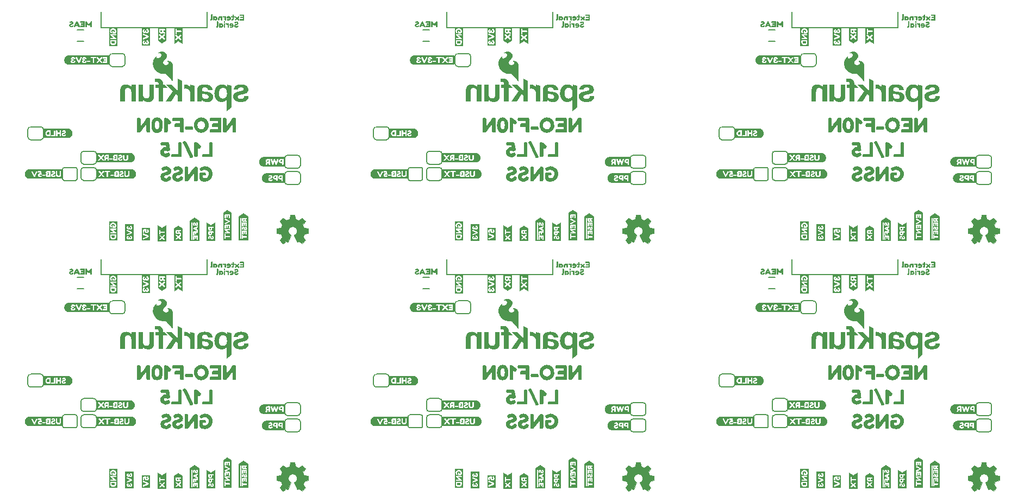
<source format=gbo>
%TF.GenerationSoftware,KiCad,Pcbnew,7.0.6*%
%TF.CreationDate,2024-01-05T19:18:27-07:00*%
%TF.ProjectId,SparkFun_NEO-F10N_panelized,53706172-6b46-4756-9e5f-4e454f2d4631,rev?*%
%TF.SameCoordinates,Original*%
%TF.FileFunction,Legend,Bot*%
%TF.FilePolarity,Positive*%
%FSLAX46Y46*%
G04 Gerber Fmt 4.6, Leading zero omitted, Abs format (unit mm)*
G04 Created by KiCad (PCBNEW 7.0.6) date 2024-01-05 19:18:27*
%MOMM*%
%LPD*%
G01*
G04 APERTURE LIST*
%ADD10C,0.177800*%
%ADD11C,0.152400*%
%ADD12C,0.036868*%
%ADD13C,0.203200*%
G04 APERTURE END LIST*
D10*
X136255000Y74160000D02*
X136255000Y76541250D01*
X136255000Y35560000D02*
X136255000Y37941250D01*
X82415000Y74160000D02*
X82415000Y76541250D01*
X82415000Y35560000D02*
X82415000Y37941250D01*
X28575000Y74160000D02*
X28575000Y76541250D01*
X119745000Y76541250D02*
X119745000Y74160000D01*
X119745000Y37941250D02*
X119745000Y35560000D01*
X65905000Y76541250D02*
X65905000Y74160000D01*
X65905000Y37941250D02*
X65905000Y35560000D01*
X12065000Y76541250D02*
X12065000Y74160000D01*
X136255000Y74160000D02*
X119745000Y74160000D01*
X136255000Y35560000D02*
X119745000Y35560000D01*
X82415000Y74160000D02*
X65905000Y74160000D01*
X82415000Y35560000D02*
X65905000Y35560000D01*
X28575000Y74160000D02*
X12065000Y74160000D01*
X28575000Y35560000D02*
X12065000Y35560000D01*
X12065000Y37941250D02*
X12065000Y35560000D01*
X28575000Y35560000D02*
X28575000Y37941250D01*
%TO.C,kibuzzard-6598994F*%
G36*
X139062970Y75125517D02*
G01*
X139096625Y75099800D01*
X139107420Y75067415D01*
X139109325Y75023600D01*
X139107420Y74979785D01*
X139095990Y74946130D01*
X139062335Y74919460D01*
X138998200Y74911840D01*
X138934065Y74919460D01*
X138900410Y74945495D01*
X138888980Y74978515D01*
X138887075Y75022330D01*
X138888980Y75066145D01*
X138901045Y75099800D01*
X138933430Y75125517D01*
X138997565Y75134090D01*
X139062970Y75125517D01*
G37*
G36*
X139062970Y74812145D02*
G01*
X139096625Y74787380D01*
X139107420Y74753725D01*
X139109325Y74709910D01*
X139109325Y74264140D01*
X139107420Y74219690D01*
X139096625Y74186670D01*
X139063288Y74160952D01*
X138998835Y74152380D01*
X138933747Y74160635D01*
X138901045Y74185400D01*
X138888980Y74219055D01*
X138887075Y74262870D01*
X138887075Y74707370D01*
X138888345Y74744200D01*
X138911205Y74798810D01*
X138997565Y74820400D01*
X139062970Y74812145D01*
G37*
G36*
X137982200Y75128058D02*
G01*
X138015855Y75102340D01*
X138026650Y75068685D01*
X138028555Y75024870D01*
X138028555Y74420350D01*
X138019665Y74302875D01*
X137992995Y74222230D01*
X137946640Y74180002D01*
X137865995Y74157460D01*
X137764395Y74151745D01*
X137708515Y74165080D01*
X137689465Y74198418D01*
X137683115Y74262870D01*
X137708515Y74353040D01*
X137730105Y74363835D01*
X137765030Y74365740D01*
X137798685Y74377805D01*
X137806305Y74435590D01*
X137806305Y75023600D01*
X137808210Y75068050D01*
X137820275Y75102340D01*
X137853930Y75128058D01*
X137916795Y75136630D01*
X137982200Y75128058D01*
G37*
G36*
X139398885Y74806430D02*
G01*
X139450320Y74772140D01*
X139468735Y74750550D01*
X139482705Y74792460D01*
X139516043Y74814367D01*
X139577955Y74821670D01*
X139643360Y74813098D01*
X139677015Y74787380D01*
X139687810Y74754995D01*
X139689715Y74711180D01*
X139689715Y74265410D01*
X139689715Y74228580D01*
X139666855Y74173970D01*
X139579225Y74152380D01*
X139514455Y74160635D01*
X139480165Y74185400D01*
X139468100Y74219055D01*
X139466195Y74262870D01*
X139466195Y74529570D01*
X139436350Y74587990D01*
X139372215Y74612120D01*
X139316970Y74601960D01*
X139273155Y74591800D01*
X139203305Y74640060D01*
X139179175Y74728960D01*
X139195050Y74788015D01*
X139235055Y74814050D01*
X139279505Y74824845D01*
X139329670Y74828020D01*
X139398885Y74806430D01*
G37*
G36*
X138322243Y74803890D02*
G01*
X138351135Y74750550D01*
X138373995Y74776585D01*
X138423525Y74805160D01*
X138502265Y74820400D01*
X138575572Y74809323D01*
X138644787Y74776091D01*
X138709910Y74720705D01*
X138762474Y74650573D01*
X138794012Y74573103D01*
X138804525Y74488295D01*
X138794083Y74403417D01*
X138762756Y74325735D01*
X138710545Y74255250D01*
X138646128Y74199511D01*
X138578183Y74166068D01*
X138506710Y74154920D01*
X138469245Y74161617D01*
X138412571Y74171747D01*
X138349865Y74222230D01*
X138322560Y74172065D01*
X138229850Y74154920D01*
X138173494Y74163175D01*
X138142855Y74187940D01*
X138132060Y74221595D01*
X138130155Y74265410D01*
X138130155Y74487025D01*
X138360025Y74487025D01*
X138391140Y74411460D01*
X138469245Y74377170D01*
X138549255Y74410825D01*
X138582275Y74486390D01*
X138551160Y74563860D01*
X138469880Y74599420D01*
X138389870Y74563860D01*
X138360025Y74487025D01*
X138130155Y74487025D01*
X138130155Y74709910D01*
X138132060Y74753725D01*
X138143490Y74787380D01*
X138177145Y74814050D01*
X138250805Y74821670D01*
X138322243Y74803890D01*
G37*
G36*
X140172103Y74824986D02*
G01*
X140258252Y74793024D01*
X140332970Y74739755D01*
X140390473Y74668706D01*
X140424974Y74583404D01*
X140436475Y74483850D01*
X140427585Y74401864D01*
X140400915Y74325241D01*
X140356465Y74253980D01*
X140307729Y74205879D01*
X140242800Y74168255D01*
X140164536Y74143966D01*
X140075795Y74135870D01*
X139957447Y74142934D01*
X139872913Y74164128D01*
X139822192Y74199449D01*
X139805285Y74248900D01*
X139821795Y74307320D01*
X139891645Y74364470D01*
X139942445Y74350500D01*
X139956415Y74345420D01*
X140006263Y74333990D01*
X140071985Y74330180D01*
X140155805Y74354310D01*
X140197715Y74414000D01*
X140040235Y74414000D01*
X139896725Y74414000D01*
X139811000Y74451465D01*
X139781949Y74499090D01*
X139772265Y74567035D01*
X139772721Y74570210D01*
X139991975Y74570210D01*
X140040235Y74529570D01*
X140200255Y74529570D01*
X140159615Y74601325D01*
X140077700Y74634980D01*
X140014200Y74617200D01*
X139991975Y74570210D01*
X139772721Y74570210D01*
X139783060Y74642124D01*
X139815445Y74711180D01*
X139862594Y74765631D01*
X139921490Y74804525D01*
X139992134Y74827861D01*
X140074525Y74835640D01*
X140172103Y74824986D01*
G37*
G36*
X140939466Y75089287D02*
G01*
X141015031Y75061559D01*
X141077190Y75015345D01*
X141123404Y74956713D01*
X141151132Y74891732D01*
X141160375Y74820400D01*
X141152279Y74744994D01*
X141127990Y74681335D01*
X141091636Y74631329D01*
X141047345Y74596880D01*
X140997180Y74571956D01*
X140943205Y74550525D01*
X140889230Y74533539D01*
X140839065Y74521950D01*
X140758420Y74493375D01*
X140726035Y74444480D01*
X140739158Y74390858D01*
X140778528Y74358684D01*
X140844145Y74347960D01*
X140905105Y74367645D01*
X140955905Y74408920D01*
X141012420Y74456545D01*
X141054965Y74472420D01*
X141122275Y74441940D01*
X141163233Y74393839D01*
X141176885Y74356215D01*
X141143865Y74283190D01*
X141132435Y74269220D01*
X141095605Y74230485D01*
X141038455Y74190480D01*
X140952095Y74154285D01*
X140897168Y74143331D01*
X140839065Y74139680D01*
X140762724Y74147159D01*
X140689487Y74169596D01*
X140619355Y74206990D01*
X140571095Y74248424D01*
X140532995Y74304145D01*
X140508230Y74371931D01*
X140499975Y74449560D01*
X140508071Y74525601D01*
X140532360Y74588625D01*
X140568714Y74636726D01*
X140613005Y74668000D01*
X140663488Y74689114D01*
X140718415Y74706735D01*
X140773343Y74720546D01*
X140823825Y74730230D01*
X140904470Y74759440D01*
X140936855Y74815955D01*
X140909550Y74870565D01*
X140840970Y74890250D01*
X140773025Y74873740D01*
X140753340Y74857230D01*
X140738735Y74844530D01*
X140672695Y74819130D01*
X140627610Y74835005D01*
X140583795Y74882630D01*
X140553315Y74952480D01*
X140592685Y75014710D01*
X140624435Y75038840D01*
X140711430Y75078845D01*
X140777629Y75093609D01*
X140850495Y75098530D01*
X140939466Y75089287D01*
G37*
G36*
X139062970Y36525517D02*
G01*
X139096625Y36499800D01*
X139107420Y36467415D01*
X139109325Y36423600D01*
X139107420Y36379785D01*
X139095990Y36346130D01*
X139062335Y36319460D01*
X138998200Y36311840D01*
X138934065Y36319460D01*
X138900410Y36345495D01*
X138888980Y36378515D01*
X138887075Y36422330D01*
X138888980Y36466145D01*
X138901045Y36499800D01*
X138933430Y36525517D01*
X138997565Y36534090D01*
X139062970Y36525517D01*
G37*
G36*
X139062970Y36212145D02*
G01*
X139096625Y36187380D01*
X139107420Y36153725D01*
X139109325Y36109910D01*
X139109325Y35664140D01*
X139107420Y35619690D01*
X139096625Y35586670D01*
X139063288Y35560952D01*
X138998835Y35552380D01*
X138933747Y35560635D01*
X138901045Y35585400D01*
X138888980Y35619055D01*
X138887075Y35662870D01*
X138887075Y36107370D01*
X138888345Y36144200D01*
X138911205Y36198810D01*
X138997565Y36220400D01*
X139062970Y36212145D01*
G37*
G36*
X137982200Y36528058D02*
G01*
X138015855Y36502340D01*
X138026650Y36468685D01*
X138028555Y36424870D01*
X138028555Y35820350D01*
X138019665Y35702875D01*
X137992995Y35622230D01*
X137946640Y35580002D01*
X137865995Y35557460D01*
X137764395Y35551745D01*
X137708515Y35565080D01*
X137689465Y35598418D01*
X137683115Y35662870D01*
X137708515Y35753040D01*
X137730105Y35763835D01*
X137765030Y35765740D01*
X137798685Y35777805D01*
X137806305Y35835590D01*
X137806305Y36423600D01*
X137808210Y36468050D01*
X137820275Y36502340D01*
X137853930Y36528058D01*
X137916795Y36536630D01*
X137982200Y36528058D01*
G37*
G36*
X139398885Y36206430D02*
G01*
X139450320Y36172140D01*
X139468735Y36150550D01*
X139482705Y36192460D01*
X139516043Y36214367D01*
X139577955Y36221670D01*
X139643360Y36213098D01*
X139677015Y36187380D01*
X139687810Y36154995D01*
X139689715Y36111180D01*
X139689715Y35665410D01*
X139689715Y35628580D01*
X139666855Y35573970D01*
X139579225Y35552380D01*
X139514455Y35560635D01*
X139480165Y35585400D01*
X139468100Y35619055D01*
X139466195Y35662870D01*
X139466195Y35929570D01*
X139436350Y35987990D01*
X139372215Y36012120D01*
X139316970Y36001960D01*
X139273155Y35991800D01*
X139203305Y36040060D01*
X139179175Y36128960D01*
X139195050Y36188015D01*
X139235055Y36214050D01*
X139279505Y36224845D01*
X139329670Y36228020D01*
X139398885Y36206430D01*
G37*
G36*
X138322243Y36203890D02*
G01*
X138351135Y36150550D01*
X138373995Y36176585D01*
X138423525Y36205160D01*
X138502265Y36220400D01*
X138575572Y36209323D01*
X138644787Y36176091D01*
X138709910Y36120705D01*
X138762474Y36050573D01*
X138794012Y35973103D01*
X138804525Y35888295D01*
X138794083Y35803417D01*
X138762756Y35725735D01*
X138710545Y35655250D01*
X138646128Y35599511D01*
X138578183Y35566068D01*
X138506710Y35554920D01*
X138469245Y35561617D01*
X138412571Y35571747D01*
X138349865Y35622230D01*
X138322560Y35572065D01*
X138229850Y35554920D01*
X138173494Y35563175D01*
X138142855Y35587940D01*
X138132060Y35621595D01*
X138130155Y35665410D01*
X138130155Y35887025D01*
X138360025Y35887025D01*
X138391140Y35811460D01*
X138469245Y35777170D01*
X138549255Y35810825D01*
X138582275Y35886390D01*
X138551160Y35963860D01*
X138469880Y35999420D01*
X138389870Y35963860D01*
X138360025Y35887025D01*
X138130155Y35887025D01*
X138130155Y36109910D01*
X138132060Y36153725D01*
X138143490Y36187380D01*
X138177145Y36214050D01*
X138250805Y36221670D01*
X138322243Y36203890D01*
G37*
G36*
X140172103Y36224986D02*
G01*
X140258252Y36193024D01*
X140332970Y36139755D01*
X140390473Y36068706D01*
X140424974Y35983404D01*
X140436475Y35883850D01*
X140427585Y35801864D01*
X140400915Y35725241D01*
X140356465Y35653980D01*
X140307729Y35605879D01*
X140242800Y35568255D01*
X140164536Y35543966D01*
X140075795Y35535870D01*
X139957447Y35542934D01*
X139872913Y35564128D01*
X139822192Y35599449D01*
X139805285Y35648900D01*
X139821795Y35707320D01*
X139891645Y35764470D01*
X139942445Y35750500D01*
X139956415Y35745420D01*
X140006263Y35733990D01*
X140071985Y35730180D01*
X140155805Y35754310D01*
X140197715Y35814000D01*
X140040235Y35814000D01*
X139896725Y35814000D01*
X139811000Y35851465D01*
X139781949Y35899090D01*
X139772265Y35967035D01*
X139772721Y35970210D01*
X139991975Y35970210D01*
X140040235Y35929570D01*
X140200255Y35929570D01*
X140159615Y36001325D01*
X140077700Y36034980D01*
X140014200Y36017200D01*
X139991975Y35970210D01*
X139772721Y35970210D01*
X139783060Y36042124D01*
X139815445Y36111180D01*
X139862594Y36165631D01*
X139921490Y36204525D01*
X139992134Y36227861D01*
X140074525Y36235640D01*
X140172103Y36224986D01*
G37*
G36*
X140939466Y36489287D02*
G01*
X141015031Y36461559D01*
X141077190Y36415345D01*
X141123404Y36356713D01*
X141151132Y36291732D01*
X141160375Y36220400D01*
X141152279Y36144994D01*
X141127990Y36081335D01*
X141091636Y36031329D01*
X141047345Y35996880D01*
X140997180Y35971956D01*
X140943205Y35950525D01*
X140889230Y35933539D01*
X140839065Y35921950D01*
X140758420Y35893375D01*
X140726035Y35844480D01*
X140739158Y35790858D01*
X140778528Y35758684D01*
X140844145Y35747960D01*
X140905105Y35767645D01*
X140955905Y35808920D01*
X141012420Y35856545D01*
X141054965Y35872420D01*
X141122275Y35841940D01*
X141163233Y35793839D01*
X141176885Y35756215D01*
X141143865Y35683190D01*
X141132435Y35669220D01*
X141095605Y35630485D01*
X141038455Y35590480D01*
X140952095Y35554285D01*
X140897168Y35543331D01*
X140839065Y35539680D01*
X140762724Y35547159D01*
X140689487Y35569596D01*
X140619355Y35606990D01*
X140571095Y35648424D01*
X140532995Y35704145D01*
X140508230Y35771931D01*
X140499975Y35849560D01*
X140508071Y35925601D01*
X140532360Y35988625D01*
X140568714Y36036726D01*
X140613005Y36068000D01*
X140663488Y36089114D01*
X140718415Y36106735D01*
X140773343Y36120546D01*
X140823825Y36130230D01*
X140904470Y36159440D01*
X140936855Y36215955D01*
X140909550Y36270565D01*
X140840970Y36290250D01*
X140773025Y36273740D01*
X140753340Y36257230D01*
X140738735Y36244530D01*
X140672695Y36219130D01*
X140627610Y36235005D01*
X140583795Y36282630D01*
X140553315Y36352480D01*
X140592685Y36414710D01*
X140624435Y36438840D01*
X140711430Y36478845D01*
X140777629Y36493609D01*
X140850495Y36498530D01*
X140939466Y36489287D01*
G37*
G36*
X85222970Y75125517D02*
G01*
X85256625Y75099800D01*
X85267420Y75067415D01*
X85269325Y75023600D01*
X85267420Y74979785D01*
X85255990Y74946130D01*
X85222335Y74919460D01*
X85158200Y74911840D01*
X85094065Y74919460D01*
X85060410Y74945495D01*
X85048980Y74978515D01*
X85047075Y75022330D01*
X85048980Y75066145D01*
X85061045Y75099800D01*
X85093430Y75125517D01*
X85157565Y75134090D01*
X85222970Y75125517D01*
G37*
G36*
X85222970Y74812145D02*
G01*
X85256625Y74787380D01*
X85267420Y74753725D01*
X85269325Y74709910D01*
X85269325Y74264140D01*
X85267420Y74219690D01*
X85256625Y74186670D01*
X85223288Y74160952D01*
X85158835Y74152380D01*
X85093747Y74160635D01*
X85061045Y74185400D01*
X85048980Y74219055D01*
X85047075Y74262870D01*
X85047075Y74707370D01*
X85048345Y74744200D01*
X85071205Y74798810D01*
X85157565Y74820400D01*
X85222970Y74812145D01*
G37*
G36*
X84142200Y75128058D02*
G01*
X84175855Y75102340D01*
X84186650Y75068685D01*
X84188555Y75024870D01*
X84188555Y74420350D01*
X84179665Y74302875D01*
X84152995Y74222230D01*
X84106640Y74180002D01*
X84025995Y74157460D01*
X83924395Y74151745D01*
X83868515Y74165080D01*
X83849465Y74198418D01*
X83843115Y74262870D01*
X83868515Y74353040D01*
X83890105Y74363835D01*
X83925030Y74365740D01*
X83958685Y74377805D01*
X83966305Y74435590D01*
X83966305Y75023600D01*
X83968210Y75068050D01*
X83980275Y75102340D01*
X84013930Y75128058D01*
X84076795Y75136630D01*
X84142200Y75128058D01*
G37*
G36*
X85558885Y74806430D02*
G01*
X85610320Y74772140D01*
X85628735Y74750550D01*
X85642705Y74792460D01*
X85676043Y74814367D01*
X85737955Y74821670D01*
X85803360Y74813098D01*
X85837015Y74787380D01*
X85847810Y74754995D01*
X85849715Y74711180D01*
X85849715Y74265410D01*
X85849715Y74228580D01*
X85826855Y74173970D01*
X85739225Y74152380D01*
X85674455Y74160635D01*
X85640165Y74185400D01*
X85628100Y74219055D01*
X85626195Y74262870D01*
X85626195Y74529570D01*
X85596350Y74587990D01*
X85532215Y74612120D01*
X85476970Y74601960D01*
X85433155Y74591800D01*
X85363305Y74640060D01*
X85339175Y74728960D01*
X85355050Y74788015D01*
X85395055Y74814050D01*
X85439505Y74824845D01*
X85489670Y74828020D01*
X85558885Y74806430D01*
G37*
G36*
X84482243Y74803890D02*
G01*
X84511135Y74750550D01*
X84533995Y74776585D01*
X84583525Y74805160D01*
X84662265Y74820400D01*
X84735572Y74809323D01*
X84804787Y74776091D01*
X84869910Y74720705D01*
X84922474Y74650573D01*
X84954012Y74573103D01*
X84964525Y74488295D01*
X84954083Y74403417D01*
X84922756Y74325735D01*
X84870545Y74255250D01*
X84806128Y74199511D01*
X84738183Y74166068D01*
X84666710Y74154920D01*
X84629245Y74161617D01*
X84572571Y74171747D01*
X84509865Y74222230D01*
X84482560Y74172065D01*
X84389850Y74154920D01*
X84333494Y74163175D01*
X84302855Y74187940D01*
X84292060Y74221595D01*
X84290155Y74265410D01*
X84290155Y74487025D01*
X84520025Y74487025D01*
X84551140Y74411460D01*
X84629245Y74377170D01*
X84709255Y74410825D01*
X84742275Y74486390D01*
X84711160Y74563860D01*
X84629880Y74599420D01*
X84549870Y74563860D01*
X84520025Y74487025D01*
X84290155Y74487025D01*
X84290155Y74709910D01*
X84292060Y74753725D01*
X84303490Y74787380D01*
X84337145Y74814050D01*
X84410805Y74821670D01*
X84482243Y74803890D01*
G37*
G36*
X86332103Y74824986D02*
G01*
X86418252Y74793024D01*
X86492970Y74739755D01*
X86550473Y74668706D01*
X86584974Y74583404D01*
X86596475Y74483850D01*
X86587585Y74401864D01*
X86560915Y74325241D01*
X86516465Y74253980D01*
X86467729Y74205879D01*
X86402800Y74168255D01*
X86324536Y74143966D01*
X86235795Y74135870D01*
X86117447Y74142934D01*
X86032913Y74164128D01*
X85982192Y74199449D01*
X85965285Y74248900D01*
X85981795Y74307320D01*
X86051645Y74364470D01*
X86102445Y74350500D01*
X86116415Y74345420D01*
X86166263Y74333990D01*
X86231985Y74330180D01*
X86315805Y74354310D01*
X86357715Y74414000D01*
X86200235Y74414000D01*
X86056725Y74414000D01*
X85971000Y74451465D01*
X85941949Y74499090D01*
X85932265Y74567035D01*
X85932721Y74570210D01*
X86151975Y74570210D01*
X86200235Y74529570D01*
X86360255Y74529570D01*
X86319615Y74601325D01*
X86237700Y74634980D01*
X86174200Y74617200D01*
X86151975Y74570210D01*
X85932721Y74570210D01*
X85943060Y74642124D01*
X85975445Y74711180D01*
X86022594Y74765631D01*
X86081490Y74804525D01*
X86152134Y74827861D01*
X86234525Y74835640D01*
X86332103Y74824986D01*
G37*
G36*
X87099466Y75089287D02*
G01*
X87175031Y75061559D01*
X87237190Y75015345D01*
X87283404Y74956713D01*
X87311132Y74891732D01*
X87320375Y74820400D01*
X87312279Y74744994D01*
X87287990Y74681335D01*
X87251636Y74631329D01*
X87207345Y74596880D01*
X87157180Y74571956D01*
X87103205Y74550525D01*
X87049230Y74533539D01*
X86999065Y74521950D01*
X86918420Y74493375D01*
X86886035Y74444480D01*
X86899158Y74390858D01*
X86938528Y74358684D01*
X87004145Y74347960D01*
X87065105Y74367645D01*
X87115905Y74408920D01*
X87172420Y74456545D01*
X87214965Y74472420D01*
X87282275Y74441940D01*
X87323233Y74393839D01*
X87336885Y74356215D01*
X87303865Y74283190D01*
X87292435Y74269220D01*
X87255605Y74230485D01*
X87198455Y74190480D01*
X87112095Y74154285D01*
X87057168Y74143331D01*
X86999065Y74139680D01*
X86922724Y74147159D01*
X86849487Y74169596D01*
X86779355Y74206990D01*
X86731095Y74248424D01*
X86692995Y74304145D01*
X86668230Y74371931D01*
X86659975Y74449560D01*
X86668071Y74525601D01*
X86692360Y74588625D01*
X86728714Y74636726D01*
X86773005Y74668000D01*
X86823488Y74689114D01*
X86878415Y74706735D01*
X86933343Y74720546D01*
X86983825Y74730230D01*
X87064470Y74759440D01*
X87096855Y74815955D01*
X87069550Y74870565D01*
X87000970Y74890250D01*
X86933025Y74873740D01*
X86913340Y74857230D01*
X86898735Y74844530D01*
X86832695Y74819130D01*
X86787610Y74835005D01*
X86743795Y74882630D01*
X86713315Y74952480D01*
X86752685Y75014710D01*
X86784435Y75038840D01*
X86871430Y75078845D01*
X86937629Y75093609D01*
X87010495Y75098530D01*
X87099466Y75089287D01*
G37*
G36*
X85222970Y36525517D02*
G01*
X85256625Y36499800D01*
X85267420Y36467415D01*
X85269325Y36423600D01*
X85267420Y36379785D01*
X85255990Y36346130D01*
X85222335Y36319460D01*
X85158200Y36311840D01*
X85094065Y36319460D01*
X85060410Y36345495D01*
X85048980Y36378515D01*
X85047075Y36422330D01*
X85048980Y36466145D01*
X85061045Y36499800D01*
X85093430Y36525517D01*
X85157565Y36534090D01*
X85222970Y36525517D01*
G37*
G36*
X85222970Y36212145D02*
G01*
X85256625Y36187380D01*
X85267420Y36153725D01*
X85269325Y36109910D01*
X85269325Y35664140D01*
X85267420Y35619690D01*
X85256625Y35586670D01*
X85223288Y35560952D01*
X85158835Y35552380D01*
X85093747Y35560635D01*
X85061045Y35585400D01*
X85048980Y35619055D01*
X85047075Y35662870D01*
X85047075Y36107370D01*
X85048345Y36144200D01*
X85071205Y36198810D01*
X85157565Y36220400D01*
X85222970Y36212145D01*
G37*
G36*
X84142200Y36528058D02*
G01*
X84175855Y36502340D01*
X84186650Y36468685D01*
X84188555Y36424870D01*
X84188555Y35820350D01*
X84179665Y35702875D01*
X84152995Y35622230D01*
X84106640Y35580002D01*
X84025995Y35557460D01*
X83924395Y35551745D01*
X83868515Y35565080D01*
X83849465Y35598418D01*
X83843115Y35662870D01*
X83868515Y35753040D01*
X83890105Y35763835D01*
X83925030Y35765740D01*
X83958685Y35777805D01*
X83966305Y35835590D01*
X83966305Y36423600D01*
X83968210Y36468050D01*
X83980275Y36502340D01*
X84013930Y36528058D01*
X84076795Y36536630D01*
X84142200Y36528058D01*
G37*
G36*
X85558885Y36206430D02*
G01*
X85610320Y36172140D01*
X85628735Y36150550D01*
X85642705Y36192460D01*
X85676043Y36214367D01*
X85737955Y36221670D01*
X85803360Y36213098D01*
X85837015Y36187380D01*
X85847810Y36154995D01*
X85849715Y36111180D01*
X85849715Y35665410D01*
X85849715Y35628580D01*
X85826855Y35573970D01*
X85739225Y35552380D01*
X85674455Y35560635D01*
X85640165Y35585400D01*
X85628100Y35619055D01*
X85626195Y35662870D01*
X85626195Y35929570D01*
X85596350Y35987990D01*
X85532215Y36012120D01*
X85476970Y36001960D01*
X85433155Y35991800D01*
X85363305Y36040060D01*
X85339175Y36128960D01*
X85355050Y36188015D01*
X85395055Y36214050D01*
X85439505Y36224845D01*
X85489670Y36228020D01*
X85558885Y36206430D01*
G37*
G36*
X84482243Y36203890D02*
G01*
X84511135Y36150550D01*
X84533995Y36176585D01*
X84583525Y36205160D01*
X84662265Y36220400D01*
X84735572Y36209323D01*
X84804787Y36176091D01*
X84869910Y36120705D01*
X84922474Y36050573D01*
X84954012Y35973103D01*
X84964525Y35888295D01*
X84954083Y35803417D01*
X84922756Y35725735D01*
X84870545Y35655250D01*
X84806128Y35599511D01*
X84738183Y35566068D01*
X84666710Y35554920D01*
X84629245Y35561617D01*
X84572571Y35571747D01*
X84509865Y35622230D01*
X84482560Y35572065D01*
X84389850Y35554920D01*
X84333494Y35563175D01*
X84302855Y35587940D01*
X84292060Y35621595D01*
X84290155Y35665410D01*
X84290155Y35887025D01*
X84520025Y35887025D01*
X84551140Y35811460D01*
X84629245Y35777170D01*
X84709255Y35810825D01*
X84742275Y35886390D01*
X84711160Y35963860D01*
X84629880Y35999420D01*
X84549870Y35963860D01*
X84520025Y35887025D01*
X84290155Y35887025D01*
X84290155Y36109910D01*
X84292060Y36153725D01*
X84303490Y36187380D01*
X84337145Y36214050D01*
X84410805Y36221670D01*
X84482243Y36203890D01*
G37*
G36*
X86332103Y36224986D02*
G01*
X86418252Y36193024D01*
X86492970Y36139755D01*
X86550473Y36068706D01*
X86584974Y35983404D01*
X86596475Y35883850D01*
X86587585Y35801864D01*
X86560915Y35725241D01*
X86516465Y35653980D01*
X86467729Y35605879D01*
X86402800Y35568255D01*
X86324536Y35543966D01*
X86235795Y35535870D01*
X86117447Y35542934D01*
X86032913Y35564128D01*
X85982192Y35599449D01*
X85965285Y35648900D01*
X85981795Y35707320D01*
X86051645Y35764470D01*
X86102445Y35750500D01*
X86116415Y35745420D01*
X86166263Y35733990D01*
X86231985Y35730180D01*
X86315805Y35754310D01*
X86357715Y35814000D01*
X86200235Y35814000D01*
X86056725Y35814000D01*
X85971000Y35851465D01*
X85941949Y35899090D01*
X85932265Y35967035D01*
X85932721Y35970210D01*
X86151975Y35970210D01*
X86200235Y35929570D01*
X86360255Y35929570D01*
X86319615Y36001325D01*
X86237700Y36034980D01*
X86174200Y36017200D01*
X86151975Y35970210D01*
X85932721Y35970210D01*
X85943060Y36042124D01*
X85975445Y36111180D01*
X86022594Y36165631D01*
X86081490Y36204525D01*
X86152134Y36227861D01*
X86234525Y36235640D01*
X86332103Y36224986D01*
G37*
G36*
X87099466Y36489287D02*
G01*
X87175031Y36461559D01*
X87237190Y36415345D01*
X87283404Y36356713D01*
X87311132Y36291732D01*
X87320375Y36220400D01*
X87312279Y36144994D01*
X87287990Y36081335D01*
X87251636Y36031329D01*
X87207345Y35996880D01*
X87157180Y35971956D01*
X87103205Y35950525D01*
X87049230Y35933539D01*
X86999065Y35921950D01*
X86918420Y35893375D01*
X86886035Y35844480D01*
X86899158Y35790858D01*
X86938528Y35758684D01*
X87004145Y35747960D01*
X87065105Y35767645D01*
X87115905Y35808920D01*
X87172420Y35856545D01*
X87214965Y35872420D01*
X87282275Y35841940D01*
X87323233Y35793839D01*
X87336885Y35756215D01*
X87303865Y35683190D01*
X87292435Y35669220D01*
X87255605Y35630485D01*
X87198455Y35590480D01*
X87112095Y35554285D01*
X87057168Y35543331D01*
X86999065Y35539680D01*
X86922724Y35547159D01*
X86849487Y35569596D01*
X86779355Y35606990D01*
X86731095Y35648424D01*
X86692995Y35704145D01*
X86668230Y35771931D01*
X86659975Y35849560D01*
X86668071Y35925601D01*
X86692360Y35988625D01*
X86728714Y36036726D01*
X86773005Y36068000D01*
X86823488Y36089114D01*
X86878415Y36106735D01*
X86933343Y36120546D01*
X86983825Y36130230D01*
X87064470Y36159440D01*
X87096855Y36215955D01*
X87069550Y36270565D01*
X87000970Y36290250D01*
X86933025Y36273740D01*
X86913340Y36257230D01*
X86898735Y36244530D01*
X86832695Y36219130D01*
X86787610Y36235005D01*
X86743795Y36282630D01*
X86713315Y36352480D01*
X86752685Y36414710D01*
X86784435Y36438840D01*
X86871430Y36478845D01*
X86937629Y36493609D01*
X87010495Y36498530D01*
X87099466Y36489287D01*
G37*
G36*
X31382970Y75125517D02*
G01*
X31416625Y75099800D01*
X31427420Y75067415D01*
X31429325Y75023600D01*
X31427420Y74979785D01*
X31415990Y74946130D01*
X31382335Y74919460D01*
X31318200Y74911840D01*
X31254065Y74919460D01*
X31220410Y74945495D01*
X31208980Y74978515D01*
X31207075Y75022330D01*
X31208980Y75066145D01*
X31221045Y75099800D01*
X31253430Y75125517D01*
X31317565Y75134090D01*
X31382970Y75125517D01*
G37*
G36*
X31382970Y74812145D02*
G01*
X31416625Y74787380D01*
X31427420Y74753725D01*
X31429325Y74709910D01*
X31429325Y74264140D01*
X31427420Y74219690D01*
X31416625Y74186670D01*
X31383288Y74160952D01*
X31318835Y74152380D01*
X31253747Y74160635D01*
X31221045Y74185400D01*
X31208980Y74219055D01*
X31207075Y74262870D01*
X31207075Y74707370D01*
X31208345Y74744200D01*
X31231205Y74798810D01*
X31317565Y74820400D01*
X31382970Y74812145D01*
G37*
G36*
X30302200Y75128058D02*
G01*
X30335855Y75102340D01*
X30346650Y75068685D01*
X30348555Y75024870D01*
X30348555Y74420350D01*
X30339665Y74302875D01*
X30312995Y74222230D01*
X30266640Y74180002D01*
X30185995Y74157460D01*
X30084395Y74151745D01*
X30028515Y74165080D01*
X30009465Y74198418D01*
X30003115Y74262870D01*
X30028515Y74353040D01*
X30050105Y74363835D01*
X30085030Y74365740D01*
X30118685Y74377805D01*
X30126305Y74435590D01*
X30126305Y75023600D01*
X30128210Y75068050D01*
X30140275Y75102340D01*
X30173930Y75128058D01*
X30236795Y75136630D01*
X30302200Y75128058D01*
G37*
G36*
X31718885Y74806430D02*
G01*
X31770320Y74772140D01*
X31788735Y74750550D01*
X31802705Y74792460D01*
X31836043Y74814367D01*
X31897955Y74821670D01*
X31963360Y74813098D01*
X31997015Y74787380D01*
X32007810Y74754995D01*
X32009715Y74711180D01*
X32009715Y74265410D01*
X32009715Y74228580D01*
X31986855Y74173970D01*
X31899225Y74152380D01*
X31834455Y74160635D01*
X31800165Y74185400D01*
X31788100Y74219055D01*
X31786195Y74262870D01*
X31786195Y74529570D01*
X31756350Y74587990D01*
X31692215Y74612120D01*
X31636970Y74601960D01*
X31593155Y74591800D01*
X31523305Y74640060D01*
X31499175Y74728960D01*
X31515050Y74788015D01*
X31555055Y74814050D01*
X31599505Y74824845D01*
X31649670Y74828020D01*
X31718885Y74806430D01*
G37*
G36*
X30642243Y74803890D02*
G01*
X30671135Y74750550D01*
X30693995Y74776585D01*
X30743525Y74805160D01*
X30822265Y74820400D01*
X30895572Y74809323D01*
X30964787Y74776091D01*
X31029910Y74720705D01*
X31082474Y74650573D01*
X31114012Y74573103D01*
X31124525Y74488295D01*
X31114083Y74403417D01*
X31082756Y74325735D01*
X31030545Y74255250D01*
X30966128Y74199511D01*
X30898183Y74166068D01*
X30826710Y74154920D01*
X30789245Y74161617D01*
X30732571Y74171747D01*
X30669865Y74222230D01*
X30642560Y74172065D01*
X30549850Y74154920D01*
X30493494Y74163175D01*
X30462855Y74187940D01*
X30452060Y74221595D01*
X30450155Y74265410D01*
X30450155Y74487025D01*
X30680025Y74487025D01*
X30711140Y74411460D01*
X30789245Y74377170D01*
X30869255Y74410825D01*
X30902275Y74486390D01*
X30871160Y74563860D01*
X30789880Y74599420D01*
X30709870Y74563860D01*
X30680025Y74487025D01*
X30450155Y74487025D01*
X30450155Y74709910D01*
X30452060Y74753725D01*
X30463490Y74787380D01*
X30497145Y74814050D01*
X30570805Y74821670D01*
X30642243Y74803890D01*
G37*
G36*
X32492103Y74824986D02*
G01*
X32578252Y74793024D01*
X32652970Y74739755D01*
X32710473Y74668706D01*
X32744974Y74583404D01*
X32756475Y74483850D01*
X32747585Y74401864D01*
X32720915Y74325241D01*
X32676465Y74253980D01*
X32627729Y74205879D01*
X32562800Y74168255D01*
X32484536Y74143966D01*
X32395795Y74135870D01*
X32277447Y74142934D01*
X32192913Y74164128D01*
X32142192Y74199449D01*
X32125285Y74248900D01*
X32141795Y74307320D01*
X32211645Y74364470D01*
X32262445Y74350500D01*
X32276415Y74345420D01*
X32326263Y74333990D01*
X32391985Y74330180D01*
X32475805Y74354310D01*
X32517715Y74414000D01*
X32360235Y74414000D01*
X32216725Y74414000D01*
X32131000Y74451465D01*
X32101949Y74499090D01*
X32092265Y74567035D01*
X32092721Y74570210D01*
X32311975Y74570210D01*
X32360235Y74529570D01*
X32520255Y74529570D01*
X32479615Y74601325D01*
X32397700Y74634980D01*
X32334200Y74617200D01*
X32311975Y74570210D01*
X32092721Y74570210D01*
X32103060Y74642124D01*
X32135445Y74711180D01*
X32182594Y74765631D01*
X32241490Y74804525D01*
X32312134Y74827861D01*
X32394525Y74835640D01*
X32492103Y74824986D01*
G37*
G36*
X33259466Y75089287D02*
G01*
X33335031Y75061559D01*
X33397190Y75015345D01*
X33443404Y74956713D01*
X33471132Y74891732D01*
X33480375Y74820400D01*
X33472279Y74744994D01*
X33447990Y74681335D01*
X33411636Y74631329D01*
X33367345Y74596880D01*
X33317180Y74571956D01*
X33263205Y74550525D01*
X33209230Y74533539D01*
X33159065Y74521950D01*
X33078420Y74493375D01*
X33046035Y74444480D01*
X33059158Y74390858D01*
X33098528Y74358684D01*
X33164145Y74347960D01*
X33225105Y74367645D01*
X33275905Y74408920D01*
X33332420Y74456545D01*
X33374965Y74472420D01*
X33442275Y74441940D01*
X33483233Y74393839D01*
X33496885Y74356215D01*
X33463865Y74283190D01*
X33452435Y74269220D01*
X33415605Y74230485D01*
X33358455Y74190480D01*
X33272095Y74154285D01*
X33217168Y74143331D01*
X33159065Y74139680D01*
X33082724Y74147159D01*
X33009487Y74169596D01*
X32939355Y74206990D01*
X32891095Y74248424D01*
X32852995Y74304145D01*
X32828230Y74371931D01*
X32819975Y74449560D01*
X32828071Y74525601D01*
X32852360Y74588625D01*
X32888714Y74636726D01*
X32933005Y74668000D01*
X32983488Y74689114D01*
X33038415Y74706735D01*
X33093343Y74720546D01*
X33143825Y74730230D01*
X33224470Y74759440D01*
X33256855Y74815955D01*
X33229550Y74870565D01*
X33160970Y74890250D01*
X33093025Y74873740D01*
X33073340Y74857230D01*
X33058735Y74844530D01*
X32992695Y74819130D01*
X32947610Y74835005D01*
X32903795Y74882630D01*
X32873315Y74952480D01*
X32912685Y75014710D01*
X32944435Y75038840D01*
X33031430Y75078845D01*
X33097629Y75093609D01*
X33170495Y75098530D01*
X33259466Y75089287D01*
G37*
%TO.C,kibuzzard-65989781*%
G36*
X129259840Y73553152D02*
G01*
X129231900Y73479492D01*
X129148080Y73442662D01*
X129063625Y73479492D01*
X129035050Y73555692D01*
X129035050Y73715712D01*
X129259840Y73715712D01*
X129259840Y73553152D01*
G37*
G36*
X129912620Y72399357D02*
G01*
X129912620Y72267912D01*
X129912620Y72109162D01*
X129270000Y71680748D01*
X128627380Y72109162D01*
X128627380Y72267912D01*
X128627380Y72399357D01*
X128786130Y72399357D01*
X128830580Y72317442D01*
X128909320Y72267912D01*
X128989330Y72311092D01*
X129270000Y72566362D01*
X129550670Y72311092D01*
X129631950Y72267912D01*
X129709420Y72316807D01*
X129753870Y72399357D01*
X129703070Y72477462D01*
X129426210Y72718762D01*
X129703070Y72960062D01*
X129753870Y73038167D01*
X129708785Y73120717D01*
X129631950Y73170882D01*
X129550670Y73126432D01*
X129270000Y72871162D01*
X128989330Y73126432D01*
X128909320Y73170882D01*
X128831215Y73121352D01*
X128786130Y73038167D01*
X128836930Y72960062D01*
X129113790Y72718762D01*
X128836930Y72477462D01*
X128786130Y72399357D01*
X128627380Y72399357D01*
X128627380Y73553152D01*
X128810260Y73553152D01*
X128819291Y73479351D01*
X128846384Y73406961D01*
X128891540Y73335982D01*
X128937895Y73289627D01*
X128998220Y73252162D01*
X129069340Y73227397D01*
X129148080Y73219142D01*
X129238109Y73229725D01*
X129316849Y73261475D01*
X129384300Y73314392D01*
X129436370Y73292378D01*
X129502833Y73263592D01*
X129583690Y73228032D01*
X129649730Y73208982D01*
X129694180Y73228667D01*
X129731010Y73287722D01*
X129748790Y73353127D01*
X129736725Y73393767D01*
X129711960Y73417262D01*
X129675694Y73433913D01*
X129599071Y73466933D01*
X129482090Y73516322D01*
X129484630Y73555692D01*
X129484630Y73715712D01*
X129628140Y73715712D01*
X129671955Y73717617D01*
X129705610Y73729682D01*
X129731328Y73763337D01*
X129739900Y73828742D01*
X129728152Y73899227D01*
X129692910Y73932882D01*
X129626870Y73940502D01*
X128922020Y73940502D01*
X128878205Y73938597D01*
X128844550Y73926532D01*
X128818833Y73892877D01*
X128810260Y73827472D01*
X128810260Y73553152D01*
X128627380Y73553152D01*
X128627380Y73940502D01*
X128627380Y74099252D01*
X129912620Y74099252D01*
X129912620Y73940502D01*
X129912620Y73353127D01*
X129912620Y72399357D01*
G37*
G36*
X129259840Y34953152D02*
G01*
X129231900Y34879492D01*
X129148080Y34842662D01*
X129063625Y34879492D01*
X129035050Y34955692D01*
X129035050Y35115712D01*
X129259840Y35115712D01*
X129259840Y34953152D01*
G37*
G36*
X129912620Y33799357D02*
G01*
X129912620Y33667912D01*
X129912620Y33509162D01*
X129270000Y33080748D01*
X128627380Y33509162D01*
X128627380Y33667912D01*
X128627380Y33799357D01*
X128786130Y33799357D01*
X128830580Y33717442D01*
X128909320Y33667912D01*
X128989330Y33711092D01*
X129270000Y33966362D01*
X129550670Y33711092D01*
X129631950Y33667912D01*
X129709420Y33716807D01*
X129753870Y33799357D01*
X129703070Y33877462D01*
X129426210Y34118762D01*
X129703070Y34360062D01*
X129753870Y34438167D01*
X129708785Y34520717D01*
X129631950Y34570882D01*
X129550670Y34526432D01*
X129270000Y34271162D01*
X128989330Y34526432D01*
X128909320Y34570882D01*
X128831215Y34521352D01*
X128786130Y34438167D01*
X128836930Y34360062D01*
X129113790Y34118762D01*
X128836930Y33877462D01*
X128786130Y33799357D01*
X128627380Y33799357D01*
X128627380Y34953152D01*
X128810260Y34953152D01*
X128819291Y34879351D01*
X128846384Y34806961D01*
X128891540Y34735982D01*
X128937895Y34689627D01*
X128998220Y34652162D01*
X129069340Y34627397D01*
X129148080Y34619142D01*
X129238109Y34629725D01*
X129316849Y34661475D01*
X129384300Y34714392D01*
X129436370Y34692378D01*
X129502833Y34663592D01*
X129583690Y34628032D01*
X129649730Y34608982D01*
X129694180Y34628667D01*
X129731010Y34687722D01*
X129748790Y34753127D01*
X129736725Y34793767D01*
X129711960Y34817262D01*
X129675694Y34833913D01*
X129599071Y34866933D01*
X129482090Y34916322D01*
X129484630Y34955692D01*
X129484630Y35115712D01*
X129628140Y35115712D01*
X129671955Y35117617D01*
X129705610Y35129682D01*
X129731328Y35163337D01*
X129739900Y35228742D01*
X129728152Y35299227D01*
X129692910Y35332882D01*
X129626870Y35340502D01*
X128922020Y35340502D01*
X128878205Y35338597D01*
X128844550Y35326532D01*
X128818833Y35292877D01*
X128810260Y35227472D01*
X128810260Y34953152D01*
X128627380Y34953152D01*
X128627380Y35340502D01*
X128627380Y35499252D01*
X129912620Y35499252D01*
X129912620Y35340502D01*
X129912620Y34753127D01*
X129912620Y33799357D01*
G37*
G36*
X75419840Y73553152D02*
G01*
X75391900Y73479492D01*
X75308080Y73442662D01*
X75223625Y73479492D01*
X75195050Y73555692D01*
X75195050Y73715712D01*
X75419840Y73715712D01*
X75419840Y73553152D01*
G37*
G36*
X76072620Y72399357D02*
G01*
X76072620Y72267912D01*
X76072620Y72109162D01*
X75430000Y71680748D01*
X74787380Y72109162D01*
X74787380Y72267912D01*
X74787380Y72399357D01*
X74946130Y72399357D01*
X74990580Y72317442D01*
X75069320Y72267912D01*
X75149330Y72311092D01*
X75430000Y72566362D01*
X75710670Y72311092D01*
X75791950Y72267912D01*
X75869420Y72316807D01*
X75913870Y72399357D01*
X75863070Y72477462D01*
X75586210Y72718762D01*
X75863070Y72960062D01*
X75913870Y73038167D01*
X75868785Y73120717D01*
X75791950Y73170882D01*
X75710670Y73126432D01*
X75430000Y72871162D01*
X75149330Y73126432D01*
X75069320Y73170882D01*
X74991215Y73121352D01*
X74946130Y73038167D01*
X74996930Y72960062D01*
X75273790Y72718762D01*
X74996930Y72477462D01*
X74946130Y72399357D01*
X74787380Y72399357D01*
X74787380Y73553152D01*
X74970260Y73553152D01*
X74979291Y73479351D01*
X75006384Y73406961D01*
X75051540Y73335982D01*
X75097895Y73289627D01*
X75158220Y73252162D01*
X75229340Y73227397D01*
X75308080Y73219142D01*
X75398109Y73229725D01*
X75476849Y73261475D01*
X75544300Y73314392D01*
X75596370Y73292378D01*
X75662833Y73263592D01*
X75743690Y73228032D01*
X75809730Y73208982D01*
X75854180Y73228667D01*
X75891010Y73287722D01*
X75908790Y73353127D01*
X75896725Y73393767D01*
X75871960Y73417262D01*
X75835694Y73433913D01*
X75759071Y73466933D01*
X75642090Y73516322D01*
X75644630Y73555692D01*
X75644630Y73715712D01*
X75788140Y73715712D01*
X75831955Y73717617D01*
X75865610Y73729682D01*
X75891328Y73763337D01*
X75899900Y73828742D01*
X75888152Y73899227D01*
X75852910Y73932882D01*
X75786870Y73940502D01*
X75082020Y73940502D01*
X75038205Y73938597D01*
X75004550Y73926532D01*
X74978833Y73892877D01*
X74970260Y73827472D01*
X74970260Y73553152D01*
X74787380Y73553152D01*
X74787380Y73940502D01*
X74787380Y74099252D01*
X76072620Y74099252D01*
X76072620Y73940502D01*
X76072620Y73353127D01*
X76072620Y72399357D01*
G37*
G36*
X75419840Y34953152D02*
G01*
X75391900Y34879492D01*
X75308080Y34842662D01*
X75223625Y34879492D01*
X75195050Y34955692D01*
X75195050Y35115712D01*
X75419840Y35115712D01*
X75419840Y34953152D01*
G37*
G36*
X76072620Y33799357D02*
G01*
X76072620Y33667912D01*
X76072620Y33509162D01*
X75430000Y33080748D01*
X74787380Y33509162D01*
X74787380Y33667912D01*
X74787380Y33799357D01*
X74946130Y33799357D01*
X74990580Y33717442D01*
X75069320Y33667912D01*
X75149330Y33711092D01*
X75430000Y33966362D01*
X75710670Y33711092D01*
X75791950Y33667912D01*
X75869420Y33716807D01*
X75913870Y33799357D01*
X75863070Y33877462D01*
X75586210Y34118762D01*
X75863070Y34360062D01*
X75913870Y34438167D01*
X75868785Y34520717D01*
X75791950Y34570882D01*
X75710670Y34526432D01*
X75430000Y34271162D01*
X75149330Y34526432D01*
X75069320Y34570882D01*
X74991215Y34521352D01*
X74946130Y34438167D01*
X74996930Y34360062D01*
X75273790Y34118762D01*
X74996930Y33877462D01*
X74946130Y33799357D01*
X74787380Y33799357D01*
X74787380Y34953152D01*
X74970260Y34953152D01*
X74979291Y34879351D01*
X75006384Y34806961D01*
X75051540Y34735982D01*
X75097895Y34689627D01*
X75158220Y34652162D01*
X75229340Y34627397D01*
X75308080Y34619142D01*
X75398109Y34629725D01*
X75476849Y34661475D01*
X75544300Y34714392D01*
X75596370Y34692378D01*
X75662833Y34663592D01*
X75743690Y34628032D01*
X75809730Y34608982D01*
X75854180Y34628667D01*
X75891010Y34687722D01*
X75908790Y34753127D01*
X75896725Y34793767D01*
X75871960Y34817262D01*
X75835694Y34833913D01*
X75759071Y34866933D01*
X75642090Y34916322D01*
X75644630Y34955692D01*
X75644630Y35115712D01*
X75788140Y35115712D01*
X75831955Y35117617D01*
X75865610Y35129682D01*
X75891328Y35163337D01*
X75899900Y35228742D01*
X75888152Y35299227D01*
X75852910Y35332882D01*
X75786870Y35340502D01*
X75082020Y35340502D01*
X75038205Y35338597D01*
X75004550Y35326532D01*
X74978833Y35292877D01*
X74970260Y35227472D01*
X74970260Y34953152D01*
X74787380Y34953152D01*
X74787380Y35340502D01*
X74787380Y35499252D01*
X76072620Y35499252D01*
X76072620Y35340502D01*
X76072620Y34753127D01*
X76072620Y33799357D01*
G37*
G36*
X21579840Y73553152D02*
G01*
X21551900Y73479492D01*
X21468080Y73442662D01*
X21383625Y73479492D01*
X21355050Y73555692D01*
X21355050Y73715712D01*
X21579840Y73715712D01*
X21579840Y73553152D01*
G37*
G36*
X22232620Y72399357D02*
G01*
X22232620Y72267912D01*
X22232620Y72109162D01*
X21590000Y71680748D01*
X20947380Y72109162D01*
X20947380Y72267912D01*
X20947380Y72399357D01*
X21106130Y72399357D01*
X21150580Y72317442D01*
X21229320Y72267912D01*
X21309330Y72311092D01*
X21590000Y72566362D01*
X21870670Y72311092D01*
X21951950Y72267912D01*
X22029420Y72316807D01*
X22073870Y72399357D01*
X22023070Y72477462D01*
X21746210Y72718762D01*
X22023070Y72960062D01*
X22073870Y73038167D01*
X22028785Y73120717D01*
X21951950Y73170882D01*
X21870670Y73126432D01*
X21590000Y72871162D01*
X21309330Y73126432D01*
X21229320Y73170882D01*
X21151215Y73121352D01*
X21106130Y73038167D01*
X21156930Y72960062D01*
X21433790Y72718762D01*
X21156930Y72477462D01*
X21106130Y72399357D01*
X20947380Y72399357D01*
X20947380Y73553152D01*
X21130260Y73553152D01*
X21139291Y73479351D01*
X21166384Y73406961D01*
X21211540Y73335982D01*
X21257895Y73289627D01*
X21318220Y73252162D01*
X21389340Y73227397D01*
X21468080Y73219142D01*
X21558109Y73229725D01*
X21636849Y73261475D01*
X21704300Y73314392D01*
X21756370Y73292378D01*
X21822833Y73263592D01*
X21903690Y73228032D01*
X21969730Y73208982D01*
X22014180Y73228667D01*
X22051010Y73287722D01*
X22068790Y73353127D01*
X22056725Y73393767D01*
X22031960Y73417262D01*
X21995694Y73433913D01*
X21919071Y73466933D01*
X21802090Y73516322D01*
X21804630Y73555692D01*
X21804630Y73715712D01*
X21948140Y73715712D01*
X21991955Y73717617D01*
X22025610Y73729682D01*
X22051328Y73763337D01*
X22059900Y73828742D01*
X22048152Y73899227D01*
X22012910Y73932882D01*
X21946870Y73940502D01*
X21242020Y73940502D01*
X21198205Y73938597D01*
X21164550Y73926532D01*
X21138833Y73892877D01*
X21130260Y73827472D01*
X21130260Y73553152D01*
X20947380Y73553152D01*
X20947380Y73940502D01*
X20947380Y74099252D01*
X22232620Y74099252D01*
X22232620Y73940502D01*
X22232620Y73353127D01*
X22232620Y72399357D01*
G37*
%TO.C,kibuzzard-655A6C73*%
G36*
X142086126Y44097045D02*
G01*
X142066123Y44043705D01*
X142005004Y44018146D01*
X141947219Y44042038D01*
X141923883Y44099268D01*
X141923883Y44219283D01*
X142086126Y44219283D01*
X142086126Y44097045D01*
G37*
G36*
X141821648Y44422641D02*
G01*
X141784421Y44420974D01*
X141753862Y44410418D01*
X141728303Y44379303D01*
X141720524Y44320406D01*
X141720524Y44097045D01*
X141724969Y44051901D01*
X141738304Y44005367D01*
X141759974Y43958972D01*
X141789422Y43914244D01*
X141828732Y43874378D01*
X141879989Y43842569D01*
X141940135Y43821733D01*
X142006116Y43814788D01*
X142089336Y43825653D01*
X142161197Y43858250D01*
X142221698Y43912578D01*
X142328378Y43832568D01*
X142405054Y43802564D01*
X142470618Y43855904D01*
X142501177Y43934803D01*
X142449504Y43997033D01*
X142288373Y44115936D01*
X142288373Y44219283D01*
X142396164Y44219283D01*
X142434502Y44220949D01*
X142464506Y44231506D01*
X142489509Y44262621D01*
X142497288Y44321518D01*
X142489509Y44379303D01*
X142463951Y44410418D01*
X142433391Y44420974D01*
X142395053Y44422641D01*
X142741022Y44422641D01*
X142741022Y43934803D01*
X142741022Y43646989D01*
X142741022Y42819108D01*
X142741022Y42374608D01*
X142741022Y41493386D01*
X142741022Y41153344D01*
X142741022Y40921833D01*
X141198978Y40921833D01*
X141198978Y41153344D01*
X141430488Y41153344D01*
X141615696Y41153344D01*
X141615696Y41237799D01*
X141719413Y41237799D01*
X141721080Y41206128D01*
X141729970Y41181125D01*
X141756084Y41160011D01*
X141804979Y41153344D01*
X141853874Y41160011D01*
X141879989Y41181681D01*
X141888879Y41207239D01*
X141890546Y41238910D01*
X141890546Y41392263D01*
X142399498Y41392263D01*
X142436725Y41393929D01*
X142466173Y41404486D01*
X142490621Y41435601D01*
X142498399Y41493386D01*
X142490621Y41550616D01*
X142465617Y41580619D01*
X142435614Y41590621D01*
X142398387Y41592288D01*
X141890546Y41592288D01*
X141890546Y41746751D01*
X141888879Y41778422D01*
X141879989Y41803425D01*
X141853874Y41824539D01*
X141803868Y41831206D01*
X141755529Y41824539D01*
X141729970Y41802869D01*
X141721080Y41777311D01*
X141719413Y41745640D01*
X141719413Y41237799D01*
X141615696Y41237799D01*
X141615696Y41964556D01*
X141720524Y41964556D01*
X141722191Y41926218D01*
X141732748Y41896214D01*
X141763863Y41871211D01*
X141822759Y41863433D01*
X141880544Y41871211D01*
X141911659Y41896770D01*
X141922216Y41927329D01*
X141923883Y41965668D01*
X141923883Y42272373D01*
X142022784Y42272373D01*
X142022784Y42066791D01*
X142024451Y42030676D01*
X142033341Y42004006D01*
X142060011Y41982892D01*
X142110573Y41976780D01*
X142160024Y41982892D01*
X142185582Y42004561D01*
X142194472Y42032343D01*
X142196139Y42069014D01*
X142196139Y42272373D01*
X142295041Y42272373D01*
X142295041Y41964556D01*
X142296707Y41926218D01*
X142307264Y41896214D01*
X142338379Y41871211D01*
X142397276Y41863433D01*
X142455061Y41871211D01*
X142486176Y41896770D01*
X142496732Y41927329D01*
X142498399Y41965668D01*
X142498399Y42374608D01*
X142490621Y42432393D01*
X142465062Y42463508D01*
X142434502Y42474064D01*
X142396164Y42475731D01*
X141821648Y42475731D01*
X141742194Y42452951D01*
X141720524Y42371274D01*
X141720524Y41964556D01*
X141615696Y41964556D01*
X141615696Y42829109D01*
X141708301Y42829109D01*
X141715709Y42745271D01*
X141737934Y42674522D01*
X141774976Y42616860D01*
X141832205Y42576855D01*
X141900547Y42603525D01*
X141954442Y42669089D01*
X141933884Y42743543D01*
X141923327Y42756322D01*
X141910548Y42771879D01*
X141902214Y42793549D01*
X141898324Y42830220D01*
X141912215Y42871336D01*
X141946108Y42889116D01*
X141982224Y42869669D01*
X142001671Y42825775D01*
X142015561Y42757989D01*
X142032786Y42686869D01*
X142061678Y42623944D01*
X142103906Y42575188D01*
X142164191Y42543934D01*
X142247257Y42533516D01*
X142300319Y42538239D01*
X142348381Y42552408D01*
X142423390Y42600747D01*
X142472841Y42669089D01*
X142501177Y42745209D01*
X142509512Y42819108D01*
X142504511Y42881338D01*
X142492287Y42933566D01*
X142473952Y42976349D01*
X142452838Y43010798D01*
X142431169Y43037468D01*
X142411722Y43056915D01*
X142396164Y43069139D01*
X142388386Y43075806D01*
X142316154Y43103588D01*
X142245034Y43056915D01*
X142219352Y43010736D01*
X142226760Y42962582D01*
X142267259Y42912453D01*
X142307820Y42867447D01*
X142318377Y42823553D01*
X142302264Y42757989D01*
X142250591Y42737986D01*
X142216142Y42766879D01*
X142190027Y42854112D01*
X142175720Y42907035D01*
X142160579Y42949124D01*
X142125019Y43011354D01*
X142077236Y43055804D01*
X142017228Y43082474D01*
X141944997Y43091364D01*
X141880730Y43083091D01*
X141824241Y43058273D01*
X141775531Y43016910D01*
X141738181Y42962953D01*
X141715771Y42900352D01*
X141708301Y42829109D01*
X141615696Y42829109D01*
X141615696Y43236938D01*
X141720524Y43236938D01*
X141722191Y43198599D01*
X141732748Y43168596D01*
X141763863Y43143593D01*
X141822759Y43135814D01*
X141880544Y43143593D01*
X141911659Y43169151D01*
X141922216Y43199711D01*
X141923883Y43238049D01*
X141923883Y43544754D01*
X142022784Y43544754D01*
X142022784Y43339173D01*
X142024451Y43303057D01*
X142033341Y43276387D01*
X142060011Y43255273D01*
X142110573Y43249161D01*
X142160024Y43255273D01*
X142185582Y43276943D01*
X142194472Y43304724D01*
X142196139Y43341395D01*
X142196139Y43544754D01*
X142295041Y43544754D01*
X142295041Y43236938D01*
X142296707Y43198599D01*
X142307264Y43168596D01*
X142338379Y43143593D01*
X142397276Y43135814D01*
X142455061Y43143593D01*
X142486176Y43169151D01*
X142496732Y43199711D01*
X142498399Y43238049D01*
X142498399Y43646989D01*
X142490621Y43704774D01*
X142465062Y43735889D01*
X142434502Y43746446D01*
X142396164Y43748113D01*
X141821648Y43748113D01*
X141742194Y43725332D01*
X141720524Y43643655D01*
X141720524Y43236938D01*
X141615696Y43236938D01*
X141615696Y44422641D01*
X141430488Y44422641D01*
X141430488Y41153344D01*
X141198978Y41153344D01*
X141198978Y44422641D01*
X141198978Y44654152D01*
X141970000Y45168167D01*
X142741022Y44654152D01*
X142741022Y44422641D01*
X141821648Y44422641D01*
G37*
G36*
X142086126Y5497045D02*
G01*
X142066123Y5443705D01*
X142005004Y5418146D01*
X141947219Y5442038D01*
X141923883Y5499268D01*
X141923883Y5619283D01*
X142086126Y5619283D01*
X142086126Y5497045D01*
G37*
G36*
X141821648Y5822641D02*
G01*
X141784421Y5820974D01*
X141753862Y5810418D01*
X141728303Y5779303D01*
X141720524Y5720406D01*
X141720524Y5497045D01*
X141724969Y5451901D01*
X141738304Y5405367D01*
X141759974Y5358972D01*
X141789422Y5314244D01*
X141828732Y5274378D01*
X141879989Y5242569D01*
X141940135Y5221733D01*
X142006116Y5214788D01*
X142089336Y5225653D01*
X142161197Y5258250D01*
X142221698Y5312578D01*
X142328378Y5232568D01*
X142405054Y5202564D01*
X142470618Y5255904D01*
X142501177Y5334803D01*
X142449504Y5397033D01*
X142288373Y5515936D01*
X142288373Y5619283D01*
X142396164Y5619283D01*
X142434502Y5620949D01*
X142464506Y5631506D01*
X142489509Y5662621D01*
X142497288Y5721518D01*
X142489509Y5779303D01*
X142463951Y5810418D01*
X142433391Y5820974D01*
X142395053Y5822641D01*
X142741022Y5822641D01*
X142741022Y5334803D01*
X142741022Y5046989D01*
X142741022Y4219108D01*
X142741022Y3774608D01*
X142741022Y2893386D01*
X142741022Y2553344D01*
X142741022Y2321833D01*
X141198978Y2321833D01*
X141198978Y2553344D01*
X141430488Y2553344D01*
X141615696Y2553344D01*
X141615696Y2637799D01*
X141719413Y2637799D01*
X141721080Y2606128D01*
X141729970Y2581125D01*
X141756084Y2560011D01*
X141804979Y2553344D01*
X141853874Y2560011D01*
X141879989Y2581681D01*
X141888879Y2607239D01*
X141890546Y2638910D01*
X141890546Y2792263D01*
X142399498Y2792263D01*
X142436725Y2793929D01*
X142466173Y2804486D01*
X142490621Y2835601D01*
X142498399Y2893386D01*
X142490621Y2950616D01*
X142465617Y2980619D01*
X142435614Y2990621D01*
X142398387Y2992288D01*
X141890546Y2992288D01*
X141890546Y3146751D01*
X141888879Y3178422D01*
X141879989Y3203425D01*
X141853874Y3224539D01*
X141803868Y3231206D01*
X141755529Y3224539D01*
X141729970Y3202869D01*
X141721080Y3177311D01*
X141719413Y3145640D01*
X141719413Y2637799D01*
X141615696Y2637799D01*
X141615696Y3364556D01*
X141720524Y3364556D01*
X141722191Y3326218D01*
X141732748Y3296214D01*
X141763863Y3271211D01*
X141822759Y3263433D01*
X141880544Y3271211D01*
X141911659Y3296770D01*
X141922216Y3327329D01*
X141923883Y3365668D01*
X141923883Y3672373D01*
X142022784Y3672373D01*
X142022784Y3466791D01*
X142024451Y3430676D01*
X142033341Y3404006D01*
X142060011Y3382892D01*
X142110573Y3376780D01*
X142160024Y3382892D01*
X142185582Y3404561D01*
X142194472Y3432343D01*
X142196139Y3469014D01*
X142196139Y3672373D01*
X142295041Y3672373D01*
X142295041Y3364556D01*
X142296707Y3326218D01*
X142307264Y3296214D01*
X142338379Y3271211D01*
X142397276Y3263433D01*
X142455061Y3271211D01*
X142486176Y3296770D01*
X142496732Y3327329D01*
X142498399Y3365668D01*
X142498399Y3774608D01*
X142490621Y3832393D01*
X142465062Y3863508D01*
X142434502Y3874064D01*
X142396164Y3875731D01*
X141821648Y3875731D01*
X141742194Y3852951D01*
X141720524Y3771274D01*
X141720524Y3364556D01*
X141615696Y3364556D01*
X141615696Y4229109D01*
X141708301Y4229109D01*
X141715709Y4145271D01*
X141737934Y4074522D01*
X141774976Y4016860D01*
X141832205Y3976855D01*
X141900547Y4003525D01*
X141954442Y4069089D01*
X141933884Y4143543D01*
X141923327Y4156322D01*
X141910548Y4171879D01*
X141902214Y4193549D01*
X141898324Y4230220D01*
X141912215Y4271336D01*
X141946108Y4289116D01*
X141982224Y4269669D01*
X142001671Y4225775D01*
X142015561Y4157989D01*
X142032786Y4086869D01*
X142061678Y4023944D01*
X142103906Y3975188D01*
X142164191Y3943934D01*
X142247257Y3933516D01*
X142300319Y3938239D01*
X142348381Y3952408D01*
X142423390Y4000747D01*
X142472841Y4069089D01*
X142501177Y4145209D01*
X142509512Y4219108D01*
X142504511Y4281338D01*
X142492287Y4333566D01*
X142473952Y4376349D01*
X142452838Y4410798D01*
X142431169Y4437468D01*
X142411722Y4456915D01*
X142396164Y4469139D01*
X142388386Y4475806D01*
X142316154Y4503588D01*
X142245034Y4456915D01*
X142219352Y4410736D01*
X142226760Y4362582D01*
X142267259Y4312453D01*
X142307820Y4267447D01*
X142318377Y4223553D01*
X142302264Y4157989D01*
X142250591Y4137986D01*
X142216142Y4166879D01*
X142190027Y4254112D01*
X142175720Y4307035D01*
X142160579Y4349124D01*
X142125019Y4411354D01*
X142077236Y4455804D01*
X142017228Y4482474D01*
X141944997Y4491364D01*
X141880730Y4483091D01*
X141824241Y4458273D01*
X141775531Y4416910D01*
X141738181Y4362953D01*
X141715771Y4300352D01*
X141708301Y4229109D01*
X141615696Y4229109D01*
X141615696Y4636938D01*
X141720524Y4636938D01*
X141722191Y4598599D01*
X141732748Y4568596D01*
X141763863Y4543593D01*
X141822759Y4535814D01*
X141880544Y4543593D01*
X141911659Y4569151D01*
X141922216Y4599711D01*
X141923883Y4638049D01*
X141923883Y4944754D01*
X142022784Y4944754D01*
X142022784Y4739173D01*
X142024451Y4703057D01*
X142033341Y4676387D01*
X142060011Y4655273D01*
X142110573Y4649161D01*
X142160024Y4655273D01*
X142185582Y4676943D01*
X142194472Y4704724D01*
X142196139Y4741395D01*
X142196139Y4944754D01*
X142295041Y4944754D01*
X142295041Y4636938D01*
X142296707Y4598599D01*
X142307264Y4568596D01*
X142338379Y4543593D01*
X142397276Y4535814D01*
X142455061Y4543593D01*
X142486176Y4569151D01*
X142496732Y4599711D01*
X142498399Y4638049D01*
X142498399Y5046989D01*
X142490621Y5104774D01*
X142465062Y5135889D01*
X142434502Y5146446D01*
X142396164Y5148113D01*
X141821648Y5148113D01*
X141742194Y5125332D01*
X141720524Y5043655D01*
X141720524Y4636938D01*
X141615696Y4636938D01*
X141615696Y5822641D01*
X141430488Y5822641D01*
X141430488Y2553344D01*
X141198978Y2553344D01*
X141198978Y5822641D01*
X141198978Y6054152D01*
X141970000Y6568167D01*
X142741022Y6054152D01*
X142741022Y5822641D01*
X141821648Y5822641D01*
G37*
G36*
X88246126Y44097045D02*
G01*
X88226123Y44043705D01*
X88165004Y44018146D01*
X88107219Y44042038D01*
X88083883Y44099268D01*
X88083883Y44219283D01*
X88246126Y44219283D01*
X88246126Y44097045D01*
G37*
G36*
X87981648Y44422641D02*
G01*
X87944421Y44420974D01*
X87913862Y44410418D01*
X87888303Y44379303D01*
X87880524Y44320406D01*
X87880524Y44097045D01*
X87884969Y44051901D01*
X87898304Y44005367D01*
X87919974Y43958972D01*
X87949422Y43914244D01*
X87988732Y43874378D01*
X88039989Y43842569D01*
X88100135Y43821733D01*
X88166116Y43814788D01*
X88249336Y43825653D01*
X88321197Y43858250D01*
X88381698Y43912578D01*
X88488378Y43832568D01*
X88565054Y43802564D01*
X88630618Y43855904D01*
X88661177Y43934803D01*
X88609504Y43997033D01*
X88448373Y44115936D01*
X88448373Y44219283D01*
X88556164Y44219283D01*
X88594502Y44220949D01*
X88624506Y44231506D01*
X88649509Y44262621D01*
X88657288Y44321518D01*
X88649509Y44379303D01*
X88623951Y44410418D01*
X88593391Y44420974D01*
X88555053Y44422641D01*
X88901022Y44422641D01*
X88901022Y43934803D01*
X88901022Y43646989D01*
X88901022Y42819108D01*
X88901022Y42374608D01*
X88901022Y41493386D01*
X88901022Y41153344D01*
X88901022Y40921833D01*
X87358978Y40921833D01*
X87358978Y41153344D01*
X87590488Y41153344D01*
X87775696Y41153344D01*
X87775696Y41237799D01*
X87879413Y41237799D01*
X87881080Y41206128D01*
X87889970Y41181125D01*
X87916084Y41160011D01*
X87964979Y41153344D01*
X88013874Y41160011D01*
X88039989Y41181681D01*
X88048879Y41207239D01*
X88050546Y41238910D01*
X88050546Y41392263D01*
X88559498Y41392263D01*
X88596725Y41393929D01*
X88626173Y41404486D01*
X88650621Y41435601D01*
X88658399Y41493386D01*
X88650621Y41550616D01*
X88625617Y41580619D01*
X88595614Y41590621D01*
X88558387Y41592288D01*
X88050546Y41592288D01*
X88050546Y41746751D01*
X88048879Y41778422D01*
X88039989Y41803425D01*
X88013874Y41824539D01*
X87963868Y41831206D01*
X87915529Y41824539D01*
X87889970Y41802869D01*
X87881080Y41777311D01*
X87879413Y41745640D01*
X87879413Y41237799D01*
X87775696Y41237799D01*
X87775696Y41964556D01*
X87880524Y41964556D01*
X87882191Y41926218D01*
X87892748Y41896214D01*
X87923863Y41871211D01*
X87982759Y41863433D01*
X88040544Y41871211D01*
X88071659Y41896770D01*
X88082216Y41927329D01*
X88083883Y41965668D01*
X88083883Y42272373D01*
X88182784Y42272373D01*
X88182784Y42066791D01*
X88184451Y42030676D01*
X88193341Y42004006D01*
X88220011Y41982892D01*
X88270573Y41976780D01*
X88320024Y41982892D01*
X88345582Y42004561D01*
X88354472Y42032343D01*
X88356139Y42069014D01*
X88356139Y42272373D01*
X88455041Y42272373D01*
X88455041Y41964556D01*
X88456707Y41926218D01*
X88467264Y41896214D01*
X88498379Y41871211D01*
X88557276Y41863433D01*
X88615061Y41871211D01*
X88646176Y41896770D01*
X88656732Y41927329D01*
X88658399Y41965668D01*
X88658399Y42374608D01*
X88650621Y42432393D01*
X88625062Y42463508D01*
X88594502Y42474064D01*
X88556164Y42475731D01*
X87981648Y42475731D01*
X87902194Y42452951D01*
X87880524Y42371274D01*
X87880524Y41964556D01*
X87775696Y41964556D01*
X87775696Y42829109D01*
X87868301Y42829109D01*
X87875709Y42745271D01*
X87897934Y42674522D01*
X87934976Y42616860D01*
X87992205Y42576855D01*
X88060547Y42603525D01*
X88114442Y42669089D01*
X88093884Y42743543D01*
X88083327Y42756322D01*
X88070548Y42771879D01*
X88062214Y42793549D01*
X88058324Y42830220D01*
X88072215Y42871336D01*
X88106108Y42889116D01*
X88142224Y42869669D01*
X88161671Y42825775D01*
X88175561Y42757989D01*
X88192786Y42686869D01*
X88221678Y42623944D01*
X88263906Y42575188D01*
X88324191Y42543934D01*
X88407257Y42533516D01*
X88460319Y42538239D01*
X88508381Y42552408D01*
X88583390Y42600747D01*
X88632841Y42669089D01*
X88661177Y42745209D01*
X88669512Y42819108D01*
X88664511Y42881338D01*
X88652287Y42933566D01*
X88633952Y42976349D01*
X88612838Y43010798D01*
X88591169Y43037468D01*
X88571722Y43056915D01*
X88556164Y43069139D01*
X88548386Y43075806D01*
X88476154Y43103588D01*
X88405034Y43056915D01*
X88379352Y43010736D01*
X88386760Y42962582D01*
X88427259Y42912453D01*
X88467820Y42867447D01*
X88478377Y42823553D01*
X88462264Y42757989D01*
X88410591Y42737986D01*
X88376142Y42766879D01*
X88350027Y42854112D01*
X88335720Y42907035D01*
X88320579Y42949124D01*
X88285019Y43011354D01*
X88237236Y43055804D01*
X88177228Y43082474D01*
X88104997Y43091364D01*
X88040730Y43083091D01*
X87984241Y43058273D01*
X87935531Y43016910D01*
X87898181Y42962953D01*
X87875771Y42900352D01*
X87868301Y42829109D01*
X87775696Y42829109D01*
X87775696Y43236938D01*
X87880524Y43236938D01*
X87882191Y43198599D01*
X87892748Y43168596D01*
X87923863Y43143593D01*
X87982759Y43135814D01*
X88040544Y43143593D01*
X88071659Y43169151D01*
X88082216Y43199711D01*
X88083883Y43238049D01*
X88083883Y43544754D01*
X88182784Y43544754D01*
X88182784Y43339173D01*
X88184451Y43303057D01*
X88193341Y43276387D01*
X88220011Y43255273D01*
X88270573Y43249161D01*
X88320024Y43255273D01*
X88345582Y43276943D01*
X88354472Y43304724D01*
X88356139Y43341395D01*
X88356139Y43544754D01*
X88455041Y43544754D01*
X88455041Y43236938D01*
X88456707Y43198599D01*
X88467264Y43168596D01*
X88498379Y43143593D01*
X88557276Y43135814D01*
X88615061Y43143593D01*
X88646176Y43169151D01*
X88656732Y43199711D01*
X88658399Y43238049D01*
X88658399Y43646989D01*
X88650621Y43704774D01*
X88625062Y43735889D01*
X88594502Y43746446D01*
X88556164Y43748113D01*
X87981648Y43748113D01*
X87902194Y43725332D01*
X87880524Y43643655D01*
X87880524Y43236938D01*
X87775696Y43236938D01*
X87775696Y44422641D01*
X87590488Y44422641D01*
X87590488Y41153344D01*
X87358978Y41153344D01*
X87358978Y44422641D01*
X87358978Y44654152D01*
X88130000Y45168167D01*
X88901022Y44654152D01*
X88901022Y44422641D01*
X87981648Y44422641D01*
G37*
G36*
X88246126Y5497045D02*
G01*
X88226123Y5443705D01*
X88165004Y5418146D01*
X88107219Y5442038D01*
X88083883Y5499268D01*
X88083883Y5619283D01*
X88246126Y5619283D01*
X88246126Y5497045D01*
G37*
G36*
X87981648Y5822641D02*
G01*
X87944421Y5820974D01*
X87913862Y5810418D01*
X87888303Y5779303D01*
X87880524Y5720406D01*
X87880524Y5497045D01*
X87884969Y5451901D01*
X87898304Y5405367D01*
X87919974Y5358972D01*
X87949422Y5314244D01*
X87988732Y5274378D01*
X88039989Y5242569D01*
X88100135Y5221733D01*
X88166116Y5214788D01*
X88249336Y5225653D01*
X88321197Y5258250D01*
X88381698Y5312578D01*
X88488378Y5232568D01*
X88565054Y5202564D01*
X88630618Y5255904D01*
X88661177Y5334803D01*
X88609504Y5397033D01*
X88448373Y5515936D01*
X88448373Y5619283D01*
X88556164Y5619283D01*
X88594502Y5620949D01*
X88624506Y5631506D01*
X88649509Y5662621D01*
X88657288Y5721518D01*
X88649509Y5779303D01*
X88623951Y5810418D01*
X88593391Y5820974D01*
X88555053Y5822641D01*
X88901022Y5822641D01*
X88901022Y5334803D01*
X88901022Y5046989D01*
X88901022Y4219108D01*
X88901022Y3774608D01*
X88901022Y2893386D01*
X88901022Y2553344D01*
X88901022Y2321833D01*
X87358978Y2321833D01*
X87358978Y2553344D01*
X87590488Y2553344D01*
X87775696Y2553344D01*
X87775696Y2637799D01*
X87879413Y2637799D01*
X87881080Y2606128D01*
X87889970Y2581125D01*
X87916084Y2560011D01*
X87964979Y2553344D01*
X88013874Y2560011D01*
X88039989Y2581681D01*
X88048879Y2607239D01*
X88050546Y2638910D01*
X88050546Y2792263D01*
X88559498Y2792263D01*
X88596725Y2793929D01*
X88626173Y2804486D01*
X88650621Y2835601D01*
X88658399Y2893386D01*
X88650621Y2950616D01*
X88625617Y2980619D01*
X88595614Y2990621D01*
X88558387Y2992288D01*
X88050546Y2992288D01*
X88050546Y3146751D01*
X88048879Y3178422D01*
X88039989Y3203425D01*
X88013874Y3224539D01*
X87963868Y3231206D01*
X87915529Y3224539D01*
X87889970Y3202869D01*
X87881080Y3177311D01*
X87879413Y3145640D01*
X87879413Y2637799D01*
X87775696Y2637799D01*
X87775696Y3364556D01*
X87880524Y3364556D01*
X87882191Y3326218D01*
X87892748Y3296214D01*
X87923863Y3271211D01*
X87982759Y3263433D01*
X88040544Y3271211D01*
X88071659Y3296770D01*
X88082216Y3327329D01*
X88083883Y3365668D01*
X88083883Y3672373D01*
X88182784Y3672373D01*
X88182784Y3466791D01*
X88184451Y3430676D01*
X88193341Y3404006D01*
X88220011Y3382892D01*
X88270573Y3376780D01*
X88320024Y3382892D01*
X88345582Y3404561D01*
X88354472Y3432343D01*
X88356139Y3469014D01*
X88356139Y3672373D01*
X88455041Y3672373D01*
X88455041Y3364556D01*
X88456707Y3326218D01*
X88467264Y3296214D01*
X88498379Y3271211D01*
X88557276Y3263433D01*
X88615061Y3271211D01*
X88646176Y3296770D01*
X88656732Y3327329D01*
X88658399Y3365668D01*
X88658399Y3774608D01*
X88650621Y3832393D01*
X88625062Y3863508D01*
X88594502Y3874064D01*
X88556164Y3875731D01*
X87981648Y3875731D01*
X87902194Y3852951D01*
X87880524Y3771274D01*
X87880524Y3364556D01*
X87775696Y3364556D01*
X87775696Y4229109D01*
X87868301Y4229109D01*
X87875709Y4145271D01*
X87897934Y4074522D01*
X87934976Y4016860D01*
X87992205Y3976855D01*
X88060547Y4003525D01*
X88114442Y4069089D01*
X88093884Y4143543D01*
X88083327Y4156322D01*
X88070548Y4171879D01*
X88062214Y4193549D01*
X88058324Y4230220D01*
X88072215Y4271336D01*
X88106108Y4289116D01*
X88142224Y4269669D01*
X88161671Y4225775D01*
X88175561Y4157989D01*
X88192786Y4086869D01*
X88221678Y4023944D01*
X88263906Y3975188D01*
X88324191Y3943934D01*
X88407257Y3933516D01*
X88460319Y3938239D01*
X88508381Y3952408D01*
X88583390Y4000747D01*
X88632841Y4069089D01*
X88661177Y4145209D01*
X88669512Y4219108D01*
X88664511Y4281338D01*
X88652287Y4333566D01*
X88633952Y4376349D01*
X88612838Y4410798D01*
X88591169Y4437468D01*
X88571722Y4456915D01*
X88556164Y4469139D01*
X88548386Y4475806D01*
X88476154Y4503588D01*
X88405034Y4456915D01*
X88379352Y4410736D01*
X88386760Y4362582D01*
X88427259Y4312453D01*
X88467820Y4267447D01*
X88478377Y4223553D01*
X88462264Y4157989D01*
X88410591Y4137986D01*
X88376142Y4166879D01*
X88350027Y4254112D01*
X88335720Y4307035D01*
X88320579Y4349124D01*
X88285019Y4411354D01*
X88237236Y4455804D01*
X88177228Y4482474D01*
X88104997Y4491364D01*
X88040730Y4483091D01*
X87984241Y4458273D01*
X87935531Y4416910D01*
X87898181Y4362953D01*
X87875771Y4300352D01*
X87868301Y4229109D01*
X87775696Y4229109D01*
X87775696Y4636938D01*
X87880524Y4636938D01*
X87882191Y4598599D01*
X87892748Y4568596D01*
X87923863Y4543593D01*
X87982759Y4535814D01*
X88040544Y4543593D01*
X88071659Y4569151D01*
X88082216Y4599711D01*
X88083883Y4638049D01*
X88083883Y4944754D01*
X88182784Y4944754D01*
X88182784Y4739173D01*
X88184451Y4703057D01*
X88193341Y4676387D01*
X88220011Y4655273D01*
X88270573Y4649161D01*
X88320024Y4655273D01*
X88345582Y4676943D01*
X88354472Y4704724D01*
X88356139Y4741395D01*
X88356139Y4944754D01*
X88455041Y4944754D01*
X88455041Y4636938D01*
X88456707Y4598599D01*
X88467264Y4568596D01*
X88498379Y4543593D01*
X88557276Y4535814D01*
X88615061Y4543593D01*
X88646176Y4569151D01*
X88656732Y4599711D01*
X88658399Y4638049D01*
X88658399Y5046989D01*
X88650621Y5104774D01*
X88625062Y5135889D01*
X88594502Y5146446D01*
X88556164Y5148113D01*
X87981648Y5148113D01*
X87902194Y5125332D01*
X87880524Y5043655D01*
X87880524Y4636938D01*
X87775696Y4636938D01*
X87775696Y5822641D01*
X87590488Y5822641D01*
X87590488Y2553344D01*
X87358978Y2553344D01*
X87358978Y5822641D01*
X87358978Y6054152D01*
X88130000Y6568167D01*
X88901022Y6054152D01*
X88901022Y5822641D01*
X87981648Y5822641D01*
G37*
G36*
X34406126Y44097045D02*
G01*
X34386123Y44043705D01*
X34325004Y44018146D01*
X34267219Y44042038D01*
X34243883Y44099268D01*
X34243883Y44219283D01*
X34406126Y44219283D01*
X34406126Y44097045D01*
G37*
G36*
X34141648Y44422641D02*
G01*
X34104421Y44420974D01*
X34073862Y44410418D01*
X34048303Y44379303D01*
X34040524Y44320406D01*
X34040524Y44097045D01*
X34044969Y44051901D01*
X34058304Y44005367D01*
X34079974Y43958972D01*
X34109422Y43914244D01*
X34148732Y43874378D01*
X34199989Y43842569D01*
X34260135Y43821733D01*
X34326116Y43814788D01*
X34409336Y43825653D01*
X34481197Y43858250D01*
X34541698Y43912578D01*
X34648378Y43832568D01*
X34725054Y43802564D01*
X34790618Y43855904D01*
X34821177Y43934803D01*
X34769504Y43997033D01*
X34608373Y44115936D01*
X34608373Y44219283D01*
X34716164Y44219283D01*
X34754502Y44220949D01*
X34784506Y44231506D01*
X34809509Y44262621D01*
X34817288Y44321518D01*
X34809509Y44379303D01*
X34783951Y44410418D01*
X34753391Y44420974D01*
X34715053Y44422641D01*
X35061022Y44422641D01*
X35061022Y43934803D01*
X35061022Y43646989D01*
X35061022Y42819108D01*
X35061022Y42374608D01*
X35061022Y41493386D01*
X35061022Y41153344D01*
X35061022Y40921833D01*
X33518978Y40921833D01*
X33518978Y41153344D01*
X33750488Y41153344D01*
X33935696Y41153344D01*
X33935696Y41237799D01*
X34039413Y41237799D01*
X34041080Y41206128D01*
X34049970Y41181125D01*
X34076084Y41160011D01*
X34124979Y41153344D01*
X34173874Y41160011D01*
X34199989Y41181681D01*
X34208879Y41207239D01*
X34210546Y41238910D01*
X34210546Y41392263D01*
X34719498Y41392263D01*
X34756725Y41393929D01*
X34786173Y41404486D01*
X34810621Y41435601D01*
X34818399Y41493386D01*
X34810621Y41550616D01*
X34785617Y41580619D01*
X34755614Y41590621D01*
X34718387Y41592288D01*
X34210546Y41592288D01*
X34210546Y41746751D01*
X34208879Y41778422D01*
X34199989Y41803425D01*
X34173874Y41824539D01*
X34123868Y41831206D01*
X34075529Y41824539D01*
X34049970Y41802869D01*
X34041080Y41777311D01*
X34039413Y41745640D01*
X34039413Y41237799D01*
X33935696Y41237799D01*
X33935696Y41964556D01*
X34040524Y41964556D01*
X34042191Y41926218D01*
X34052748Y41896214D01*
X34083863Y41871211D01*
X34142759Y41863433D01*
X34200544Y41871211D01*
X34231659Y41896770D01*
X34242216Y41927329D01*
X34243883Y41965668D01*
X34243883Y42272373D01*
X34342784Y42272373D01*
X34342784Y42066791D01*
X34344451Y42030676D01*
X34353341Y42004006D01*
X34380011Y41982892D01*
X34430573Y41976780D01*
X34480024Y41982892D01*
X34505582Y42004561D01*
X34514472Y42032343D01*
X34516139Y42069014D01*
X34516139Y42272373D01*
X34615041Y42272373D01*
X34615041Y41964556D01*
X34616707Y41926218D01*
X34627264Y41896214D01*
X34658379Y41871211D01*
X34717276Y41863433D01*
X34775061Y41871211D01*
X34806176Y41896770D01*
X34816732Y41927329D01*
X34818399Y41965668D01*
X34818399Y42374608D01*
X34810621Y42432393D01*
X34785062Y42463508D01*
X34754502Y42474064D01*
X34716164Y42475731D01*
X34141648Y42475731D01*
X34062194Y42452951D01*
X34040524Y42371274D01*
X34040524Y41964556D01*
X33935696Y41964556D01*
X33935696Y42829109D01*
X34028301Y42829109D01*
X34035709Y42745271D01*
X34057934Y42674522D01*
X34094976Y42616860D01*
X34152205Y42576855D01*
X34220547Y42603525D01*
X34274442Y42669089D01*
X34253884Y42743543D01*
X34243327Y42756322D01*
X34230548Y42771879D01*
X34222214Y42793549D01*
X34218324Y42830220D01*
X34232215Y42871336D01*
X34266108Y42889116D01*
X34302224Y42869669D01*
X34321671Y42825775D01*
X34335561Y42757989D01*
X34352786Y42686869D01*
X34381678Y42623944D01*
X34423906Y42575188D01*
X34484191Y42543934D01*
X34567257Y42533516D01*
X34620319Y42538239D01*
X34668381Y42552408D01*
X34743390Y42600747D01*
X34792841Y42669089D01*
X34821177Y42745209D01*
X34829512Y42819108D01*
X34824511Y42881338D01*
X34812287Y42933566D01*
X34793952Y42976349D01*
X34772838Y43010798D01*
X34751169Y43037468D01*
X34731722Y43056915D01*
X34716164Y43069139D01*
X34708386Y43075806D01*
X34636154Y43103588D01*
X34565034Y43056915D01*
X34539352Y43010736D01*
X34546760Y42962582D01*
X34587259Y42912453D01*
X34627820Y42867447D01*
X34638377Y42823553D01*
X34622264Y42757989D01*
X34570591Y42737986D01*
X34536142Y42766879D01*
X34510027Y42854112D01*
X34495720Y42907035D01*
X34480579Y42949124D01*
X34445019Y43011354D01*
X34397236Y43055804D01*
X34337228Y43082474D01*
X34264997Y43091364D01*
X34200730Y43083091D01*
X34144241Y43058273D01*
X34095531Y43016910D01*
X34058181Y42962953D01*
X34035771Y42900352D01*
X34028301Y42829109D01*
X33935696Y42829109D01*
X33935696Y43236938D01*
X34040524Y43236938D01*
X34042191Y43198599D01*
X34052748Y43168596D01*
X34083863Y43143593D01*
X34142759Y43135814D01*
X34200544Y43143593D01*
X34231659Y43169151D01*
X34242216Y43199711D01*
X34243883Y43238049D01*
X34243883Y43544754D01*
X34342784Y43544754D01*
X34342784Y43339173D01*
X34344451Y43303057D01*
X34353341Y43276387D01*
X34380011Y43255273D01*
X34430573Y43249161D01*
X34480024Y43255273D01*
X34505582Y43276943D01*
X34514472Y43304724D01*
X34516139Y43341395D01*
X34516139Y43544754D01*
X34615041Y43544754D01*
X34615041Y43236938D01*
X34616707Y43198599D01*
X34627264Y43168596D01*
X34658379Y43143593D01*
X34717276Y43135814D01*
X34775061Y43143593D01*
X34806176Y43169151D01*
X34816732Y43199711D01*
X34818399Y43238049D01*
X34818399Y43646989D01*
X34810621Y43704774D01*
X34785062Y43735889D01*
X34754502Y43746446D01*
X34716164Y43748113D01*
X34141648Y43748113D01*
X34062194Y43725332D01*
X34040524Y43643655D01*
X34040524Y43236938D01*
X33935696Y43236938D01*
X33935696Y44422641D01*
X33750488Y44422641D01*
X33750488Y41153344D01*
X33518978Y41153344D01*
X33518978Y44422641D01*
X33518978Y44654152D01*
X34290000Y45168167D01*
X35061022Y44654152D01*
X35061022Y44422641D01*
X34141648Y44422641D01*
G37*
%TO.C,kibuzzard-64E774E7*%
G36*
X121891300Y41547670D02*
G01*
X121874314Y41460675D01*
X121823355Y41382570D01*
X121746679Y41327325D01*
X121652540Y41308910D01*
X121558084Y41326849D01*
X121480455Y41380665D01*
X121428544Y41458611D01*
X121411240Y41548940D01*
X121411240Y41670860D01*
X121891300Y41670860D01*
X121891300Y41547670D01*
G37*
G36*
X122288810Y42110280D02*
G01*
X122288810Y41551480D01*
X122288810Y41084120D01*
X122288810Y40925370D01*
X121011190Y40925370D01*
X121011190Y41084120D01*
X121011190Y41782620D01*
X121185180Y41782620D01*
X121186450Y41547670D01*
X121194745Y41458373D01*
X121219629Y41374633D01*
X121261102Y41296448D01*
X121319165Y41223820D01*
X121389332Y41162701D01*
X121467120Y41119045D01*
X121552528Y41092851D01*
X121645555Y41084120D01*
X121738940Y41092653D01*
X121825419Y41118251D01*
X121904992Y41160915D01*
X121977660Y41220645D01*
X122038223Y41292519D01*
X122081483Y41371616D01*
X122107438Y41457937D01*
X122116090Y41551480D01*
X122116090Y41783890D01*
X122108153Y41846755D01*
X122084340Y41880410D01*
X122003060Y41895650D01*
X121296940Y41895650D01*
X121252490Y41893745D01*
X121219470Y41881680D01*
X121193752Y41848025D01*
X121185180Y41782620D01*
X121011190Y41782620D01*
X121011190Y42112185D01*
X121187720Y42112185D01*
X121194070Y42053765D01*
X121209310Y42020745D01*
X121235980Y42004870D01*
X121300750Y41997250D01*
X122005600Y41997250D01*
X122050050Y41999155D01*
X122083070Y42011220D01*
X122108788Y42044875D01*
X122117360Y42110280D01*
X122109740Y42178860D01*
X122085610Y42210610D01*
X121965948Y42300427D01*
X121860961Y42379379D01*
X121770650Y42447465D01*
X121695014Y42504686D01*
X121634054Y42551041D01*
X121587770Y42586530D01*
X122005600Y42586530D01*
X122050050Y42588435D01*
X122083070Y42600500D01*
X122108788Y42634155D01*
X122117360Y42699560D01*
X122108788Y42763060D01*
X122083070Y42796080D01*
X122048780Y42808145D01*
X122004330Y42810050D01*
X121295670Y42810050D01*
X121225185Y42797985D01*
X121195340Y42761790D01*
X121187720Y42699560D01*
X121194705Y42639235D01*
X121210580Y42608120D01*
X121243600Y42578910D01*
X121358218Y42494526D01*
X121459077Y42420019D01*
X121546178Y42355390D01*
X121619520Y42300639D01*
X121679104Y42255766D01*
X121724930Y42220770D01*
X121295670Y42220770D01*
X121225185Y42208705D01*
X121195340Y42172510D01*
X121187720Y42112185D01*
X121011190Y42112185D01*
X121011190Y43258360D01*
X121169940Y43258360D01*
X121180947Y43160288D01*
X121213967Y43065884D01*
X121269000Y42975150D01*
X121325515Y42940860D01*
X121397270Y42970070D01*
X121447753Y43017377D01*
X121464580Y43060240D01*
X121429655Y43137710D01*
X121403461Y43196130D01*
X121394730Y43264710D01*
X121411716Y43355833D01*
X121462675Y43436160D01*
X121541097Y43492358D01*
X121640475Y43511090D01*
X121710043Y43502623D01*
X121772273Y43477223D01*
X121827165Y43434890D01*
X121884791Y43353610D01*
X121904000Y43262170D01*
X121898285Y43195812D01*
X121881140Y43136440D01*
X121742710Y43136440D01*
X121742710Y43236770D01*
X121732550Y43292650D01*
X121702705Y43314240D01*
X121649365Y43319320D01*
X121595390Y43313605D01*
X121567450Y43292650D01*
X121556020Y43231690D01*
X121556020Y43008170D01*
X121591580Y42924350D01*
X121662700Y42911650D01*
X121942100Y42911650D01*
X122019570Y42947210D01*
X122067909Y43007217D01*
X122102437Y43080560D01*
X122123154Y43167238D01*
X122130060Y43267250D01*
X122121130Y43358769D01*
X122094341Y43444097D01*
X122049693Y43523234D01*
X121987185Y43596180D01*
X121912057Y43657299D01*
X121829546Y43700955D01*
X121739654Y43727149D01*
X121642380Y43735880D01*
X121545582Y43726990D01*
X121457119Y43700320D01*
X121376990Y43655870D01*
X121305195Y43593640D01*
X121246021Y43519345D01*
X121203754Y43438700D01*
X121178393Y43351705D01*
X121169940Y43258360D01*
X121011190Y43258360D01*
X121011190Y43735880D01*
X121011190Y43894630D01*
X122288810Y43894630D01*
X122288810Y43735880D01*
X122288810Y43267250D01*
X122288810Y42110280D01*
G37*
G36*
X121891300Y2947670D02*
G01*
X121874314Y2860675D01*
X121823355Y2782570D01*
X121746679Y2727325D01*
X121652540Y2708910D01*
X121558084Y2726849D01*
X121480455Y2780665D01*
X121428544Y2858611D01*
X121411240Y2948940D01*
X121411240Y3070860D01*
X121891300Y3070860D01*
X121891300Y2947670D01*
G37*
G36*
X122288810Y3510280D02*
G01*
X122288810Y2951480D01*
X122288810Y2484120D01*
X122288810Y2325370D01*
X121011190Y2325370D01*
X121011190Y2484120D01*
X121011190Y3182620D01*
X121185180Y3182620D01*
X121186450Y2947670D01*
X121194745Y2858373D01*
X121219629Y2774633D01*
X121261102Y2696448D01*
X121319165Y2623820D01*
X121389332Y2562701D01*
X121467120Y2519045D01*
X121552528Y2492851D01*
X121645555Y2484120D01*
X121738940Y2492653D01*
X121825419Y2518251D01*
X121904992Y2560915D01*
X121977660Y2620645D01*
X122038223Y2692519D01*
X122081483Y2771616D01*
X122107438Y2857937D01*
X122116090Y2951480D01*
X122116090Y3183890D01*
X122108153Y3246755D01*
X122084340Y3280410D01*
X122003060Y3295650D01*
X121296940Y3295650D01*
X121252490Y3293745D01*
X121219470Y3281680D01*
X121193752Y3248025D01*
X121185180Y3182620D01*
X121011190Y3182620D01*
X121011190Y3512185D01*
X121187720Y3512185D01*
X121194070Y3453765D01*
X121209310Y3420745D01*
X121235980Y3404870D01*
X121300750Y3397250D01*
X122005600Y3397250D01*
X122050050Y3399155D01*
X122083070Y3411220D01*
X122108788Y3444875D01*
X122117360Y3510280D01*
X122109740Y3578860D01*
X122085610Y3610610D01*
X121965948Y3700427D01*
X121860961Y3779379D01*
X121770650Y3847465D01*
X121695014Y3904686D01*
X121634054Y3951041D01*
X121587770Y3986530D01*
X122005600Y3986530D01*
X122050050Y3988435D01*
X122083070Y4000500D01*
X122108788Y4034155D01*
X122117360Y4099560D01*
X122108788Y4163060D01*
X122083070Y4196080D01*
X122048780Y4208145D01*
X122004330Y4210050D01*
X121295670Y4210050D01*
X121225185Y4197985D01*
X121195340Y4161790D01*
X121187720Y4099560D01*
X121194705Y4039235D01*
X121210580Y4008120D01*
X121243600Y3978910D01*
X121358218Y3894526D01*
X121459077Y3820019D01*
X121546178Y3755390D01*
X121619520Y3700639D01*
X121679104Y3655766D01*
X121724930Y3620770D01*
X121295670Y3620770D01*
X121225185Y3608705D01*
X121195340Y3572510D01*
X121187720Y3512185D01*
X121011190Y3512185D01*
X121011190Y4658360D01*
X121169940Y4658360D01*
X121180947Y4560288D01*
X121213967Y4465884D01*
X121269000Y4375150D01*
X121325515Y4340860D01*
X121397270Y4370070D01*
X121447753Y4417377D01*
X121464580Y4460240D01*
X121429655Y4537710D01*
X121403461Y4596130D01*
X121394730Y4664710D01*
X121411716Y4755833D01*
X121462675Y4836160D01*
X121541097Y4892358D01*
X121640475Y4911090D01*
X121710043Y4902623D01*
X121772273Y4877223D01*
X121827165Y4834890D01*
X121884791Y4753610D01*
X121904000Y4662170D01*
X121898285Y4595812D01*
X121881140Y4536440D01*
X121742710Y4536440D01*
X121742710Y4636770D01*
X121732550Y4692650D01*
X121702705Y4714240D01*
X121649365Y4719320D01*
X121595390Y4713605D01*
X121567450Y4692650D01*
X121556020Y4631690D01*
X121556020Y4408170D01*
X121591580Y4324350D01*
X121662700Y4311650D01*
X121942100Y4311650D01*
X122019570Y4347210D01*
X122067909Y4407217D01*
X122102437Y4480560D01*
X122123154Y4567238D01*
X122130060Y4667250D01*
X122121130Y4758769D01*
X122094341Y4844097D01*
X122049693Y4923234D01*
X121987185Y4996180D01*
X121912057Y5057299D01*
X121829546Y5100955D01*
X121739654Y5127149D01*
X121642380Y5135880D01*
X121545582Y5126990D01*
X121457119Y5100320D01*
X121376990Y5055870D01*
X121305195Y4993640D01*
X121246021Y4919345D01*
X121203754Y4838700D01*
X121178393Y4751705D01*
X121169940Y4658360D01*
X121011190Y4658360D01*
X121011190Y5135880D01*
X121011190Y5294630D01*
X122288810Y5294630D01*
X122288810Y5135880D01*
X122288810Y4667250D01*
X122288810Y3510280D01*
G37*
G36*
X68051300Y41547670D02*
G01*
X68034314Y41460675D01*
X67983355Y41382570D01*
X67906679Y41327325D01*
X67812540Y41308910D01*
X67718084Y41326849D01*
X67640455Y41380665D01*
X67588544Y41458611D01*
X67571240Y41548940D01*
X67571240Y41670860D01*
X68051300Y41670860D01*
X68051300Y41547670D01*
G37*
G36*
X68448810Y42110280D02*
G01*
X68448810Y41551480D01*
X68448810Y41084120D01*
X68448810Y40925370D01*
X67171190Y40925370D01*
X67171190Y41084120D01*
X67171190Y41782620D01*
X67345180Y41782620D01*
X67346450Y41547670D01*
X67354745Y41458373D01*
X67379629Y41374633D01*
X67421102Y41296448D01*
X67479165Y41223820D01*
X67549332Y41162701D01*
X67627120Y41119045D01*
X67712528Y41092851D01*
X67805555Y41084120D01*
X67898940Y41092653D01*
X67985419Y41118251D01*
X68064992Y41160915D01*
X68137660Y41220645D01*
X68198223Y41292519D01*
X68241483Y41371616D01*
X68267438Y41457937D01*
X68276090Y41551480D01*
X68276090Y41783890D01*
X68268153Y41846755D01*
X68244340Y41880410D01*
X68163060Y41895650D01*
X67456940Y41895650D01*
X67412490Y41893745D01*
X67379470Y41881680D01*
X67353752Y41848025D01*
X67345180Y41782620D01*
X67171190Y41782620D01*
X67171190Y42112185D01*
X67347720Y42112185D01*
X67354070Y42053765D01*
X67369310Y42020745D01*
X67395980Y42004870D01*
X67460750Y41997250D01*
X68165600Y41997250D01*
X68210050Y41999155D01*
X68243070Y42011220D01*
X68268788Y42044875D01*
X68277360Y42110280D01*
X68269740Y42178860D01*
X68245610Y42210610D01*
X68125948Y42300427D01*
X68020961Y42379379D01*
X67930650Y42447465D01*
X67855014Y42504686D01*
X67794054Y42551041D01*
X67747770Y42586530D01*
X68165600Y42586530D01*
X68210050Y42588435D01*
X68243070Y42600500D01*
X68268788Y42634155D01*
X68277360Y42699560D01*
X68268788Y42763060D01*
X68243070Y42796080D01*
X68208780Y42808145D01*
X68164330Y42810050D01*
X67455670Y42810050D01*
X67385185Y42797985D01*
X67355340Y42761790D01*
X67347720Y42699560D01*
X67354705Y42639235D01*
X67370580Y42608120D01*
X67403600Y42578910D01*
X67518218Y42494526D01*
X67619077Y42420019D01*
X67706178Y42355390D01*
X67779520Y42300639D01*
X67839104Y42255766D01*
X67884930Y42220770D01*
X67455670Y42220770D01*
X67385185Y42208705D01*
X67355340Y42172510D01*
X67347720Y42112185D01*
X67171190Y42112185D01*
X67171190Y43258360D01*
X67329940Y43258360D01*
X67340947Y43160288D01*
X67373967Y43065884D01*
X67429000Y42975150D01*
X67485515Y42940860D01*
X67557270Y42970070D01*
X67607753Y43017377D01*
X67624580Y43060240D01*
X67589655Y43137710D01*
X67563461Y43196130D01*
X67554730Y43264710D01*
X67571716Y43355833D01*
X67622675Y43436160D01*
X67701097Y43492358D01*
X67800475Y43511090D01*
X67870043Y43502623D01*
X67932273Y43477223D01*
X67987165Y43434890D01*
X68044791Y43353610D01*
X68064000Y43262170D01*
X68058285Y43195812D01*
X68041140Y43136440D01*
X67902710Y43136440D01*
X67902710Y43236770D01*
X67892550Y43292650D01*
X67862705Y43314240D01*
X67809365Y43319320D01*
X67755390Y43313605D01*
X67727450Y43292650D01*
X67716020Y43231690D01*
X67716020Y43008170D01*
X67751580Y42924350D01*
X67822700Y42911650D01*
X68102100Y42911650D01*
X68179570Y42947210D01*
X68227909Y43007217D01*
X68262437Y43080560D01*
X68283154Y43167238D01*
X68290060Y43267250D01*
X68281130Y43358769D01*
X68254341Y43444097D01*
X68209693Y43523234D01*
X68147185Y43596180D01*
X68072057Y43657299D01*
X67989546Y43700955D01*
X67899654Y43727149D01*
X67802380Y43735880D01*
X67705582Y43726990D01*
X67617119Y43700320D01*
X67536990Y43655870D01*
X67465195Y43593640D01*
X67406021Y43519345D01*
X67363754Y43438700D01*
X67338393Y43351705D01*
X67329940Y43258360D01*
X67171190Y43258360D01*
X67171190Y43735880D01*
X67171190Y43894630D01*
X68448810Y43894630D01*
X68448810Y43735880D01*
X68448810Y43267250D01*
X68448810Y42110280D01*
G37*
G36*
X68051300Y2947670D02*
G01*
X68034314Y2860675D01*
X67983355Y2782570D01*
X67906679Y2727325D01*
X67812540Y2708910D01*
X67718084Y2726849D01*
X67640455Y2780665D01*
X67588544Y2858611D01*
X67571240Y2948940D01*
X67571240Y3070860D01*
X68051300Y3070860D01*
X68051300Y2947670D01*
G37*
G36*
X68448810Y3510280D02*
G01*
X68448810Y2951480D01*
X68448810Y2484120D01*
X68448810Y2325370D01*
X67171190Y2325370D01*
X67171190Y2484120D01*
X67171190Y3182620D01*
X67345180Y3182620D01*
X67346450Y2947670D01*
X67354745Y2858373D01*
X67379629Y2774633D01*
X67421102Y2696448D01*
X67479165Y2623820D01*
X67549332Y2562701D01*
X67627120Y2519045D01*
X67712528Y2492851D01*
X67805555Y2484120D01*
X67898940Y2492653D01*
X67985419Y2518251D01*
X68064992Y2560915D01*
X68137660Y2620645D01*
X68198223Y2692519D01*
X68241483Y2771616D01*
X68267438Y2857937D01*
X68276090Y2951480D01*
X68276090Y3183890D01*
X68268153Y3246755D01*
X68244340Y3280410D01*
X68163060Y3295650D01*
X67456940Y3295650D01*
X67412490Y3293745D01*
X67379470Y3281680D01*
X67353752Y3248025D01*
X67345180Y3182620D01*
X67171190Y3182620D01*
X67171190Y3512185D01*
X67347720Y3512185D01*
X67354070Y3453765D01*
X67369310Y3420745D01*
X67395980Y3404870D01*
X67460750Y3397250D01*
X68165600Y3397250D01*
X68210050Y3399155D01*
X68243070Y3411220D01*
X68268788Y3444875D01*
X68277360Y3510280D01*
X68269740Y3578860D01*
X68245610Y3610610D01*
X68125948Y3700427D01*
X68020961Y3779379D01*
X67930650Y3847465D01*
X67855014Y3904686D01*
X67794054Y3951041D01*
X67747770Y3986530D01*
X68165600Y3986530D01*
X68210050Y3988435D01*
X68243070Y4000500D01*
X68268788Y4034155D01*
X68277360Y4099560D01*
X68268788Y4163060D01*
X68243070Y4196080D01*
X68208780Y4208145D01*
X68164330Y4210050D01*
X67455670Y4210050D01*
X67385185Y4197985D01*
X67355340Y4161790D01*
X67347720Y4099560D01*
X67354705Y4039235D01*
X67370580Y4008120D01*
X67403600Y3978910D01*
X67518218Y3894526D01*
X67619077Y3820019D01*
X67706178Y3755390D01*
X67779520Y3700639D01*
X67839104Y3655766D01*
X67884930Y3620770D01*
X67455670Y3620770D01*
X67385185Y3608705D01*
X67355340Y3572510D01*
X67347720Y3512185D01*
X67171190Y3512185D01*
X67171190Y4658360D01*
X67329940Y4658360D01*
X67340947Y4560288D01*
X67373967Y4465884D01*
X67429000Y4375150D01*
X67485515Y4340860D01*
X67557270Y4370070D01*
X67607753Y4417377D01*
X67624580Y4460240D01*
X67589655Y4537710D01*
X67563461Y4596130D01*
X67554730Y4664710D01*
X67571716Y4755833D01*
X67622675Y4836160D01*
X67701097Y4892358D01*
X67800475Y4911090D01*
X67870043Y4902623D01*
X67932273Y4877223D01*
X67987165Y4834890D01*
X68044791Y4753610D01*
X68064000Y4662170D01*
X68058285Y4595812D01*
X68041140Y4536440D01*
X67902710Y4536440D01*
X67902710Y4636770D01*
X67892550Y4692650D01*
X67862705Y4714240D01*
X67809365Y4719320D01*
X67755390Y4713605D01*
X67727450Y4692650D01*
X67716020Y4631690D01*
X67716020Y4408170D01*
X67751580Y4324350D01*
X67822700Y4311650D01*
X68102100Y4311650D01*
X68179570Y4347210D01*
X68227909Y4407217D01*
X68262437Y4480560D01*
X68283154Y4567238D01*
X68290060Y4667250D01*
X68281130Y4758769D01*
X68254341Y4844097D01*
X68209693Y4923234D01*
X68147185Y4996180D01*
X68072057Y5057299D01*
X67989546Y5100955D01*
X67899654Y5127149D01*
X67802380Y5135880D01*
X67705582Y5126990D01*
X67617119Y5100320D01*
X67536990Y5055870D01*
X67465195Y4993640D01*
X67406021Y4919345D01*
X67363754Y4838700D01*
X67338393Y4751705D01*
X67329940Y4658360D01*
X67171190Y4658360D01*
X67171190Y5135880D01*
X67171190Y5294630D01*
X68448810Y5294630D01*
X68448810Y5135880D01*
X68448810Y4667250D01*
X68448810Y3510280D01*
G37*
G36*
X14211300Y41547670D02*
G01*
X14194314Y41460675D01*
X14143355Y41382570D01*
X14066679Y41327325D01*
X13972540Y41308910D01*
X13878084Y41326849D01*
X13800455Y41380665D01*
X13748544Y41458611D01*
X13731240Y41548940D01*
X13731240Y41670860D01*
X14211300Y41670860D01*
X14211300Y41547670D01*
G37*
G36*
X14608810Y42110280D02*
G01*
X14608810Y41551480D01*
X14608810Y41084120D01*
X14608810Y40925370D01*
X13331190Y40925370D01*
X13331190Y41084120D01*
X13331190Y41782620D01*
X13505180Y41782620D01*
X13506450Y41547670D01*
X13514745Y41458373D01*
X13539629Y41374633D01*
X13581102Y41296448D01*
X13639165Y41223820D01*
X13709332Y41162701D01*
X13787120Y41119045D01*
X13872528Y41092851D01*
X13965555Y41084120D01*
X14058940Y41092653D01*
X14145419Y41118251D01*
X14224992Y41160915D01*
X14297660Y41220645D01*
X14358223Y41292519D01*
X14401483Y41371616D01*
X14427438Y41457937D01*
X14436090Y41551480D01*
X14436090Y41783890D01*
X14428153Y41846755D01*
X14404340Y41880410D01*
X14323060Y41895650D01*
X13616940Y41895650D01*
X13572490Y41893745D01*
X13539470Y41881680D01*
X13513752Y41848025D01*
X13505180Y41782620D01*
X13331190Y41782620D01*
X13331190Y42112185D01*
X13507720Y42112185D01*
X13514070Y42053765D01*
X13529310Y42020745D01*
X13555980Y42004870D01*
X13620750Y41997250D01*
X14325600Y41997250D01*
X14370050Y41999155D01*
X14403070Y42011220D01*
X14428788Y42044875D01*
X14437360Y42110280D01*
X14429740Y42178860D01*
X14405610Y42210610D01*
X14285948Y42300427D01*
X14180961Y42379379D01*
X14090650Y42447465D01*
X14015014Y42504686D01*
X13954054Y42551041D01*
X13907770Y42586530D01*
X14325600Y42586530D01*
X14370050Y42588435D01*
X14403070Y42600500D01*
X14428788Y42634155D01*
X14437360Y42699560D01*
X14428788Y42763060D01*
X14403070Y42796080D01*
X14368780Y42808145D01*
X14324330Y42810050D01*
X13615670Y42810050D01*
X13545185Y42797985D01*
X13515340Y42761790D01*
X13507720Y42699560D01*
X13514705Y42639235D01*
X13530580Y42608120D01*
X13563600Y42578910D01*
X13678218Y42494526D01*
X13779077Y42420019D01*
X13866178Y42355390D01*
X13939520Y42300639D01*
X13999104Y42255766D01*
X14044930Y42220770D01*
X13615670Y42220770D01*
X13545185Y42208705D01*
X13515340Y42172510D01*
X13507720Y42112185D01*
X13331190Y42112185D01*
X13331190Y43258360D01*
X13489940Y43258360D01*
X13500947Y43160288D01*
X13533967Y43065884D01*
X13589000Y42975150D01*
X13645515Y42940860D01*
X13717270Y42970070D01*
X13767753Y43017377D01*
X13784580Y43060240D01*
X13749655Y43137710D01*
X13723461Y43196130D01*
X13714730Y43264710D01*
X13731716Y43355833D01*
X13782675Y43436160D01*
X13861097Y43492358D01*
X13960475Y43511090D01*
X14030043Y43502623D01*
X14092273Y43477223D01*
X14147165Y43434890D01*
X14204791Y43353610D01*
X14224000Y43262170D01*
X14218285Y43195812D01*
X14201140Y43136440D01*
X14062710Y43136440D01*
X14062710Y43236770D01*
X14052550Y43292650D01*
X14022705Y43314240D01*
X13969365Y43319320D01*
X13915390Y43313605D01*
X13887450Y43292650D01*
X13876020Y43231690D01*
X13876020Y43008170D01*
X13911580Y42924350D01*
X13982700Y42911650D01*
X14262100Y42911650D01*
X14339570Y42947210D01*
X14387909Y43007217D01*
X14422437Y43080560D01*
X14443154Y43167238D01*
X14450060Y43267250D01*
X14441130Y43358769D01*
X14414341Y43444097D01*
X14369693Y43523234D01*
X14307185Y43596180D01*
X14232057Y43657299D01*
X14149546Y43700955D01*
X14059654Y43727149D01*
X13962380Y43735880D01*
X13865582Y43726990D01*
X13777119Y43700320D01*
X13696990Y43655870D01*
X13625195Y43593640D01*
X13566021Y43519345D01*
X13523754Y43438700D01*
X13498393Y43351705D01*
X13489940Y43258360D01*
X13331190Y43258360D01*
X13331190Y43735880D01*
X13331190Y43894630D01*
X14608810Y43894630D01*
X14608810Y43735880D01*
X14608810Y43267250D01*
X14608810Y42110280D01*
G37*
%TO.C,kibuzzard-6598A013*%
G36*
X121005158Y68329642D02*
G01*
X120740574Y68329642D01*
X120125894Y68329642D01*
X119190539Y68329642D01*
X118576494Y68329642D01*
X117686224Y68329642D01*
X117178224Y68329642D01*
X116285414Y68329642D01*
X115411654Y68329642D01*
X115054784Y68329642D01*
X114790201Y68329642D01*
X114716653Y68333255D01*
X114643813Y68344060D01*
X114572383Y68361952D01*
X114503051Y68386759D01*
X114436484Y68418243D01*
X114373324Y68456100D01*
X114314179Y68499965D01*
X114259617Y68549417D01*
X114210166Y68603978D01*
X114166301Y68663123D01*
X114128444Y68726284D01*
X114096960Y68792850D01*
X114072153Y68862182D01*
X114061015Y68906645D01*
X115054784Y68906645D01*
X115066073Y68821343D01*
X115099940Y68746625D01*
X115156384Y68682490D01*
X115229903Y68633454D01*
X115314993Y68604032D01*
X115411654Y68594225D01*
X115507610Y68604103D01*
X115592276Y68633736D01*
X115665654Y68683125D01*
X115701532Y68722812D01*
X115732964Y68773295D01*
X115746934Y68806315D01*
X115749474Y68819015D01*
X115763444Y68887595D01*
X115732329Y68942840D01*
X115638984Y68961255D01*
X115571674Y68948555D01*
X115533574Y68882515D01*
X115463724Y68821555D01*
X115410384Y68813935D01*
X115351964Y68820761D01*
X115311324Y68841240D01*
X115279574Y68902835D01*
X115310689Y68963160D01*
X115384349Y68989195D01*
X115442134Y68991735D01*
X115475154Y69004435D01*
X115500872Y69037137D01*
X115509444Y69102225D01*
X115497697Y69173027D01*
X115462454Y69207635D01*
X115396414Y69213985D01*
X115324024Y69226368D01*
X115299894Y69263515D01*
X115325294Y69314315D01*
X115395779Y69338445D01*
X115467534Y69323205D01*
X115500554Y69292725D01*
X115508174Y69277485D01*
X115543734Y69229860D01*
X115591994Y69213985D01*
X115661844Y69236845D01*
X115709469Y69276533D01*
X115725344Y69321935D01*
X115696134Y69408295D01*
X115669524Y69446395D01*
X115814244Y69446395D01*
X115833294Y69385435D01*
X116183814Y68674235D01*
X116226359Y68629150D01*
X116285414Y68612005D01*
X116298114Y68612005D01*
X116358439Y68629150D01*
X116400984Y68674235D01*
X116515529Y68906645D01*
X116821354Y68906645D01*
X116832643Y68821343D01*
X116866510Y68746625D01*
X116922954Y68682490D01*
X116996473Y68633454D01*
X117081563Y68604032D01*
X117178224Y68594225D01*
X117274180Y68604103D01*
X117358846Y68633736D01*
X117432224Y68683125D01*
X117468102Y68722812D01*
X117499534Y68773295D01*
X117513504Y68806315D01*
X117516044Y68819015D01*
X117530014Y68887595D01*
X117593514Y68887595D01*
X117600499Y68829810D01*
X117622724Y68798695D01*
X117686224Y68787265D01*
X117988484Y68787265D01*
X118045317Y68798060D01*
X118073574Y68830445D01*
X118079924Y68888865D01*
X118072304Y68946015D01*
X118048174Y68976495D01*
X117987214Y68987925D01*
X117684954Y68987925D01*
X117628439Y68977447D01*
X117601134Y68946015D01*
X117593514Y68887595D01*
X117530014Y68887595D01*
X117498899Y68942840D01*
X117405554Y68961255D01*
X117338244Y68948555D01*
X117300144Y68882515D01*
X117230294Y68821555D01*
X117176954Y68813935D01*
X117118534Y68820761D01*
X117077894Y68841240D01*
X117046144Y68902835D01*
X117077259Y68963160D01*
X117150919Y68989195D01*
X117208704Y68991735D01*
X117241724Y69004435D01*
X117267442Y69037137D01*
X117276014Y69102225D01*
X117264267Y69173027D01*
X117229024Y69207635D01*
X117162984Y69213985D01*
X117090594Y69226368D01*
X117066464Y69263515D01*
X117091864Y69314315D01*
X117162349Y69338445D01*
X117234104Y69323205D01*
X117267124Y69292725D01*
X117274744Y69277485D01*
X117310304Y69229860D01*
X117358564Y69213985D01*
X117428414Y69236845D01*
X117476039Y69276533D01*
X117491914Y69321935D01*
X117462704Y69408295D01*
X117434764Y69448300D01*
X117432763Y69450205D01*
X118130724Y69450205D01*
X118137074Y69397500D01*
X118158664Y69370195D01*
X118223434Y69358765D01*
X118466004Y69358765D01*
X118466004Y68719955D01*
X118467909Y68676775D01*
X118479339Y68644390D01*
X118512994Y68618355D01*
X118576494Y68610735D01*
X118639359Y68618355D01*
X118672379Y68644390D01*
X118683809Y68677410D01*
X118685659Y68719955D01*
X119059094Y68719955D01*
X119107989Y68642485D01*
X119190539Y68598035D01*
X119268644Y68648835D01*
X119509944Y68925695D01*
X119751244Y68648835D01*
X119829349Y68598035D01*
X119911899Y68643120D01*
X119962064Y68719955D01*
X119960675Y68722495D01*
X120012864Y68722495D01*
X120024612Y68652010D01*
X120059854Y68618355D01*
X120125894Y68610735D01*
X120628814Y68610735D01*
X120699299Y68622800D01*
X120732954Y68658995D01*
X120740574Y68723765D01*
X120740574Y69429885D01*
X120716444Y69518150D01*
X120625004Y69541645D01*
X120124624Y69541645D01*
X120080809Y69539740D01*
X120047154Y69527675D01*
X120021437Y69494020D01*
X120012864Y69428615D01*
X120024612Y69358130D01*
X120059854Y69324475D01*
X120125894Y69316855D01*
X120515784Y69316855D01*
X120515784Y69188585D01*
X120264324Y69188585D01*
X120220509Y69186680D01*
X120186854Y69174615D01*
X120161137Y69140960D01*
X120152564Y69075555D01*
X120164629Y69005070D01*
X120200824Y68971415D01*
X120266864Y68963795D01*
X120515784Y68963795D01*
X120515784Y68835525D01*
X120124624Y68835525D01*
X120080809Y68833620D01*
X120047154Y68821555D01*
X120021437Y68787900D01*
X120012864Y68722495D01*
X119960675Y68722495D01*
X119917614Y68801235D01*
X119662344Y69081905D01*
X119917614Y69362575D01*
X119962064Y69442585D01*
X119912534Y69520690D01*
X119829349Y69565775D01*
X119751244Y69514975D01*
X119509944Y69238115D01*
X119268644Y69514975D01*
X119190539Y69565775D01*
X119108624Y69521325D01*
X119059094Y69442585D01*
X119102274Y69362575D01*
X119357544Y69081905D01*
X119102274Y68801235D01*
X119059094Y68719955D01*
X118685659Y68719955D01*
X118685714Y68721225D01*
X118685714Y69358765D01*
X118929554Y69358765D01*
X118989244Y69368290D01*
X119014644Y69398135D01*
X119020994Y69451475D01*
X119014644Y69504180D01*
X118993054Y69531485D01*
X118928284Y69542915D01*
X118222164Y69542915D01*
X118162474Y69533390D01*
X118137074Y69503545D01*
X118130724Y69450205D01*
X117432763Y69450205D01*
X117382059Y69498465D01*
X117298239Y69537835D01*
X117241248Y69551170D01*
X117178224Y69555615D01*
X117081422Y69545737D01*
X116999295Y69516104D01*
X116931844Y69466715D01*
X116881750Y69404979D01*
X116851693Y69338304D01*
X116841674Y69266690D01*
X116852681Y69199451D01*
X116885701Y69145899D01*
X116940734Y69106035D01*
X116940734Y69097145D01*
X116903269Y69069840D01*
X116863264Y69028565D01*
X116831832Y68971415D01*
X116821354Y68906645D01*
X116515529Y68906645D01*
X116751504Y69385435D01*
X116770554Y69446395D01*
X116751822Y69488940D01*
X116695624Y69527675D01*
X116631489Y69549265D01*
X116597834Y69544185D01*
X116576244Y69526405D01*
X116555289Y69492750D01*
X116538303Y69457190D01*
X116506394Y69387340D01*
X116465595Y69297646D01*
X116421939Y69202555D01*
X116378124Y69107464D01*
X116336849Y69017770D01*
X116305575Y68949984D01*
X116291764Y68920615D01*
X116037764Y69476875D01*
X116019984Y69514975D01*
X115964104Y69549265D01*
X115889174Y69527675D01*
X115832977Y69488940D01*
X115814244Y69446395D01*
X115669524Y69446395D01*
X115668194Y69448300D01*
X115615489Y69498465D01*
X115531669Y69537835D01*
X115474678Y69551170D01*
X115411654Y69555615D01*
X115314852Y69545737D01*
X115232725Y69516104D01*
X115165274Y69466715D01*
X115115180Y69404979D01*
X115085123Y69338304D01*
X115075104Y69266690D01*
X115086111Y69199451D01*
X115119131Y69145899D01*
X115174164Y69106035D01*
X115174164Y69097145D01*
X115136699Y69069840D01*
X115096694Y69028565D01*
X115065262Y68971415D01*
X115054784Y68906645D01*
X114061015Y68906645D01*
X114054260Y68933612D01*
X114043456Y69006452D01*
X114039843Y69080000D01*
X114043456Y69153548D01*
X114054260Y69226388D01*
X114072153Y69297818D01*
X114096960Y69367150D01*
X114128444Y69433716D01*
X114166301Y69496877D01*
X114210166Y69556022D01*
X114259617Y69610583D01*
X114314179Y69660035D01*
X114373324Y69703900D01*
X114436484Y69741757D01*
X114503051Y69773241D01*
X114572383Y69798048D01*
X114643813Y69815940D01*
X114716653Y69826745D01*
X114790201Y69830358D01*
X115054784Y69830358D01*
X120740574Y69830358D01*
X121005158Y69830358D01*
X121005158Y68329642D01*
G37*
G36*
X121005158Y29729642D02*
G01*
X120740574Y29729642D01*
X120125894Y29729642D01*
X119190539Y29729642D01*
X118576494Y29729642D01*
X117686224Y29729642D01*
X117178224Y29729642D01*
X116285414Y29729642D01*
X115411654Y29729642D01*
X115054784Y29729642D01*
X114790201Y29729642D01*
X114716653Y29733255D01*
X114643813Y29744060D01*
X114572383Y29761952D01*
X114503051Y29786759D01*
X114436484Y29818243D01*
X114373324Y29856100D01*
X114314179Y29899965D01*
X114259617Y29949417D01*
X114210166Y30003978D01*
X114166301Y30063123D01*
X114128444Y30126284D01*
X114096960Y30192850D01*
X114072153Y30262182D01*
X114061015Y30306645D01*
X115054784Y30306645D01*
X115066073Y30221343D01*
X115099940Y30146625D01*
X115156384Y30082490D01*
X115229903Y30033454D01*
X115314993Y30004032D01*
X115411654Y29994225D01*
X115507610Y30004103D01*
X115592276Y30033736D01*
X115665654Y30083125D01*
X115701532Y30122812D01*
X115732964Y30173295D01*
X115746934Y30206315D01*
X115749474Y30219015D01*
X115763444Y30287595D01*
X115732329Y30342840D01*
X115638984Y30361255D01*
X115571674Y30348555D01*
X115533574Y30282515D01*
X115463724Y30221555D01*
X115410384Y30213935D01*
X115351964Y30220761D01*
X115311324Y30241240D01*
X115279574Y30302835D01*
X115310689Y30363160D01*
X115384349Y30389195D01*
X115442134Y30391735D01*
X115475154Y30404435D01*
X115500872Y30437137D01*
X115509444Y30502225D01*
X115497697Y30573027D01*
X115462454Y30607635D01*
X115396414Y30613985D01*
X115324024Y30626368D01*
X115299894Y30663515D01*
X115325294Y30714315D01*
X115395779Y30738445D01*
X115467534Y30723205D01*
X115500554Y30692725D01*
X115508174Y30677485D01*
X115543734Y30629860D01*
X115591994Y30613985D01*
X115661844Y30636845D01*
X115709469Y30676533D01*
X115725344Y30721935D01*
X115696134Y30808295D01*
X115669524Y30846395D01*
X115814244Y30846395D01*
X115833294Y30785435D01*
X116183814Y30074235D01*
X116226359Y30029150D01*
X116285414Y30012005D01*
X116298114Y30012005D01*
X116358439Y30029150D01*
X116400984Y30074235D01*
X116515529Y30306645D01*
X116821354Y30306645D01*
X116832643Y30221343D01*
X116866510Y30146625D01*
X116922954Y30082490D01*
X116996473Y30033454D01*
X117081563Y30004032D01*
X117178224Y29994225D01*
X117274180Y30004103D01*
X117358846Y30033736D01*
X117432224Y30083125D01*
X117468102Y30122812D01*
X117499534Y30173295D01*
X117513504Y30206315D01*
X117516044Y30219015D01*
X117530014Y30287595D01*
X117593514Y30287595D01*
X117600499Y30229810D01*
X117622724Y30198695D01*
X117686224Y30187265D01*
X117988484Y30187265D01*
X118045317Y30198060D01*
X118073574Y30230445D01*
X118079924Y30288865D01*
X118072304Y30346015D01*
X118048174Y30376495D01*
X117987214Y30387925D01*
X117684954Y30387925D01*
X117628439Y30377447D01*
X117601134Y30346015D01*
X117593514Y30287595D01*
X117530014Y30287595D01*
X117498899Y30342840D01*
X117405554Y30361255D01*
X117338244Y30348555D01*
X117300144Y30282515D01*
X117230294Y30221555D01*
X117176954Y30213935D01*
X117118534Y30220761D01*
X117077894Y30241240D01*
X117046144Y30302835D01*
X117077259Y30363160D01*
X117150919Y30389195D01*
X117208704Y30391735D01*
X117241724Y30404435D01*
X117267442Y30437137D01*
X117276014Y30502225D01*
X117264267Y30573027D01*
X117229024Y30607635D01*
X117162984Y30613985D01*
X117090594Y30626368D01*
X117066464Y30663515D01*
X117091864Y30714315D01*
X117162349Y30738445D01*
X117234104Y30723205D01*
X117267124Y30692725D01*
X117274744Y30677485D01*
X117310304Y30629860D01*
X117358564Y30613985D01*
X117428414Y30636845D01*
X117476039Y30676533D01*
X117491914Y30721935D01*
X117462704Y30808295D01*
X117434764Y30848300D01*
X117432763Y30850205D01*
X118130724Y30850205D01*
X118137074Y30797500D01*
X118158664Y30770195D01*
X118223434Y30758765D01*
X118466004Y30758765D01*
X118466004Y30119955D01*
X118467909Y30076775D01*
X118479339Y30044390D01*
X118512994Y30018355D01*
X118576494Y30010735D01*
X118639359Y30018355D01*
X118672379Y30044390D01*
X118683809Y30077410D01*
X118685659Y30119955D01*
X119059094Y30119955D01*
X119107989Y30042485D01*
X119190539Y29998035D01*
X119268644Y30048835D01*
X119509944Y30325695D01*
X119751244Y30048835D01*
X119829349Y29998035D01*
X119911899Y30043120D01*
X119962064Y30119955D01*
X119960675Y30122495D01*
X120012864Y30122495D01*
X120024612Y30052010D01*
X120059854Y30018355D01*
X120125894Y30010735D01*
X120628814Y30010735D01*
X120699299Y30022800D01*
X120732954Y30058995D01*
X120740574Y30123765D01*
X120740574Y30829885D01*
X120716444Y30918150D01*
X120625004Y30941645D01*
X120124624Y30941645D01*
X120080809Y30939740D01*
X120047154Y30927675D01*
X120021437Y30894020D01*
X120012864Y30828615D01*
X120024612Y30758130D01*
X120059854Y30724475D01*
X120125894Y30716855D01*
X120515784Y30716855D01*
X120515784Y30588585D01*
X120264324Y30588585D01*
X120220509Y30586680D01*
X120186854Y30574615D01*
X120161137Y30540960D01*
X120152564Y30475555D01*
X120164629Y30405070D01*
X120200824Y30371415D01*
X120266864Y30363795D01*
X120515784Y30363795D01*
X120515784Y30235525D01*
X120124624Y30235525D01*
X120080809Y30233620D01*
X120047154Y30221555D01*
X120021437Y30187900D01*
X120012864Y30122495D01*
X119960675Y30122495D01*
X119917614Y30201235D01*
X119662344Y30481905D01*
X119917614Y30762575D01*
X119962064Y30842585D01*
X119912534Y30920690D01*
X119829349Y30965775D01*
X119751244Y30914975D01*
X119509944Y30638115D01*
X119268644Y30914975D01*
X119190539Y30965775D01*
X119108624Y30921325D01*
X119059094Y30842585D01*
X119102274Y30762575D01*
X119357544Y30481905D01*
X119102274Y30201235D01*
X119059094Y30119955D01*
X118685659Y30119955D01*
X118685714Y30121225D01*
X118685714Y30758765D01*
X118929554Y30758765D01*
X118989244Y30768290D01*
X119014644Y30798135D01*
X119020994Y30851475D01*
X119014644Y30904180D01*
X118993054Y30931485D01*
X118928284Y30942915D01*
X118222164Y30942915D01*
X118162474Y30933390D01*
X118137074Y30903545D01*
X118130724Y30850205D01*
X117432763Y30850205D01*
X117382059Y30898465D01*
X117298239Y30937835D01*
X117241248Y30951170D01*
X117178224Y30955615D01*
X117081422Y30945737D01*
X116999295Y30916104D01*
X116931844Y30866715D01*
X116881750Y30804979D01*
X116851693Y30738304D01*
X116841674Y30666690D01*
X116852681Y30599451D01*
X116885701Y30545899D01*
X116940734Y30506035D01*
X116940734Y30497145D01*
X116903269Y30469840D01*
X116863264Y30428565D01*
X116831832Y30371415D01*
X116821354Y30306645D01*
X116515529Y30306645D01*
X116751504Y30785435D01*
X116770554Y30846395D01*
X116751822Y30888940D01*
X116695624Y30927675D01*
X116631489Y30949265D01*
X116597834Y30944185D01*
X116576244Y30926405D01*
X116555289Y30892750D01*
X116538303Y30857190D01*
X116506394Y30787340D01*
X116465595Y30697646D01*
X116421939Y30602555D01*
X116378124Y30507464D01*
X116336849Y30417770D01*
X116305575Y30349984D01*
X116291764Y30320615D01*
X116037764Y30876875D01*
X116019984Y30914975D01*
X115964104Y30949265D01*
X115889174Y30927675D01*
X115832977Y30888940D01*
X115814244Y30846395D01*
X115669524Y30846395D01*
X115668194Y30848300D01*
X115615489Y30898465D01*
X115531669Y30937835D01*
X115474678Y30951170D01*
X115411654Y30955615D01*
X115314852Y30945737D01*
X115232725Y30916104D01*
X115165274Y30866715D01*
X115115180Y30804979D01*
X115085123Y30738304D01*
X115075104Y30666690D01*
X115086111Y30599451D01*
X115119131Y30545899D01*
X115174164Y30506035D01*
X115174164Y30497145D01*
X115136699Y30469840D01*
X115096694Y30428565D01*
X115065262Y30371415D01*
X115054784Y30306645D01*
X114061015Y30306645D01*
X114054260Y30333612D01*
X114043456Y30406452D01*
X114039843Y30480000D01*
X114043456Y30553548D01*
X114054260Y30626388D01*
X114072153Y30697818D01*
X114096960Y30767150D01*
X114128444Y30833716D01*
X114166301Y30896877D01*
X114210166Y30956022D01*
X114259617Y31010583D01*
X114314179Y31060035D01*
X114373324Y31103900D01*
X114436484Y31141757D01*
X114503051Y31173241D01*
X114572383Y31198048D01*
X114643813Y31215940D01*
X114716653Y31226745D01*
X114790201Y31230358D01*
X115054784Y31230358D01*
X120740574Y31230358D01*
X121005158Y31230358D01*
X121005158Y29729642D01*
G37*
G36*
X67165158Y68329642D02*
G01*
X66900574Y68329642D01*
X66285894Y68329642D01*
X65350539Y68329642D01*
X64736494Y68329642D01*
X63846224Y68329642D01*
X63338224Y68329642D01*
X62445414Y68329642D01*
X61571654Y68329642D01*
X61214784Y68329642D01*
X60950201Y68329642D01*
X60876653Y68333255D01*
X60803813Y68344060D01*
X60732383Y68361952D01*
X60663051Y68386759D01*
X60596484Y68418243D01*
X60533324Y68456100D01*
X60474179Y68499965D01*
X60419617Y68549417D01*
X60370166Y68603978D01*
X60326301Y68663123D01*
X60288444Y68726284D01*
X60256960Y68792850D01*
X60232153Y68862182D01*
X60221015Y68906645D01*
X61214784Y68906645D01*
X61226073Y68821343D01*
X61259940Y68746625D01*
X61316384Y68682490D01*
X61389903Y68633454D01*
X61474993Y68604032D01*
X61571654Y68594225D01*
X61667610Y68604103D01*
X61752276Y68633736D01*
X61825654Y68683125D01*
X61861532Y68722812D01*
X61892964Y68773295D01*
X61906934Y68806315D01*
X61909474Y68819015D01*
X61923444Y68887595D01*
X61892329Y68942840D01*
X61798984Y68961255D01*
X61731674Y68948555D01*
X61693574Y68882515D01*
X61623724Y68821555D01*
X61570384Y68813935D01*
X61511964Y68820761D01*
X61471324Y68841240D01*
X61439574Y68902835D01*
X61470689Y68963160D01*
X61544349Y68989195D01*
X61602134Y68991735D01*
X61635154Y69004435D01*
X61660872Y69037137D01*
X61669444Y69102225D01*
X61657697Y69173027D01*
X61622454Y69207635D01*
X61556414Y69213985D01*
X61484024Y69226368D01*
X61459894Y69263515D01*
X61485294Y69314315D01*
X61555779Y69338445D01*
X61627534Y69323205D01*
X61660554Y69292725D01*
X61668174Y69277485D01*
X61703734Y69229860D01*
X61751994Y69213985D01*
X61821844Y69236845D01*
X61869469Y69276533D01*
X61885344Y69321935D01*
X61856134Y69408295D01*
X61829524Y69446395D01*
X61974244Y69446395D01*
X61993294Y69385435D01*
X62343814Y68674235D01*
X62386359Y68629150D01*
X62445414Y68612005D01*
X62458114Y68612005D01*
X62518439Y68629150D01*
X62560984Y68674235D01*
X62675529Y68906645D01*
X62981354Y68906645D01*
X62992643Y68821343D01*
X63026510Y68746625D01*
X63082954Y68682490D01*
X63156473Y68633454D01*
X63241563Y68604032D01*
X63338224Y68594225D01*
X63434180Y68604103D01*
X63518846Y68633736D01*
X63592224Y68683125D01*
X63628102Y68722812D01*
X63659534Y68773295D01*
X63673504Y68806315D01*
X63676044Y68819015D01*
X63690014Y68887595D01*
X63753514Y68887595D01*
X63760499Y68829810D01*
X63782724Y68798695D01*
X63846224Y68787265D01*
X64148484Y68787265D01*
X64205317Y68798060D01*
X64233574Y68830445D01*
X64239924Y68888865D01*
X64232304Y68946015D01*
X64208174Y68976495D01*
X64147214Y68987925D01*
X63844954Y68987925D01*
X63788439Y68977447D01*
X63761134Y68946015D01*
X63753514Y68887595D01*
X63690014Y68887595D01*
X63658899Y68942840D01*
X63565554Y68961255D01*
X63498244Y68948555D01*
X63460144Y68882515D01*
X63390294Y68821555D01*
X63336954Y68813935D01*
X63278534Y68820761D01*
X63237894Y68841240D01*
X63206144Y68902835D01*
X63237259Y68963160D01*
X63310919Y68989195D01*
X63368704Y68991735D01*
X63401724Y69004435D01*
X63427442Y69037137D01*
X63436014Y69102225D01*
X63424267Y69173027D01*
X63389024Y69207635D01*
X63322984Y69213985D01*
X63250594Y69226368D01*
X63226464Y69263515D01*
X63251864Y69314315D01*
X63322349Y69338445D01*
X63394104Y69323205D01*
X63427124Y69292725D01*
X63434744Y69277485D01*
X63470304Y69229860D01*
X63518564Y69213985D01*
X63588414Y69236845D01*
X63636039Y69276533D01*
X63651914Y69321935D01*
X63622704Y69408295D01*
X63594764Y69448300D01*
X63592763Y69450205D01*
X64290724Y69450205D01*
X64297074Y69397500D01*
X64318664Y69370195D01*
X64383434Y69358765D01*
X64626004Y69358765D01*
X64626004Y68719955D01*
X64627909Y68676775D01*
X64639339Y68644390D01*
X64672994Y68618355D01*
X64736494Y68610735D01*
X64799359Y68618355D01*
X64832379Y68644390D01*
X64843809Y68677410D01*
X64845659Y68719955D01*
X65219094Y68719955D01*
X65267989Y68642485D01*
X65350539Y68598035D01*
X65428644Y68648835D01*
X65669944Y68925695D01*
X65911244Y68648835D01*
X65989349Y68598035D01*
X66071899Y68643120D01*
X66122064Y68719955D01*
X66120675Y68722495D01*
X66172864Y68722495D01*
X66184612Y68652010D01*
X66219854Y68618355D01*
X66285894Y68610735D01*
X66788814Y68610735D01*
X66859299Y68622800D01*
X66892954Y68658995D01*
X66900574Y68723765D01*
X66900574Y69429885D01*
X66876444Y69518150D01*
X66785004Y69541645D01*
X66284624Y69541645D01*
X66240809Y69539740D01*
X66207154Y69527675D01*
X66181437Y69494020D01*
X66172864Y69428615D01*
X66184612Y69358130D01*
X66219854Y69324475D01*
X66285894Y69316855D01*
X66675784Y69316855D01*
X66675784Y69188585D01*
X66424324Y69188585D01*
X66380509Y69186680D01*
X66346854Y69174615D01*
X66321137Y69140960D01*
X66312564Y69075555D01*
X66324629Y69005070D01*
X66360824Y68971415D01*
X66426864Y68963795D01*
X66675784Y68963795D01*
X66675784Y68835525D01*
X66284624Y68835525D01*
X66240809Y68833620D01*
X66207154Y68821555D01*
X66181437Y68787900D01*
X66172864Y68722495D01*
X66120675Y68722495D01*
X66077614Y68801235D01*
X65822344Y69081905D01*
X66077614Y69362575D01*
X66122064Y69442585D01*
X66072534Y69520690D01*
X65989349Y69565775D01*
X65911244Y69514975D01*
X65669944Y69238115D01*
X65428644Y69514975D01*
X65350539Y69565775D01*
X65268624Y69521325D01*
X65219094Y69442585D01*
X65262274Y69362575D01*
X65517544Y69081905D01*
X65262274Y68801235D01*
X65219094Y68719955D01*
X64845659Y68719955D01*
X64845714Y68721225D01*
X64845714Y69358765D01*
X65089554Y69358765D01*
X65149244Y69368290D01*
X65174644Y69398135D01*
X65180994Y69451475D01*
X65174644Y69504180D01*
X65153054Y69531485D01*
X65088284Y69542915D01*
X64382164Y69542915D01*
X64322474Y69533390D01*
X64297074Y69503545D01*
X64290724Y69450205D01*
X63592763Y69450205D01*
X63542059Y69498465D01*
X63458239Y69537835D01*
X63401248Y69551170D01*
X63338224Y69555615D01*
X63241422Y69545737D01*
X63159295Y69516104D01*
X63091844Y69466715D01*
X63041750Y69404979D01*
X63011693Y69338304D01*
X63001674Y69266690D01*
X63012681Y69199451D01*
X63045701Y69145899D01*
X63100734Y69106035D01*
X63100734Y69097145D01*
X63063269Y69069840D01*
X63023264Y69028565D01*
X62991832Y68971415D01*
X62981354Y68906645D01*
X62675529Y68906645D01*
X62911504Y69385435D01*
X62930554Y69446395D01*
X62911822Y69488940D01*
X62855624Y69527675D01*
X62791489Y69549265D01*
X62757834Y69544185D01*
X62736244Y69526405D01*
X62715289Y69492750D01*
X62698303Y69457190D01*
X62666394Y69387340D01*
X62625595Y69297646D01*
X62581939Y69202555D01*
X62538124Y69107464D01*
X62496849Y69017770D01*
X62465575Y68949984D01*
X62451764Y68920615D01*
X62197764Y69476875D01*
X62179984Y69514975D01*
X62124104Y69549265D01*
X62049174Y69527675D01*
X61992977Y69488940D01*
X61974244Y69446395D01*
X61829524Y69446395D01*
X61828194Y69448300D01*
X61775489Y69498465D01*
X61691669Y69537835D01*
X61634678Y69551170D01*
X61571654Y69555615D01*
X61474852Y69545737D01*
X61392725Y69516104D01*
X61325274Y69466715D01*
X61275180Y69404979D01*
X61245123Y69338304D01*
X61235104Y69266690D01*
X61246111Y69199451D01*
X61279131Y69145899D01*
X61334164Y69106035D01*
X61334164Y69097145D01*
X61296699Y69069840D01*
X61256694Y69028565D01*
X61225262Y68971415D01*
X61214784Y68906645D01*
X60221015Y68906645D01*
X60214260Y68933612D01*
X60203456Y69006452D01*
X60199843Y69080000D01*
X60203456Y69153548D01*
X60214260Y69226388D01*
X60232153Y69297818D01*
X60256960Y69367150D01*
X60288444Y69433716D01*
X60326301Y69496877D01*
X60370166Y69556022D01*
X60419617Y69610583D01*
X60474179Y69660035D01*
X60533324Y69703900D01*
X60596484Y69741757D01*
X60663051Y69773241D01*
X60732383Y69798048D01*
X60803813Y69815940D01*
X60876653Y69826745D01*
X60950201Y69830358D01*
X61214784Y69830358D01*
X66900574Y69830358D01*
X67165158Y69830358D01*
X67165158Y68329642D01*
G37*
G36*
X67165158Y29729642D02*
G01*
X66900574Y29729642D01*
X66285894Y29729642D01*
X65350539Y29729642D01*
X64736494Y29729642D01*
X63846224Y29729642D01*
X63338224Y29729642D01*
X62445414Y29729642D01*
X61571654Y29729642D01*
X61214784Y29729642D01*
X60950201Y29729642D01*
X60876653Y29733255D01*
X60803813Y29744060D01*
X60732383Y29761952D01*
X60663051Y29786759D01*
X60596484Y29818243D01*
X60533324Y29856100D01*
X60474179Y29899965D01*
X60419617Y29949417D01*
X60370166Y30003978D01*
X60326301Y30063123D01*
X60288444Y30126284D01*
X60256960Y30192850D01*
X60232153Y30262182D01*
X60221015Y30306645D01*
X61214784Y30306645D01*
X61226073Y30221343D01*
X61259940Y30146625D01*
X61316384Y30082490D01*
X61389903Y30033454D01*
X61474993Y30004032D01*
X61571654Y29994225D01*
X61667610Y30004103D01*
X61752276Y30033736D01*
X61825654Y30083125D01*
X61861532Y30122812D01*
X61892964Y30173295D01*
X61906934Y30206315D01*
X61909474Y30219015D01*
X61923444Y30287595D01*
X61892329Y30342840D01*
X61798984Y30361255D01*
X61731674Y30348555D01*
X61693574Y30282515D01*
X61623724Y30221555D01*
X61570384Y30213935D01*
X61511964Y30220761D01*
X61471324Y30241240D01*
X61439574Y30302835D01*
X61470689Y30363160D01*
X61544349Y30389195D01*
X61602134Y30391735D01*
X61635154Y30404435D01*
X61660872Y30437137D01*
X61669444Y30502225D01*
X61657697Y30573027D01*
X61622454Y30607635D01*
X61556414Y30613985D01*
X61484024Y30626368D01*
X61459894Y30663515D01*
X61485294Y30714315D01*
X61555779Y30738445D01*
X61627534Y30723205D01*
X61660554Y30692725D01*
X61668174Y30677485D01*
X61703734Y30629860D01*
X61751994Y30613985D01*
X61821844Y30636845D01*
X61869469Y30676533D01*
X61885344Y30721935D01*
X61856134Y30808295D01*
X61829524Y30846395D01*
X61974244Y30846395D01*
X61993294Y30785435D01*
X62343814Y30074235D01*
X62386359Y30029150D01*
X62445414Y30012005D01*
X62458114Y30012005D01*
X62518439Y30029150D01*
X62560984Y30074235D01*
X62675529Y30306645D01*
X62981354Y30306645D01*
X62992643Y30221343D01*
X63026510Y30146625D01*
X63082954Y30082490D01*
X63156473Y30033454D01*
X63241563Y30004032D01*
X63338224Y29994225D01*
X63434180Y30004103D01*
X63518846Y30033736D01*
X63592224Y30083125D01*
X63628102Y30122812D01*
X63659534Y30173295D01*
X63673504Y30206315D01*
X63676044Y30219015D01*
X63690014Y30287595D01*
X63753514Y30287595D01*
X63760499Y30229810D01*
X63782724Y30198695D01*
X63846224Y30187265D01*
X64148484Y30187265D01*
X64205317Y30198060D01*
X64233574Y30230445D01*
X64239924Y30288865D01*
X64232304Y30346015D01*
X64208174Y30376495D01*
X64147214Y30387925D01*
X63844954Y30387925D01*
X63788439Y30377447D01*
X63761134Y30346015D01*
X63753514Y30287595D01*
X63690014Y30287595D01*
X63658899Y30342840D01*
X63565554Y30361255D01*
X63498244Y30348555D01*
X63460144Y30282515D01*
X63390294Y30221555D01*
X63336954Y30213935D01*
X63278534Y30220761D01*
X63237894Y30241240D01*
X63206144Y30302835D01*
X63237259Y30363160D01*
X63310919Y30389195D01*
X63368704Y30391735D01*
X63401724Y30404435D01*
X63427442Y30437137D01*
X63436014Y30502225D01*
X63424267Y30573027D01*
X63389024Y30607635D01*
X63322984Y30613985D01*
X63250594Y30626368D01*
X63226464Y30663515D01*
X63251864Y30714315D01*
X63322349Y30738445D01*
X63394104Y30723205D01*
X63427124Y30692725D01*
X63434744Y30677485D01*
X63470304Y30629860D01*
X63518564Y30613985D01*
X63588414Y30636845D01*
X63636039Y30676533D01*
X63651914Y30721935D01*
X63622704Y30808295D01*
X63594764Y30848300D01*
X63592763Y30850205D01*
X64290724Y30850205D01*
X64297074Y30797500D01*
X64318664Y30770195D01*
X64383434Y30758765D01*
X64626004Y30758765D01*
X64626004Y30119955D01*
X64627909Y30076775D01*
X64639339Y30044390D01*
X64672994Y30018355D01*
X64736494Y30010735D01*
X64799359Y30018355D01*
X64832379Y30044390D01*
X64843809Y30077410D01*
X64845659Y30119955D01*
X65219094Y30119955D01*
X65267989Y30042485D01*
X65350539Y29998035D01*
X65428644Y30048835D01*
X65669944Y30325695D01*
X65911244Y30048835D01*
X65989349Y29998035D01*
X66071899Y30043120D01*
X66122064Y30119955D01*
X66120675Y30122495D01*
X66172864Y30122495D01*
X66184612Y30052010D01*
X66219854Y30018355D01*
X66285894Y30010735D01*
X66788814Y30010735D01*
X66859299Y30022800D01*
X66892954Y30058995D01*
X66900574Y30123765D01*
X66900574Y30829885D01*
X66876444Y30918150D01*
X66785004Y30941645D01*
X66284624Y30941645D01*
X66240809Y30939740D01*
X66207154Y30927675D01*
X66181437Y30894020D01*
X66172864Y30828615D01*
X66184612Y30758130D01*
X66219854Y30724475D01*
X66285894Y30716855D01*
X66675784Y30716855D01*
X66675784Y30588585D01*
X66424324Y30588585D01*
X66380509Y30586680D01*
X66346854Y30574615D01*
X66321137Y30540960D01*
X66312564Y30475555D01*
X66324629Y30405070D01*
X66360824Y30371415D01*
X66426864Y30363795D01*
X66675784Y30363795D01*
X66675784Y30235525D01*
X66284624Y30235525D01*
X66240809Y30233620D01*
X66207154Y30221555D01*
X66181437Y30187900D01*
X66172864Y30122495D01*
X66120675Y30122495D01*
X66077614Y30201235D01*
X65822344Y30481905D01*
X66077614Y30762575D01*
X66122064Y30842585D01*
X66072534Y30920690D01*
X65989349Y30965775D01*
X65911244Y30914975D01*
X65669944Y30638115D01*
X65428644Y30914975D01*
X65350539Y30965775D01*
X65268624Y30921325D01*
X65219094Y30842585D01*
X65262274Y30762575D01*
X65517544Y30481905D01*
X65262274Y30201235D01*
X65219094Y30119955D01*
X64845659Y30119955D01*
X64845714Y30121225D01*
X64845714Y30758765D01*
X65089554Y30758765D01*
X65149244Y30768290D01*
X65174644Y30798135D01*
X65180994Y30851475D01*
X65174644Y30904180D01*
X65153054Y30931485D01*
X65088284Y30942915D01*
X64382164Y30942915D01*
X64322474Y30933390D01*
X64297074Y30903545D01*
X64290724Y30850205D01*
X63592763Y30850205D01*
X63542059Y30898465D01*
X63458239Y30937835D01*
X63401248Y30951170D01*
X63338224Y30955615D01*
X63241422Y30945737D01*
X63159295Y30916104D01*
X63091844Y30866715D01*
X63041750Y30804979D01*
X63011693Y30738304D01*
X63001674Y30666690D01*
X63012681Y30599451D01*
X63045701Y30545899D01*
X63100734Y30506035D01*
X63100734Y30497145D01*
X63063269Y30469840D01*
X63023264Y30428565D01*
X62991832Y30371415D01*
X62981354Y30306645D01*
X62675529Y30306645D01*
X62911504Y30785435D01*
X62930554Y30846395D01*
X62911822Y30888940D01*
X62855624Y30927675D01*
X62791489Y30949265D01*
X62757834Y30944185D01*
X62736244Y30926405D01*
X62715289Y30892750D01*
X62698303Y30857190D01*
X62666394Y30787340D01*
X62625595Y30697646D01*
X62581939Y30602555D01*
X62538124Y30507464D01*
X62496849Y30417770D01*
X62465575Y30349984D01*
X62451764Y30320615D01*
X62197764Y30876875D01*
X62179984Y30914975D01*
X62124104Y30949265D01*
X62049174Y30927675D01*
X61992977Y30888940D01*
X61974244Y30846395D01*
X61829524Y30846395D01*
X61828194Y30848300D01*
X61775489Y30898465D01*
X61691669Y30937835D01*
X61634678Y30951170D01*
X61571654Y30955615D01*
X61474852Y30945737D01*
X61392725Y30916104D01*
X61325274Y30866715D01*
X61275180Y30804979D01*
X61245123Y30738304D01*
X61235104Y30666690D01*
X61246111Y30599451D01*
X61279131Y30545899D01*
X61334164Y30506035D01*
X61334164Y30497145D01*
X61296699Y30469840D01*
X61256694Y30428565D01*
X61225262Y30371415D01*
X61214784Y30306645D01*
X60221015Y30306645D01*
X60214260Y30333612D01*
X60203456Y30406452D01*
X60199843Y30480000D01*
X60203456Y30553548D01*
X60214260Y30626388D01*
X60232153Y30697818D01*
X60256960Y30767150D01*
X60288444Y30833716D01*
X60326301Y30896877D01*
X60370166Y30956022D01*
X60419617Y31010583D01*
X60474179Y31060035D01*
X60533324Y31103900D01*
X60596484Y31141757D01*
X60663051Y31173241D01*
X60732383Y31198048D01*
X60803813Y31215940D01*
X60876653Y31226745D01*
X60950201Y31230358D01*
X61214784Y31230358D01*
X66900574Y31230358D01*
X67165158Y31230358D01*
X67165158Y29729642D01*
G37*
G36*
X13325158Y68329642D02*
G01*
X13060574Y68329642D01*
X12445894Y68329642D01*
X11510539Y68329642D01*
X10896494Y68329642D01*
X10006224Y68329642D01*
X9498224Y68329642D01*
X8605414Y68329642D01*
X7731654Y68329642D01*
X7374784Y68329642D01*
X7110201Y68329642D01*
X7036653Y68333255D01*
X6963813Y68344060D01*
X6892383Y68361952D01*
X6823051Y68386759D01*
X6756484Y68418243D01*
X6693324Y68456100D01*
X6634179Y68499965D01*
X6579617Y68549417D01*
X6530166Y68603978D01*
X6486301Y68663123D01*
X6448444Y68726284D01*
X6416960Y68792850D01*
X6392153Y68862182D01*
X6381015Y68906645D01*
X7374784Y68906645D01*
X7386073Y68821343D01*
X7419940Y68746625D01*
X7476384Y68682490D01*
X7549903Y68633454D01*
X7634993Y68604032D01*
X7731654Y68594225D01*
X7827610Y68604103D01*
X7912276Y68633736D01*
X7985654Y68683125D01*
X8021532Y68722812D01*
X8052964Y68773295D01*
X8066934Y68806315D01*
X8069474Y68819015D01*
X8083444Y68887595D01*
X8052329Y68942840D01*
X7958984Y68961255D01*
X7891674Y68948555D01*
X7853574Y68882515D01*
X7783724Y68821555D01*
X7730384Y68813935D01*
X7671964Y68820761D01*
X7631324Y68841240D01*
X7599574Y68902835D01*
X7630689Y68963160D01*
X7704349Y68989195D01*
X7762134Y68991735D01*
X7795154Y69004435D01*
X7820872Y69037137D01*
X7829444Y69102225D01*
X7817697Y69173027D01*
X7782454Y69207635D01*
X7716414Y69213985D01*
X7644024Y69226368D01*
X7619894Y69263515D01*
X7645294Y69314315D01*
X7715779Y69338445D01*
X7787534Y69323205D01*
X7820554Y69292725D01*
X7828174Y69277485D01*
X7863734Y69229860D01*
X7911994Y69213985D01*
X7981844Y69236845D01*
X8029469Y69276533D01*
X8045344Y69321935D01*
X8016134Y69408295D01*
X7989524Y69446395D01*
X8134244Y69446395D01*
X8153294Y69385435D01*
X8503814Y68674235D01*
X8546359Y68629150D01*
X8605414Y68612005D01*
X8618114Y68612005D01*
X8678439Y68629150D01*
X8720984Y68674235D01*
X8835529Y68906645D01*
X9141354Y68906645D01*
X9152643Y68821343D01*
X9186510Y68746625D01*
X9242954Y68682490D01*
X9316473Y68633454D01*
X9401563Y68604032D01*
X9498224Y68594225D01*
X9594180Y68604103D01*
X9678846Y68633736D01*
X9752224Y68683125D01*
X9788102Y68722812D01*
X9819534Y68773295D01*
X9833504Y68806315D01*
X9836044Y68819015D01*
X9850014Y68887595D01*
X9913514Y68887595D01*
X9920499Y68829810D01*
X9942724Y68798695D01*
X10006224Y68787265D01*
X10308484Y68787265D01*
X10365317Y68798060D01*
X10393574Y68830445D01*
X10399924Y68888865D01*
X10392304Y68946015D01*
X10368174Y68976495D01*
X10307214Y68987925D01*
X10004954Y68987925D01*
X9948439Y68977447D01*
X9921134Y68946015D01*
X9913514Y68887595D01*
X9850014Y68887595D01*
X9818899Y68942840D01*
X9725554Y68961255D01*
X9658244Y68948555D01*
X9620144Y68882515D01*
X9550294Y68821555D01*
X9496954Y68813935D01*
X9438534Y68820761D01*
X9397894Y68841240D01*
X9366144Y68902835D01*
X9397259Y68963160D01*
X9470919Y68989195D01*
X9528704Y68991735D01*
X9561724Y69004435D01*
X9587442Y69037137D01*
X9596014Y69102225D01*
X9584267Y69173027D01*
X9549024Y69207635D01*
X9482984Y69213985D01*
X9410594Y69226368D01*
X9386464Y69263515D01*
X9411864Y69314315D01*
X9482349Y69338445D01*
X9554104Y69323205D01*
X9587124Y69292725D01*
X9594744Y69277485D01*
X9630304Y69229860D01*
X9678564Y69213985D01*
X9748414Y69236845D01*
X9796039Y69276533D01*
X9811914Y69321935D01*
X9782704Y69408295D01*
X9754764Y69448300D01*
X9752763Y69450205D01*
X10450724Y69450205D01*
X10457074Y69397500D01*
X10478664Y69370195D01*
X10543434Y69358765D01*
X10786004Y69358765D01*
X10786004Y68719955D01*
X10787909Y68676775D01*
X10799339Y68644390D01*
X10832994Y68618355D01*
X10896494Y68610735D01*
X10959359Y68618355D01*
X10992379Y68644390D01*
X11003809Y68677410D01*
X11005659Y68719955D01*
X11379094Y68719955D01*
X11427989Y68642485D01*
X11510539Y68598035D01*
X11588644Y68648835D01*
X11829944Y68925695D01*
X12071244Y68648835D01*
X12149349Y68598035D01*
X12231899Y68643120D01*
X12282064Y68719955D01*
X12280675Y68722495D01*
X12332864Y68722495D01*
X12344612Y68652010D01*
X12379854Y68618355D01*
X12445894Y68610735D01*
X12948814Y68610735D01*
X13019299Y68622800D01*
X13052954Y68658995D01*
X13060574Y68723765D01*
X13060574Y69429885D01*
X13036444Y69518150D01*
X12945004Y69541645D01*
X12444624Y69541645D01*
X12400809Y69539740D01*
X12367154Y69527675D01*
X12341437Y69494020D01*
X12332864Y69428615D01*
X12344612Y69358130D01*
X12379854Y69324475D01*
X12445894Y69316855D01*
X12835784Y69316855D01*
X12835784Y69188585D01*
X12584324Y69188585D01*
X12540509Y69186680D01*
X12506854Y69174615D01*
X12481137Y69140960D01*
X12472564Y69075555D01*
X12484629Y69005070D01*
X12520824Y68971415D01*
X12586864Y68963795D01*
X12835784Y68963795D01*
X12835784Y68835525D01*
X12444624Y68835525D01*
X12400809Y68833620D01*
X12367154Y68821555D01*
X12341437Y68787900D01*
X12332864Y68722495D01*
X12280675Y68722495D01*
X12237614Y68801235D01*
X11982344Y69081905D01*
X12237614Y69362575D01*
X12282064Y69442585D01*
X12232534Y69520690D01*
X12149349Y69565775D01*
X12071244Y69514975D01*
X11829944Y69238115D01*
X11588644Y69514975D01*
X11510539Y69565775D01*
X11428624Y69521325D01*
X11379094Y69442585D01*
X11422274Y69362575D01*
X11677544Y69081905D01*
X11422274Y68801235D01*
X11379094Y68719955D01*
X11005659Y68719955D01*
X11005714Y68721225D01*
X11005714Y69358765D01*
X11249554Y69358765D01*
X11309244Y69368290D01*
X11334644Y69398135D01*
X11340994Y69451475D01*
X11334644Y69504180D01*
X11313054Y69531485D01*
X11248284Y69542915D01*
X10542164Y69542915D01*
X10482474Y69533390D01*
X10457074Y69503545D01*
X10450724Y69450205D01*
X9752763Y69450205D01*
X9702059Y69498465D01*
X9618239Y69537835D01*
X9561248Y69551170D01*
X9498224Y69555615D01*
X9401422Y69545737D01*
X9319295Y69516104D01*
X9251844Y69466715D01*
X9201750Y69404979D01*
X9171693Y69338304D01*
X9161674Y69266690D01*
X9172681Y69199451D01*
X9205701Y69145899D01*
X9260734Y69106035D01*
X9260734Y69097145D01*
X9223269Y69069840D01*
X9183264Y69028565D01*
X9151832Y68971415D01*
X9141354Y68906645D01*
X8835529Y68906645D01*
X9071504Y69385435D01*
X9090554Y69446395D01*
X9071822Y69488940D01*
X9015624Y69527675D01*
X8951489Y69549265D01*
X8917834Y69544185D01*
X8896244Y69526405D01*
X8875289Y69492750D01*
X8858303Y69457190D01*
X8826394Y69387340D01*
X8785595Y69297646D01*
X8741939Y69202555D01*
X8698124Y69107464D01*
X8656849Y69017770D01*
X8625575Y68949984D01*
X8611764Y68920615D01*
X8357764Y69476875D01*
X8339984Y69514975D01*
X8284104Y69549265D01*
X8209174Y69527675D01*
X8152977Y69488940D01*
X8134244Y69446395D01*
X7989524Y69446395D01*
X7988194Y69448300D01*
X7935489Y69498465D01*
X7851669Y69537835D01*
X7794678Y69551170D01*
X7731654Y69555615D01*
X7634852Y69545737D01*
X7552725Y69516104D01*
X7485274Y69466715D01*
X7435180Y69404979D01*
X7405123Y69338304D01*
X7395104Y69266690D01*
X7406111Y69199451D01*
X7439131Y69145899D01*
X7494164Y69106035D01*
X7494164Y69097145D01*
X7456699Y69069840D01*
X7416694Y69028565D01*
X7385262Y68971415D01*
X7374784Y68906645D01*
X6381015Y68906645D01*
X6374260Y68933612D01*
X6363456Y69006452D01*
X6359843Y69080000D01*
X6363456Y69153548D01*
X6374260Y69226388D01*
X6392153Y69297818D01*
X6416960Y69367150D01*
X6448444Y69433716D01*
X6486301Y69496877D01*
X6530166Y69556022D01*
X6579617Y69610583D01*
X6634179Y69660035D01*
X6693324Y69703900D01*
X6756484Y69741757D01*
X6823051Y69773241D01*
X6892383Y69798048D01*
X6963813Y69815940D01*
X7036653Y69826745D01*
X7110201Y69830358D01*
X7374784Y69830358D01*
X13060574Y69830358D01*
X13325158Y69830358D01*
X13325158Y68329642D01*
G37*
%TO.C,kibuzzard-654D4E82*%
G36*
X136877221Y42719413D02*
G01*
X136852773Y42653849D01*
X136779431Y42621623D01*
X136705532Y42653849D01*
X136680529Y42720524D01*
X136680529Y42859430D01*
X136877221Y42859430D01*
X136877221Y42719413D01*
G37*
G36*
X136877221Y42017103D02*
G01*
X136852773Y41951539D01*
X136779431Y41919313D01*
X136705532Y41951539D01*
X136680529Y42018214D01*
X136680529Y42157120D01*
X136877221Y42157120D01*
X136877221Y42017103D01*
G37*
G36*
X137541007Y42256021D02*
G01*
X137541007Y41372578D01*
X137541007Y41075874D01*
X137541007Y40844363D01*
X136238993Y40844363D01*
X136238993Y41075874D01*
X136238993Y41382579D01*
X136470503Y41382579D01*
X136474809Y41318821D01*
X136487727Y41260897D01*
X136522732Y41184776D01*
X136543846Y41156995D01*
X136598297Y41122546D01*
X136659416Y41149216D01*
X136701088Y41187554D01*
X136714978Y41227004D01*
X136692753Y41284789D01*
X136681641Y41297568D01*
X136667194Y41314793D01*
X136652748Y41374244D01*
X136669972Y41434252D01*
X136717756Y41458144D01*
X136767207Y41429807D01*
X136792766Y41359243D01*
X136801239Y41315070D01*
X136813324Y41267009D01*
X136828742Y41218947D01*
X136847217Y41174775D01*
X136874581Y41136020D01*
X136916670Y41104211D01*
X136971816Y41082958D01*
X137038352Y41075874D01*
X137106277Y41083097D01*
X137165590Y41104766D01*
X137214346Y41138104D01*
X137250601Y41180331D01*
X137283321Y41241697D01*
X137302953Y41305779D01*
X137309497Y41372578D01*
X137306302Y41423417D01*
X137296717Y41471479D01*
X137265047Y41547044D01*
X137230043Y41597050D01*
X137196149Y41629276D01*
X137183926Y41639278D01*
X137120029Y41668170D01*
X137087108Y41656224D01*
X137045019Y41620386D01*
X137018349Y41561490D01*
X137032240Y41524263D01*
X137073912Y41474813D01*
X137110027Y41430363D01*
X137127252Y41377023D01*
X137117868Y41319608D01*
X137089716Y41285159D01*
X137042797Y41273676D01*
X137000014Y41302013D01*
X136975011Y41372578D01*
X136964870Y41416472D01*
X136950007Y41463700D01*
X136931255Y41510928D01*
X136909447Y41554823D01*
X136879304Y41593577D01*
X136835549Y41625387D01*
X136779847Y41646640D01*
X136713867Y41653724D01*
X136651452Y41645636D01*
X136594593Y41621374D01*
X136543290Y41580937D01*
X136502853Y41526547D01*
X136478591Y41460428D01*
X136470503Y41382579D01*
X136238993Y41382579D01*
X136238993Y42017103D01*
X136483838Y42017103D01*
X136491740Y41952527D01*
X136515447Y41889185D01*
X136554958Y41827079D01*
X136595519Y41785685D01*
X136648303Y41752625D01*
X136710533Y41730956D01*
X136779431Y41723733D01*
X136848189Y41730956D01*
X136910003Y41752625D01*
X136962370Y41785685D01*
X137002792Y41827079D01*
X137042303Y41889309D01*
X137066010Y41953020D01*
X137073912Y42018214D01*
X137073912Y42157120D01*
X137199483Y42157120D01*
X137237821Y42158787D01*
X137267269Y42169344D01*
X137289772Y42198792D01*
X137297273Y42256021D01*
X137286994Y42317696D01*
X137256157Y42347144D01*
X137198372Y42353811D01*
X136581628Y42353811D01*
X136543290Y42352144D01*
X136513842Y42341588D01*
X136491339Y42312139D01*
X136483838Y42254910D01*
X136483838Y42017103D01*
X136238993Y42017103D01*
X136238993Y42719413D01*
X136483838Y42719413D01*
X136491740Y42654837D01*
X136515447Y42591495D01*
X136554958Y42529389D01*
X136595519Y42487995D01*
X136648303Y42454935D01*
X136710533Y42433266D01*
X136779431Y42426043D01*
X136848189Y42433266D01*
X136910003Y42454935D01*
X136962370Y42487995D01*
X137002792Y42529389D01*
X137042303Y42591619D01*
X137066010Y42655330D01*
X137073912Y42720524D01*
X137073912Y42859430D01*
X137199483Y42859430D01*
X137237821Y42861097D01*
X137267269Y42871654D01*
X137289772Y42901102D01*
X137297273Y42958331D01*
X137286994Y43020006D01*
X137256157Y43049454D01*
X137198372Y43056121D01*
X136581628Y43056121D01*
X136543290Y43054454D01*
X136513842Y43043898D01*
X136491339Y43014449D01*
X136483838Y42957220D01*
X136483838Y42719413D01*
X136238993Y42719413D01*
X136238993Y43056121D01*
X136238993Y43287632D01*
X136238993Y43721637D01*
X136890000Y43287632D01*
X137541007Y43721637D01*
X137541007Y43287632D01*
X137541007Y43056121D01*
X137541007Y42958331D01*
X137541007Y42256021D01*
G37*
G36*
X136877221Y4119413D02*
G01*
X136852773Y4053849D01*
X136779431Y4021623D01*
X136705532Y4053849D01*
X136680529Y4120524D01*
X136680529Y4259430D01*
X136877221Y4259430D01*
X136877221Y4119413D01*
G37*
G36*
X136877221Y3417103D02*
G01*
X136852773Y3351539D01*
X136779431Y3319313D01*
X136705532Y3351539D01*
X136680529Y3418214D01*
X136680529Y3557120D01*
X136877221Y3557120D01*
X136877221Y3417103D01*
G37*
G36*
X137541007Y3656021D02*
G01*
X137541007Y2772578D01*
X137541007Y2475874D01*
X137541007Y2244363D01*
X136238993Y2244363D01*
X136238993Y2475874D01*
X136238993Y2782579D01*
X136470503Y2782579D01*
X136474809Y2718821D01*
X136487727Y2660897D01*
X136522732Y2584776D01*
X136543846Y2556995D01*
X136598297Y2522546D01*
X136659416Y2549216D01*
X136701088Y2587554D01*
X136714978Y2627004D01*
X136692753Y2684789D01*
X136681641Y2697568D01*
X136667194Y2714793D01*
X136652748Y2774244D01*
X136669972Y2834252D01*
X136717756Y2858144D01*
X136767207Y2829807D01*
X136792766Y2759243D01*
X136801239Y2715070D01*
X136813324Y2667009D01*
X136828742Y2618947D01*
X136847217Y2574775D01*
X136874581Y2536020D01*
X136916670Y2504211D01*
X136971816Y2482958D01*
X137038352Y2475874D01*
X137106277Y2483097D01*
X137165590Y2504766D01*
X137214346Y2538104D01*
X137250601Y2580331D01*
X137283321Y2641697D01*
X137302953Y2705779D01*
X137309497Y2772578D01*
X137306302Y2823417D01*
X137296717Y2871479D01*
X137265047Y2947044D01*
X137230043Y2997050D01*
X137196149Y3029276D01*
X137183926Y3039278D01*
X137120029Y3068170D01*
X137087108Y3056224D01*
X137045019Y3020386D01*
X137018349Y2961490D01*
X137032240Y2924263D01*
X137073912Y2874813D01*
X137110027Y2830363D01*
X137127252Y2777023D01*
X137117868Y2719608D01*
X137089716Y2685159D01*
X137042797Y2673676D01*
X137000014Y2702013D01*
X136975011Y2772578D01*
X136964870Y2816472D01*
X136950007Y2863700D01*
X136931255Y2910928D01*
X136909447Y2954823D01*
X136879304Y2993577D01*
X136835549Y3025387D01*
X136779847Y3046640D01*
X136713867Y3053724D01*
X136651452Y3045636D01*
X136594593Y3021374D01*
X136543290Y2980937D01*
X136502853Y2926547D01*
X136478591Y2860428D01*
X136470503Y2782579D01*
X136238993Y2782579D01*
X136238993Y3417103D01*
X136483838Y3417103D01*
X136491740Y3352527D01*
X136515447Y3289185D01*
X136554958Y3227079D01*
X136595519Y3185685D01*
X136648303Y3152625D01*
X136710533Y3130956D01*
X136779431Y3123733D01*
X136848189Y3130956D01*
X136910003Y3152625D01*
X136962370Y3185685D01*
X137002792Y3227079D01*
X137042303Y3289309D01*
X137066010Y3353020D01*
X137073912Y3418214D01*
X137073912Y3557120D01*
X137199483Y3557120D01*
X137237821Y3558787D01*
X137267269Y3569344D01*
X137289772Y3598792D01*
X137297273Y3656021D01*
X137286994Y3717696D01*
X137256157Y3747144D01*
X137198372Y3753811D01*
X136581628Y3753811D01*
X136543290Y3752144D01*
X136513842Y3741588D01*
X136491339Y3712139D01*
X136483838Y3654910D01*
X136483838Y3417103D01*
X136238993Y3417103D01*
X136238993Y4119413D01*
X136483838Y4119413D01*
X136491740Y4054837D01*
X136515447Y3991495D01*
X136554958Y3929389D01*
X136595519Y3887995D01*
X136648303Y3854935D01*
X136710533Y3833266D01*
X136779431Y3826043D01*
X136848189Y3833266D01*
X136910003Y3854935D01*
X136962370Y3887995D01*
X137002792Y3929389D01*
X137042303Y3991619D01*
X137066010Y4055330D01*
X137073912Y4120524D01*
X137073912Y4259430D01*
X137199483Y4259430D01*
X137237821Y4261097D01*
X137267269Y4271654D01*
X137289772Y4301102D01*
X137297273Y4358331D01*
X137286994Y4420006D01*
X137256157Y4449454D01*
X137198372Y4456121D01*
X136581628Y4456121D01*
X136543290Y4454454D01*
X136513842Y4443898D01*
X136491339Y4414449D01*
X136483838Y4357220D01*
X136483838Y4119413D01*
X136238993Y4119413D01*
X136238993Y4456121D01*
X136238993Y4687632D01*
X136238993Y5121637D01*
X136890000Y4687632D01*
X137541007Y5121637D01*
X137541007Y4687632D01*
X137541007Y4456121D01*
X137541007Y4358331D01*
X137541007Y3656021D01*
G37*
G36*
X83037221Y42719413D02*
G01*
X83012773Y42653849D01*
X82939431Y42621623D01*
X82865532Y42653849D01*
X82840529Y42720524D01*
X82840529Y42859430D01*
X83037221Y42859430D01*
X83037221Y42719413D01*
G37*
G36*
X83037221Y42017103D02*
G01*
X83012773Y41951539D01*
X82939431Y41919313D01*
X82865532Y41951539D01*
X82840529Y42018214D01*
X82840529Y42157120D01*
X83037221Y42157120D01*
X83037221Y42017103D01*
G37*
G36*
X83701007Y42256021D02*
G01*
X83701007Y41372578D01*
X83701007Y41075874D01*
X83701007Y40844363D01*
X82398993Y40844363D01*
X82398993Y41075874D01*
X82398993Y41382579D01*
X82630503Y41382579D01*
X82634809Y41318821D01*
X82647727Y41260897D01*
X82682732Y41184776D01*
X82703846Y41156995D01*
X82758297Y41122546D01*
X82819416Y41149216D01*
X82861088Y41187554D01*
X82874978Y41227004D01*
X82852753Y41284789D01*
X82841641Y41297568D01*
X82827194Y41314793D01*
X82812748Y41374244D01*
X82829972Y41434252D01*
X82877756Y41458144D01*
X82927207Y41429807D01*
X82952766Y41359243D01*
X82961239Y41315070D01*
X82973324Y41267009D01*
X82988742Y41218947D01*
X83007217Y41174775D01*
X83034581Y41136020D01*
X83076670Y41104211D01*
X83131816Y41082958D01*
X83198352Y41075874D01*
X83266277Y41083097D01*
X83325590Y41104766D01*
X83374346Y41138104D01*
X83410601Y41180331D01*
X83443321Y41241697D01*
X83462953Y41305779D01*
X83469497Y41372578D01*
X83466302Y41423417D01*
X83456717Y41471479D01*
X83425047Y41547044D01*
X83390043Y41597050D01*
X83356149Y41629276D01*
X83343926Y41639278D01*
X83280029Y41668170D01*
X83247108Y41656224D01*
X83205019Y41620386D01*
X83178349Y41561490D01*
X83192240Y41524263D01*
X83233912Y41474813D01*
X83270027Y41430363D01*
X83287252Y41377023D01*
X83277868Y41319608D01*
X83249716Y41285159D01*
X83202797Y41273676D01*
X83160014Y41302013D01*
X83135011Y41372578D01*
X83124870Y41416472D01*
X83110007Y41463700D01*
X83091255Y41510928D01*
X83069447Y41554823D01*
X83039304Y41593577D01*
X82995549Y41625387D01*
X82939847Y41646640D01*
X82873867Y41653724D01*
X82811452Y41645636D01*
X82754593Y41621374D01*
X82703290Y41580937D01*
X82662853Y41526547D01*
X82638591Y41460428D01*
X82630503Y41382579D01*
X82398993Y41382579D01*
X82398993Y42017103D01*
X82643838Y42017103D01*
X82651740Y41952527D01*
X82675447Y41889185D01*
X82714958Y41827079D01*
X82755519Y41785685D01*
X82808303Y41752625D01*
X82870533Y41730956D01*
X82939431Y41723733D01*
X83008189Y41730956D01*
X83070003Y41752625D01*
X83122370Y41785685D01*
X83162792Y41827079D01*
X83202303Y41889309D01*
X83226010Y41953020D01*
X83233912Y42018214D01*
X83233912Y42157120D01*
X83359483Y42157120D01*
X83397821Y42158787D01*
X83427269Y42169344D01*
X83449772Y42198792D01*
X83457273Y42256021D01*
X83446994Y42317696D01*
X83416157Y42347144D01*
X83358372Y42353811D01*
X82741628Y42353811D01*
X82703290Y42352144D01*
X82673842Y42341588D01*
X82651339Y42312139D01*
X82643838Y42254910D01*
X82643838Y42017103D01*
X82398993Y42017103D01*
X82398993Y42719413D01*
X82643838Y42719413D01*
X82651740Y42654837D01*
X82675447Y42591495D01*
X82714958Y42529389D01*
X82755519Y42487995D01*
X82808303Y42454935D01*
X82870533Y42433266D01*
X82939431Y42426043D01*
X83008189Y42433266D01*
X83070003Y42454935D01*
X83122370Y42487995D01*
X83162792Y42529389D01*
X83202303Y42591619D01*
X83226010Y42655330D01*
X83233912Y42720524D01*
X83233912Y42859430D01*
X83359483Y42859430D01*
X83397821Y42861097D01*
X83427269Y42871654D01*
X83449772Y42901102D01*
X83457273Y42958331D01*
X83446994Y43020006D01*
X83416157Y43049454D01*
X83358372Y43056121D01*
X82741628Y43056121D01*
X82703290Y43054454D01*
X82673842Y43043898D01*
X82651339Y43014449D01*
X82643838Y42957220D01*
X82643838Y42719413D01*
X82398993Y42719413D01*
X82398993Y43056121D01*
X82398993Y43287632D01*
X82398993Y43721637D01*
X83050000Y43287632D01*
X83701007Y43721637D01*
X83701007Y43287632D01*
X83701007Y43056121D01*
X83701007Y42958331D01*
X83701007Y42256021D01*
G37*
G36*
X83037221Y4119413D02*
G01*
X83012773Y4053849D01*
X82939431Y4021623D01*
X82865532Y4053849D01*
X82840529Y4120524D01*
X82840529Y4259430D01*
X83037221Y4259430D01*
X83037221Y4119413D01*
G37*
G36*
X83037221Y3417103D02*
G01*
X83012773Y3351539D01*
X82939431Y3319313D01*
X82865532Y3351539D01*
X82840529Y3418214D01*
X82840529Y3557120D01*
X83037221Y3557120D01*
X83037221Y3417103D01*
G37*
G36*
X83701007Y3656021D02*
G01*
X83701007Y2772578D01*
X83701007Y2475874D01*
X83701007Y2244363D01*
X82398993Y2244363D01*
X82398993Y2475874D01*
X82398993Y2782579D01*
X82630503Y2782579D01*
X82634809Y2718821D01*
X82647727Y2660897D01*
X82682732Y2584776D01*
X82703846Y2556995D01*
X82758297Y2522546D01*
X82819416Y2549216D01*
X82861088Y2587554D01*
X82874978Y2627004D01*
X82852753Y2684789D01*
X82841641Y2697568D01*
X82827194Y2714793D01*
X82812748Y2774244D01*
X82829972Y2834252D01*
X82877756Y2858144D01*
X82927207Y2829807D01*
X82952766Y2759243D01*
X82961239Y2715070D01*
X82973324Y2667009D01*
X82988742Y2618947D01*
X83007217Y2574775D01*
X83034581Y2536020D01*
X83076670Y2504211D01*
X83131816Y2482958D01*
X83198352Y2475874D01*
X83266277Y2483097D01*
X83325590Y2504766D01*
X83374346Y2538104D01*
X83410601Y2580331D01*
X83443321Y2641697D01*
X83462953Y2705779D01*
X83469497Y2772578D01*
X83466302Y2823417D01*
X83456717Y2871479D01*
X83425047Y2947044D01*
X83390043Y2997050D01*
X83356149Y3029276D01*
X83343926Y3039278D01*
X83280029Y3068170D01*
X83247108Y3056224D01*
X83205019Y3020386D01*
X83178349Y2961490D01*
X83192240Y2924263D01*
X83233912Y2874813D01*
X83270027Y2830363D01*
X83287252Y2777023D01*
X83277868Y2719608D01*
X83249716Y2685159D01*
X83202797Y2673676D01*
X83160014Y2702013D01*
X83135011Y2772578D01*
X83124870Y2816472D01*
X83110007Y2863700D01*
X83091255Y2910928D01*
X83069447Y2954823D01*
X83039304Y2993577D01*
X82995549Y3025387D01*
X82939847Y3046640D01*
X82873867Y3053724D01*
X82811452Y3045636D01*
X82754593Y3021374D01*
X82703290Y2980937D01*
X82662853Y2926547D01*
X82638591Y2860428D01*
X82630503Y2782579D01*
X82398993Y2782579D01*
X82398993Y3417103D01*
X82643838Y3417103D01*
X82651740Y3352527D01*
X82675447Y3289185D01*
X82714958Y3227079D01*
X82755519Y3185685D01*
X82808303Y3152625D01*
X82870533Y3130956D01*
X82939431Y3123733D01*
X83008189Y3130956D01*
X83070003Y3152625D01*
X83122370Y3185685D01*
X83162792Y3227079D01*
X83202303Y3289309D01*
X83226010Y3353020D01*
X83233912Y3418214D01*
X83233912Y3557120D01*
X83359483Y3557120D01*
X83397821Y3558787D01*
X83427269Y3569344D01*
X83449772Y3598792D01*
X83457273Y3656021D01*
X83446994Y3717696D01*
X83416157Y3747144D01*
X83358372Y3753811D01*
X82741628Y3753811D01*
X82703290Y3752144D01*
X82673842Y3741588D01*
X82651339Y3712139D01*
X82643838Y3654910D01*
X82643838Y3417103D01*
X82398993Y3417103D01*
X82398993Y4119413D01*
X82643838Y4119413D01*
X82651740Y4054837D01*
X82675447Y3991495D01*
X82714958Y3929389D01*
X82755519Y3887995D01*
X82808303Y3854935D01*
X82870533Y3833266D01*
X82939431Y3826043D01*
X83008189Y3833266D01*
X83070003Y3854935D01*
X83122370Y3887995D01*
X83162792Y3929389D01*
X83202303Y3991619D01*
X83226010Y4055330D01*
X83233912Y4120524D01*
X83233912Y4259430D01*
X83359483Y4259430D01*
X83397821Y4261097D01*
X83427269Y4271654D01*
X83449772Y4301102D01*
X83457273Y4358331D01*
X83446994Y4420006D01*
X83416157Y4449454D01*
X83358372Y4456121D01*
X82741628Y4456121D01*
X82703290Y4454454D01*
X82673842Y4443898D01*
X82651339Y4414449D01*
X82643838Y4357220D01*
X82643838Y4119413D01*
X82398993Y4119413D01*
X82398993Y4456121D01*
X82398993Y4687632D01*
X82398993Y5121637D01*
X83050000Y4687632D01*
X83701007Y5121637D01*
X83701007Y4687632D01*
X83701007Y4456121D01*
X83701007Y4358331D01*
X83701007Y3656021D01*
G37*
G36*
X29197221Y42719413D02*
G01*
X29172773Y42653849D01*
X29099431Y42621623D01*
X29025532Y42653849D01*
X29000529Y42720524D01*
X29000529Y42859430D01*
X29197221Y42859430D01*
X29197221Y42719413D01*
G37*
G36*
X29197221Y42017103D02*
G01*
X29172773Y41951539D01*
X29099431Y41919313D01*
X29025532Y41951539D01*
X29000529Y42018214D01*
X29000529Y42157120D01*
X29197221Y42157120D01*
X29197221Y42017103D01*
G37*
G36*
X29861007Y42256021D02*
G01*
X29861007Y41372578D01*
X29861007Y41075874D01*
X29861007Y40844363D01*
X28558993Y40844363D01*
X28558993Y41075874D01*
X28558993Y41382579D01*
X28790503Y41382579D01*
X28794809Y41318821D01*
X28807727Y41260897D01*
X28842732Y41184776D01*
X28863846Y41156995D01*
X28918297Y41122546D01*
X28979416Y41149216D01*
X29021088Y41187554D01*
X29034978Y41227004D01*
X29012753Y41284789D01*
X29001641Y41297568D01*
X28987194Y41314793D01*
X28972748Y41374244D01*
X28989972Y41434252D01*
X29037756Y41458144D01*
X29087207Y41429807D01*
X29112766Y41359243D01*
X29121239Y41315070D01*
X29133324Y41267009D01*
X29148742Y41218947D01*
X29167217Y41174775D01*
X29194581Y41136020D01*
X29236670Y41104211D01*
X29291816Y41082958D01*
X29358352Y41075874D01*
X29426277Y41083097D01*
X29485590Y41104766D01*
X29534346Y41138104D01*
X29570601Y41180331D01*
X29603321Y41241697D01*
X29622953Y41305779D01*
X29629497Y41372578D01*
X29626302Y41423417D01*
X29616717Y41471479D01*
X29585047Y41547044D01*
X29550043Y41597050D01*
X29516149Y41629276D01*
X29503926Y41639278D01*
X29440029Y41668170D01*
X29407108Y41656224D01*
X29365019Y41620386D01*
X29338349Y41561490D01*
X29352240Y41524263D01*
X29393912Y41474813D01*
X29430027Y41430363D01*
X29447252Y41377023D01*
X29437868Y41319608D01*
X29409716Y41285159D01*
X29362797Y41273676D01*
X29320014Y41302013D01*
X29295011Y41372578D01*
X29284870Y41416472D01*
X29270007Y41463700D01*
X29251255Y41510928D01*
X29229447Y41554823D01*
X29199304Y41593577D01*
X29155549Y41625387D01*
X29099847Y41646640D01*
X29033867Y41653724D01*
X28971452Y41645636D01*
X28914593Y41621374D01*
X28863290Y41580937D01*
X28822853Y41526547D01*
X28798591Y41460428D01*
X28790503Y41382579D01*
X28558993Y41382579D01*
X28558993Y42017103D01*
X28803838Y42017103D01*
X28811740Y41952527D01*
X28835447Y41889185D01*
X28874958Y41827079D01*
X28915519Y41785685D01*
X28968303Y41752625D01*
X29030533Y41730956D01*
X29099431Y41723733D01*
X29168189Y41730956D01*
X29230003Y41752625D01*
X29282370Y41785685D01*
X29322792Y41827079D01*
X29362303Y41889309D01*
X29386010Y41953020D01*
X29393912Y42018214D01*
X29393912Y42157120D01*
X29519483Y42157120D01*
X29557821Y42158787D01*
X29587269Y42169344D01*
X29609772Y42198792D01*
X29617273Y42256021D01*
X29606994Y42317696D01*
X29576157Y42347144D01*
X29518372Y42353811D01*
X28901628Y42353811D01*
X28863290Y42352144D01*
X28833842Y42341588D01*
X28811339Y42312139D01*
X28803838Y42254910D01*
X28803838Y42017103D01*
X28558993Y42017103D01*
X28558993Y42719413D01*
X28803838Y42719413D01*
X28811740Y42654837D01*
X28835447Y42591495D01*
X28874958Y42529389D01*
X28915519Y42487995D01*
X28968303Y42454935D01*
X29030533Y42433266D01*
X29099431Y42426043D01*
X29168189Y42433266D01*
X29230003Y42454935D01*
X29282370Y42487995D01*
X29322792Y42529389D01*
X29362303Y42591619D01*
X29386010Y42655330D01*
X29393912Y42720524D01*
X29393912Y42859430D01*
X29519483Y42859430D01*
X29557821Y42861097D01*
X29587269Y42871654D01*
X29609772Y42901102D01*
X29617273Y42958331D01*
X29606994Y43020006D01*
X29576157Y43049454D01*
X29518372Y43056121D01*
X28901628Y43056121D01*
X28863290Y43054454D01*
X28833842Y43043898D01*
X28811339Y43014449D01*
X28803838Y42957220D01*
X28803838Y42719413D01*
X28558993Y42719413D01*
X28558993Y43056121D01*
X28558993Y43287632D01*
X28558993Y43721637D01*
X29210000Y43287632D01*
X29861007Y43721637D01*
X29861007Y43287632D01*
X29861007Y43056121D01*
X29861007Y42958331D01*
X29861007Y42256021D01*
G37*
%TO.C,kibuzzard-654D24A3*%
G36*
X120751263Y53851430D02*
G01*
X120588703Y53851430D01*
X120515043Y53879370D01*
X120478213Y53963190D01*
X120515043Y54047645D01*
X120591243Y54076220D01*
X120751263Y54076220D01*
X120751263Y53851430D01*
G37*
G36*
X122121593Y53596160D02*
G01*
X121913313Y53596160D01*
X121853306Y53617750D01*
X121833303Y53682520D01*
X121840288Y53730780D01*
X121863783Y53756180D01*
X121934903Y53766340D01*
X122003483Y53784120D01*
X122026343Y53857145D01*
X122002848Y53930170D01*
X121924743Y53947950D01*
X121863783Y53974620D01*
X121859973Y54020340D01*
X121880928Y54064790D01*
X121943793Y54077490D01*
X122121593Y54077490D01*
X122121593Y53596160D01*
G37*
G36*
X124346882Y54586113D02*
G01*
X124419660Y54575318D01*
X124491030Y54557440D01*
X124560303Y54532654D01*
X124626814Y54501197D01*
X124689921Y54463372D01*
X124749016Y54419544D01*
X124803531Y54370134D01*
X124852941Y54315619D01*
X124896769Y54256524D01*
X124934594Y54193417D01*
X124966051Y54126907D01*
X124990837Y54057633D01*
X125008714Y53986264D01*
X125019510Y53913486D01*
X125023120Y53840000D01*
X125019510Y53766514D01*
X125008714Y53693736D01*
X124990837Y53622367D01*
X124966051Y53553093D01*
X124934594Y53486583D01*
X124896769Y53423476D01*
X124852941Y53364381D01*
X124803531Y53309866D01*
X124749016Y53260456D01*
X124689921Y53216628D01*
X124626814Y53178803D01*
X124560303Y53147346D01*
X124491030Y53122560D01*
X124419660Y53104682D01*
X124346882Y53093887D01*
X124273397Y53090277D01*
X124008813Y53090277D01*
X123600508Y53090277D01*
X122768023Y53090277D01*
X121900613Y53090277D01*
X121151313Y53090277D01*
X120388678Y53090277D01*
X119434908Y53090277D01*
X119303463Y53090277D01*
X119038880Y53090277D01*
X119038880Y53479320D01*
X119303463Y53479320D01*
X119352358Y53401850D01*
X119434908Y53357400D01*
X119513013Y53408200D01*
X119754313Y53685060D01*
X119995613Y53408200D01*
X120073718Y53357400D01*
X120156268Y53402485D01*
X120194825Y53461540D01*
X120244533Y53461540D01*
X120264218Y53417090D01*
X120323273Y53380260D01*
X120388678Y53362480D01*
X120429318Y53374545D01*
X120452813Y53399310D01*
X120469464Y53435576D01*
X120502484Y53512199D01*
X120551873Y53629180D01*
X120591243Y53626640D01*
X120751263Y53626640D01*
X120751263Y53483130D01*
X120753168Y53439315D01*
X120765233Y53405660D01*
X120798888Y53379942D01*
X120864293Y53371370D01*
X120934778Y53383118D01*
X120968433Y53418360D01*
X120976053Y53484400D01*
X120976053Y53646960D01*
X121058603Y53646960D01*
X121065588Y53589175D01*
X121087813Y53558060D01*
X121151313Y53546630D01*
X121453573Y53546630D01*
X121510406Y53557425D01*
X121538663Y53589810D01*
X121545013Y53648230D01*
X121542134Y53669820D01*
X121608513Y53669820D01*
X121619308Y53589739D01*
X121648307Y53518831D01*
X121695508Y53457095D01*
X121755833Y53409470D01*
X121824202Y53380895D01*
X121900613Y53371370D01*
X122234623Y53371370D01*
X122305108Y53383435D01*
X122338763Y53419630D01*
X122346383Y53485670D01*
X122346383Y53667280D01*
X122428933Y53667280D01*
X122437188Y53589651D01*
X122461953Y53521865D01*
X122500053Y53466144D01*
X122548313Y53424710D01*
X122618446Y53387316D01*
X122691682Y53364879D01*
X122768023Y53357400D01*
X122826126Y53361051D01*
X122881053Y53372005D01*
X122967413Y53408200D01*
X123024563Y53448205D01*
X123061393Y53486940D01*
X123072823Y53500910D01*
X123105843Y53573935D01*
X123092191Y53611559D01*
X123051233Y53659660D01*
X122983923Y53690140D01*
X122941378Y53674265D01*
X122884863Y53626640D01*
X122834063Y53585365D01*
X122773103Y53565680D01*
X122707487Y53576404D01*
X122668117Y53608578D01*
X122654993Y53662200D01*
X122687378Y53711095D01*
X122768023Y53739670D01*
X122818188Y53751259D01*
X122872163Y53768245D01*
X122926138Y53789676D01*
X122955854Y53804440D01*
X123188393Y53804440D01*
X123194902Y53722525D01*
X123214428Y53644420D01*
X123246972Y53570125D01*
X123292533Y53499640D01*
X123350636Y53441061D01*
X123423343Y53394865D01*
X123507640Y53364861D01*
X123600508Y53354860D01*
X123693218Y53365020D01*
X123777038Y53395500D01*
X123848952Y53442490D01*
X123905943Y53502180D01*
X123950949Y53571712D01*
X123983096Y53645690D01*
X124002384Y53724112D01*
X124008813Y53806980D01*
X124008813Y54189250D01*
X124006908Y54234335D01*
X123994843Y54267990D01*
X123960553Y54294660D01*
X123895783Y54302280D01*
X123831013Y54294660D01*
X123797993Y54267990D01*
X123782753Y54187980D01*
X123782753Y53806980D01*
X123773228Y53731415D01*
X123744653Y53659660D01*
X123687503Y53602510D01*
X123597333Y53580920D01*
X123516371Y53598065D01*
X123458903Y53649500D01*
X123424613Y53723477D01*
X123413183Y53808250D01*
X123413183Y54196870D01*
X123400483Y54266720D01*
X123363653Y54294660D01*
X123303328Y54302280D01*
X123245543Y54295930D01*
X123212523Y54280690D01*
X123196013Y54254020D01*
X123188393Y54187980D01*
X123188393Y53804440D01*
X122955854Y53804440D01*
X122976303Y53814600D01*
X123020595Y53849049D01*
X123056948Y53899055D01*
X123081237Y53962714D01*
X123089333Y54038120D01*
X123080091Y54109452D01*
X123052362Y54174433D01*
X123006148Y54233065D01*
X122943989Y54279279D01*
X122868424Y54307007D01*
X122779453Y54316250D01*
X122706587Y54311329D01*
X122640388Y54296565D01*
X122553393Y54256560D01*
X122521643Y54232430D01*
X122482273Y54170200D01*
X122512753Y54100350D01*
X122556568Y54052725D01*
X122601653Y54036850D01*
X122667693Y54062250D01*
X122682298Y54074950D01*
X122701983Y54091460D01*
X122769928Y54107970D01*
X122838508Y54088285D01*
X122865813Y54033675D01*
X122833428Y53977160D01*
X122752783Y53947950D01*
X122702301Y53938266D01*
X122647373Y53924455D01*
X122592446Y53906834D01*
X122541963Y53885720D01*
X122497672Y53854446D01*
X122461318Y53806345D01*
X122437030Y53743321D01*
X122428933Y53667280D01*
X122346383Y53667280D01*
X122346383Y54190520D01*
X122344478Y54234970D01*
X122332413Y54267990D01*
X122298758Y54293707D01*
X122233353Y54302280D01*
X121913313Y54302280D01*
X121839653Y54293249D01*
X121774460Y54266156D01*
X121717733Y54221000D01*
X121671872Y54162298D01*
X121644356Y54096258D01*
X121635183Y54022880D01*
X121647248Y53942553D01*
X121683443Y53869210D01*
X121641816Y53807544D01*
X121616839Y53741081D01*
X121608513Y53669820D01*
X121542134Y53669820D01*
X121537393Y53705380D01*
X121513263Y53735860D01*
X121452303Y53747290D01*
X121150043Y53747290D01*
X121093528Y53736812D01*
X121066223Y53705380D01*
X121058603Y53646960D01*
X120976053Y53646960D01*
X120976053Y54189250D01*
X120974148Y54233065D01*
X120962083Y54266720D01*
X120928428Y54292437D01*
X120863023Y54301010D01*
X120588703Y54301010D01*
X120514902Y54291979D01*
X120442512Y54264886D01*
X120371533Y54219730D01*
X120325178Y54173375D01*
X120287713Y54113050D01*
X120262948Y54041930D01*
X120254693Y53963190D01*
X120265277Y53873161D01*
X120297027Y53794421D01*
X120349943Y53726970D01*
X120327930Y53674900D01*
X120299143Y53608437D01*
X120263583Y53527580D01*
X120244533Y53461540D01*
X120194825Y53461540D01*
X120206433Y53479320D01*
X120161983Y53560600D01*
X119906713Y53841270D01*
X120161983Y54121940D01*
X120206433Y54201950D01*
X120156903Y54280055D01*
X120073718Y54325140D01*
X119995613Y54274340D01*
X119754313Y53997480D01*
X119513013Y54274340D01*
X119434908Y54325140D01*
X119352993Y54280690D01*
X119303463Y54201950D01*
X119346643Y54121940D01*
X119601913Y53841270D01*
X119346643Y53560600D01*
X119303463Y53479320D01*
X119038880Y53479320D01*
X119038880Y54589723D01*
X119303463Y54589723D01*
X124008813Y54589723D01*
X124273397Y54589723D01*
X124346882Y54586113D01*
G37*
G36*
X120751263Y15251430D02*
G01*
X120588703Y15251430D01*
X120515043Y15279370D01*
X120478213Y15363190D01*
X120515043Y15447645D01*
X120591243Y15476220D01*
X120751263Y15476220D01*
X120751263Y15251430D01*
G37*
G36*
X122121593Y14996160D02*
G01*
X121913313Y14996160D01*
X121853306Y15017750D01*
X121833303Y15082520D01*
X121840288Y15130780D01*
X121863783Y15156180D01*
X121934903Y15166340D01*
X122003483Y15184120D01*
X122026343Y15257145D01*
X122002848Y15330170D01*
X121924743Y15347950D01*
X121863783Y15374620D01*
X121859973Y15420340D01*
X121880928Y15464790D01*
X121943793Y15477490D01*
X122121593Y15477490D01*
X122121593Y14996160D01*
G37*
G36*
X124346882Y15986113D02*
G01*
X124419660Y15975318D01*
X124491030Y15957440D01*
X124560303Y15932654D01*
X124626814Y15901197D01*
X124689921Y15863372D01*
X124749016Y15819544D01*
X124803531Y15770134D01*
X124852941Y15715619D01*
X124896769Y15656524D01*
X124934594Y15593417D01*
X124966051Y15526907D01*
X124990837Y15457633D01*
X125008714Y15386264D01*
X125019510Y15313486D01*
X125023120Y15240000D01*
X125019510Y15166514D01*
X125008714Y15093736D01*
X124990837Y15022367D01*
X124966051Y14953093D01*
X124934594Y14886583D01*
X124896769Y14823476D01*
X124852941Y14764381D01*
X124803531Y14709866D01*
X124749016Y14660456D01*
X124689921Y14616628D01*
X124626814Y14578803D01*
X124560303Y14547346D01*
X124491030Y14522560D01*
X124419660Y14504682D01*
X124346882Y14493887D01*
X124273397Y14490277D01*
X124008813Y14490277D01*
X123600508Y14490277D01*
X122768023Y14490277D01*
X121900613Y14490277D01*
X121151313Y14490277D01*
X120388678Y14490277D01*
X119434908Y14490277D01*
X119303463Y14490277D01*
X119038880Y14490277D01*
X119038880Y14879320D01*
X119303463Y14879320D01*
X119352358Y14801850D01*
X119434908Y14757400D01*
X119513013Y14808200D01*
X119754313Y15085060D01*
X119995613Y14808200D01*
X120073718Y14757400D01*
X120156268Y14802485D01*
X120194825Y14861540D01*
X120244533Y14861540D01*
X120264218Y14817090D01*
X120323273Y14780260D01*
X120388678Y14762480D01*
X120429318Y14774545D01*
X120452813Y14799310D01*
X120469464Y14835576D01*
X120502484Y14912199D01*
X120551873Y15029180D01*
X120591243Y15026640D01*
X120751263Y15026640D01*
X120751263Y14883130D01*
X120753168Y14839315D01*
X120765233Y14805660D01*
X120798888Y14779942D01*
X120864293Y14771370D01*
X120934778Y14783118D01*
X120968433Y14818360D01*
X120976053Y14884400D01*
X120976053Y15046960D01*
X121058603Y15046960D01*
X121065588Y14989175D01*
X121087813Y14958060D01*
X121151313Y14946630D01*
X121453573Y14946630D01*
X121510406Y14957425D01*
X121538663Y14989810D01*
X121545013Y15048230D01*
X121542134Y15069820D01*
X121608513Y15069820D01*
X121619308Y14989739D01*
X121648307Y14918831D01*
X121695508Y14857095D01*
X121755833Y14809470D01*
X121824202Y14780895D01*
X121900613Y14771370D01*
X122234623Y14771370D01*
X122305108Y14783435D01*
X122338763Y14819630D01*
X122346383Y14885670D01*
X122346383Y15067280D01*
X122428933Y15067280D01*
X122437188Y14989651D01*
X122461953Y14921865D01*
X122500053Y14866144D01*
X122548313Y14824710D01*
X122618446Y14787316D01*
X122691682Y14764879D01*
X122768023Y14757400D01*
X122826126Y14761051D01*
X122881053Y14772005D01*
X122967413Y14808200D01*
X123024563Y14848205D01*
X123061393Y14886940D01*
X123072823Y14900910D01*
X123105843Y14973935D01*
X123092191Y15011559D01*
X123051233Y15059660D01*
X122983923Y15090140D01*
X122941378Y15074265D01*
X122884863Y15026640D01*
X122834063Y14985365D01*
X122773103Y14965680D01*
X122707487Y14976404D01*
X122668117Y15008578D01*
X122654993Y15062200D01*
X122687378Y15111095D01*
X122768023Y15139670D01*
X122818188Y15151259D01*
X122872163Y15168245D01*
X122926138Y15189676D01*
X122955854Y15204440D01*
X123188393Y15204440D01*
X123194902Y15122525D01*
X123214428Y15044420D01*
X123246972Y14970125D01*
X123292533Y14899640D01*
X123350636Y14841061D01*
X123423343Y14794865D01*
X123507640Y14764861D01*
X123600508Y14754860D01*
X123693218Y14765020D01*
X123777038Y14795500D01*
X123848952Y14842490D01*
X123905943Y14902180D01*
X123950949Y14971712D01*
X123983096Y15045690D01*
X124002384Y15124112D01*
X124008813Y15206980D01*
X124008813Y15589250D01*
X124006908Y15634335D01*
X123994843Y15667990D01*
X123960553Y15694660D01*
X123895783Y15702280D01*
X123831013Y15694660D01*
X123797993Y15667990D01*
X123782753Y15587980D01*
X123782753Y15206980D01*
X123773228Y15131415D01*
X123744653Y15059660D01*
X123687503Y15002510D01*
X123597333Y14980920D01*
X123516371Y14998065D01*
X123458903Y15049500D01*
X123424613Y15123477D01*
X123413183Y15208250D01*
X123413183Y15596870D01*
X123400483Y15666720D01*
X123363653Y15694660D01*
X123303328Y15702280D01*
X123245543Y15695930D01*
X123212523Y15680690D01*
X123196013Y15654020D01*
X123188393Y15587980D01*
X123188393Y15204440D01*
X122955854Y15204440D01*
X122976303Y15214600D01*
X123020595Y15249049D01*
X123056948Y15299055D01*
X123081237Y15362714D01*
X123089333Y15438120D01*
X123080091Y15509452D01*
X123052362Y15574433D01*
X123006148Y15633065D01*
X122943989Y15679279D01*
X122868424Y15707007D01*
X122779453Y15716250D01*
X122706587Y15711329D01*
X122640388Y15696565D01*
X122553393Y15656560D01*
X122521643Y15632430D01*
X122482273Y15570200D01*
X122512753Y15500350D01*
X122556568Y15452725D01*
X122601653Y15436850D01*
X122667693Y15462250D01*
X122682298Y15474950D01*
X122701983Y15491460D01*
X122769928Y15507970D01*
X122838508Y15488285D01*
X122865813Y15433675D01*
X122833428Y15377160D01*
X122752783Y15347950D01*
X122702301Y15338266D01*
X122647373Y15324455D01*
X122592446Y15306834D01*
X122541963Y15285720D01*
X122497672Y15254446D01*
X122461318Y15206345D01*
X122437030Y15143321D01*
X122428933Y15067280D01*
X122346383Y15067280D01*
X122346383Y15590520D01*
X122344478Y15634970D01*
X122332413Y15667990D01*
X122298758Y15693707D01*
X122233353Y15702280D01*
X121913313Y15702280D01*
X121839653Y15693249D01*
X121774460Y15666156D01*
X121717733Y15621000D01*
X121671872Y15562298D01*
X121644356Y15496258D01*
X121635183Y15422880D01*
X121647248Y15342553D01*
X121683443Y15269210D01*
X121641816Y15207544D01*
X121616839Y15141081D01*
X121608513Y15069820D01*
X121542134Y15069820D01*
X121537393Y15105380D01*
X121513263Y15135860D01*
X121452303Y15147290D01*
X121150043Y15147290D01*
X121093528Y15136812D01*
X121066223Y15105380D01*
X121058603Y15046960D01*
X120976053Y15046960D01*
X120976053Y15589250D01*
X120974148Y15633065D01*
X120962083Y15666720D01*
X120928428Y15692437D01*
X120863023Y15701010D01*
X120588703Y15701010D01*
X120514902Y15691979D01*
X120442512Y15664886D01*
X120371533Y15619730D01*
X120325178Y15573375D01*
X120287713Y15513050D01*
X120262948Y15441930D01*
X120254693Y15363190D01*
X120265277Y15273161D01*
X120297027Y15194421D01*
X120349943Y15126970D01*
X120327930Y15074900D01*
X120299143Y15008437D01*
X120263583Y14927580D01*
X120244533Y14861540D01*
X120194825Y14861540D01*
X120206433Y14879320D01*
X120161983Y14960600D01*
X119906713Y15241270D01*
X120161983Y15521940D01*
X120206433Y15601950D01*
X120156903Y15680055D01*
X120073718Y15725140D01*
X119995613Y15674340D01*
X119754313Y15397480D01*
X119513013Y15674340D01*
X119434908Y15725140D01*
X119352993Y15680690D01*
X119303463Y15601950D01*
X119346643Y15521940D01*
X119601913Y15241270D01*
X119346643Y14960600D01*
X119303463Y14879320D01*
X119038880Y14879320D01*
X119038880Y15989723D01*
X119303463Y15989723D01*
X124008813Y15989723D01*
X124273397Y15989723D01*
X124346882Y15986113D01*
G37*
G36*
X66911263Y53851430D02*
G01*
X66748703Y53851430D01*
X66675043Y53879370D01*
X66638213Y53963190D01*
X66675043Y54047645D01*
X66751243Y54076220D01*
X66911263Y54076220D01*
X66911263Y53851430D01*
G37*
G36*
X68281593Y53596160D02*
G01*
X68073313Y53596160D01*
X68013306Y53617750D01*
X67993303Y53682520D01*
X68000288Y53730780D01*
X68023783Y53756180D01*
X68094903Y53766340D01*
X68163483Y53784120D01*
X68186343Y53857145D01*
X68162848Y53930170D01*
X68084743Y53947950D01*
X68023783Y53974620D01*
X68019973Y54020340D01*
X68040928Y54064790D01*
X68103793Y54077490D01*
X68281593Y54077490D01*
X68281593Y53596160D01*
G37*
G36*
X70506882Y54586113D02*
G01*
X70579660Y54575318D01*
X70651030Y54557440D01*
X70720303Y54532654D01*
X70786814Y54501197D01*
X70849921Y54463372D01*
X70909016Y54419544D01*
X70963531Y54370134D01*
X71012941Y54315619D01*
X71056769Y54256524D01*
X71094594Y54193417D01*
X71126051Y54126907D01*
X71150837Y54057633D01*
X71168714Y53986264D01*
X71179510Y53913486D01*
X71183120Y53840000D01*
X71179510Y53766514D01*
X71168714Y53693736D01*
X71150837Y53622367D01*
X71126051Y53553093D01*
X71094594Y53486583D01*
X71056769Y53423476D01*
X71012941Y53364381D01*
X70963531Y53309866D01*
X70909016Y53260456D01*
X70849921Y53216628D01*
X70786814Y53178803D01*
X70720303Y53147346D01*
X70651030Y53122560D01*
X70579660Y53104682D01*
X70506882Y53093887D01*
X70433397Y53090277D01*
X70168813Y53090277D01*
X69760508Y53090277D01*
X68928023Y53090277D01*
X68060613Y53090277D01*
X67311313Y53090277D01*
X66548678Y53090277D01*
X65594908Y53090277D01*
X65463463Y53090277D01*
X65198880Y53090277D01*
X65198880Y53479320D01*
X65463463Y53479320D01*
X65512358Y53401850D01*
X65594908Y53357400D01*
X65673013Y53408200D01*
X65914313Y53685060D01*
X66155613Y53408200D01*
X66233718Y53357400D01*
X66316268Y53402485D01*
X66354825Y53461540D01*
X66404533Y53461540D01*
X66424218Y53417090D01*
X66483273Y53380260D01*
X66548678Y53362480D01*
X66589318Y53374545D01*
X66612813Y53399310D01*
X66629464Y53435576D01*
X66662484Y53512199D01*
X66711873Y53629180D01*
X66751243Y53626640D01*
X66911263Y53626640D01*
X66911263Y53483130D01*
X66913168Y53439315D01*
X66925233Y53405660D01*
X66958888Y53379942D01*
X67024293Y53371370D01*
X67094778Y53383118D01*
X67128433Y53418360D01*
X67136053Y53484400D01*
X67136053Y53646960D01*
X67218603Y53646960D01*
X67225588Y53589175D01*
X67247813Y53558060D01*
X67311313Y53546630D01*
X67613573Y53546630D01*
X67670406Y53557425D01*
X67698663Y53589810D01*
X67705013Y53648230D01*
X67702134Y53669820D01*
X67768513Y53669820D01*
X67779308Y53589739D01*
X67808307Y53518831D01*
X67855508Y53457095D01*
X67915833Y53409470D01*
X67984202Y53380895D01*
X68060613Y53371370D01*
X68394623Y53371370D01*
X68465108Y53383435D01*
X68498763Y53419630D01*
X68506383Y53485670D01*
X68506383Y53667280D01*
X68588933Y53667280D01*
X68597188Y53589651D01*
X68621953Y53521865D01*
X68660053Y53466144D01*
X68708313Y53424710D01*
X68778446Y53387316D01*
X68851682Y53364879D01*
X68928023Y53357400D01*
X68986126Y53361051D01*
X69041053Y53372005D01*
X69127413Y53408200D01*
X69184563Y53448205D01*
X69221393Y53486940D01*
X69232823Y53500910D01*
X69265843Y53573935D01*
X69252191Y53611559D01*
X69211233Y53659660D01*
X69143923Y53690140D01*
X69101378Y53674265D01*
X69044863Y53626640D01*
X68994063Y53585365D01*
X68933103Y53565680D01*
X68867487Y53576404D01*
X68828117Y53608578D01*
X68814993Y53662200D01*
X68847378Y53711095D01*
X68928023Y53739670D01*
X68978188Y53751259D01*
X69032163Y53768245D01*
X69086138Y53789676D01*
X69115854Y53804440D01*
X69348393Y53804440D01*
X69354902Y53722525D01*
X69374428Y53644420D01*
X69406972Y53570125D01*
X69452533Y53499640D01*
X69510636Y53441061D01*
X69583343Y53394865D01*
X69667640Y53364861D01*
X69760508Y53354860D01*
X69853218Y53365020D01*
X69937038Y53395500D01*
X70008952Y53442490D01*
X70065943Y53502180D01*
X70110949Y53571712D01*
X70143096Y53645690D01*
X70162384Y53724112D01*
X70168813Y53806980D01*
X70168813Y54189250D01*
X70166908Y54234335D01*
X70154843Y54267990D01*
X70120553Y54294660D01*
X70055783Y54302280D01*
X69991013Y54294660D01*
X69957993Y54267990D01*
X69942753Y54187980D01*
X69942753Y53806980D01*
X69933228Y53731415D01*
X69904653Y53659660D01*
X69847503Y53602510D01*
X69757333Y53580920D01*
X69676371Y53598065D01*
X69618903Y53649500D01*
X69584613Y53723477D01*
X69573183Y53808250D01*
X69573183Y54196870D01*
X69560483Y54266720D01*
X69523653Y54294660D01*
X69463328Y54302280D01*
X69405543Y54295930D01*
X69372523Y54280690D01*
X69356013Y54254020D01*
X69348393Y54187980D01*
X69348393Y53804440D01*
X69115854Y53804440D01*
X69136303Y53814600D01*
X69180595Y53849049D01*
X69216948Y53899055D01*
X69241237Y53962714D01*
X69249333Y54038120D01*
X69240091Y54109452D01*
X69212362Y54174433D01*
X69166148Y54233065D01*
X69103989Y54279279D01*
X69028424Y54307007D01*
X68939453Y54316250D01*
X68866587Y54311329D01*
X68800388Y54296565D01*
X68713393Y54256560D01*
X68681643Y54232430D01*
X68642273Y54170200D01*
X68672753Y54100350D01*
X68716568Y54052725D01*
X68761653Y54036850D01*
X68827693Y54062250D01*
X68842298Y54074950D01*
X68861983Y54091460D01*
X68929928Y54107970D01*
X68998508Y54088285D01*
X69025813Y54033675D01*
X68993428Y53977160D01*
X68912783Y53947950D01*
X68862301Y53938266D01*
X68807373Y53924455D01*
X68752446Y53906834D01*
X68701963Y53885720D01*
X68657672Y53854446D01*
X68621318Y53806345D01*
X68597030Y53743321D01*
X68588933Y53667280D01*
X68506383Y53667280D01*
X68506383Y54190520D01*
X68504478Y54234970D01*
X68492413Y54267990D01*
X68458758Y54293707D01*
X68393353Y54302280D01*
X68073313Y54302280D01*
X67999653Y54293249D01*
X67934460Y54266156D01*
X67877733Y54221000D01*
X67831872Y54162298D01*
X67804356Y54096258D01*
X67795183Y54022880D01*
X67807248Y53942553D01*
X67843443Y53869210D01*
X67801816Y53807544D01*
X67776839Y53741081D01*
X67768513Y53669820D01*
X67702134Y53669820D01*
X67697393Y53705380D01*
X67673263Y53735860D01*
X67612303Y53747290D01*
X67310043Y53747290D01*
X67253528Y53736812D01*
X67226223Y53705380D01*
X67218603Y53646960D01*
X67136053Y53646960D01*
X67136053Y54189250D01*
X67134148Y54233065D01*
X67122083Y54266720D01*
X67088428Y54292437D01*
X67023023Y54301010D01*
X66748703Y54301010D01*
X66674902Y54291979D01*
X66602512Y54264886D01*
X66531533Y54219730D01*
X66485178Y54173375D01*
X66447713Y54113050D01*
X66422948Y54041930D01*
X66414693Y53963190D01*
X66425277Y53873161D01*
X66457027Y53794421D01*
X66509943Y53726970D01*
X66487930Y53674900D01*
X66459143Y53608437D01*
X66423583Y53527580D01*
X66404533Y53461540D01*
X66354825Y53461540D01*
X66366433Y53479320D01*
X66321983Y53560600D01*
X66066713Y53841270D01*
X66321983Y54121940D01*
X66366433Y54201950D01*
X66316903Y54280055D01*
X66233718Y54325140D01*
X66155613Y54274340D01*
X65914313Y53997480D01*
X65673013Y54274340D01*
X65594908Y54325140D01*
X65512993Y54280690D01*
X65463463Y54201950D01*
X65506643Y54121940D01*
X65761913Y53841270D01*
X65506643Y53560600D01*
X65463463Y53479320D01*
X65198880Y53479320D01*
X65198880Y54589723D01*
X65463463Y54589723D01*
X70168813Y54589723D01*
X70433397Y54589723D01*
X70506882Y54586113D01*
G37*
G36*
X66911263Y15251430D02*
G01*
X66748703Y15251430D01*
X66675043Y15279370D01*
X66638213Y15363190D01*
X66675043Y15447645D01*
X66751243Y15476220D01*
X66911263Y15476220D01*
X66911263Y15251430D01*
G37*
G36*
X68281593Y14996160D02*
G01*
X68073313Y14996160D01*
X68013306Y15017750D01*
X67993303Y15082520D01*
X68000288Y15130780D01*
X68023783Y15156180D01*
X68094903Y15166340D01*
X68163483Y15184120D01*
X68186343Y15257145D01*
X68162848Y15330170D01*
X68084743Y15347950D01*
X68023783Y15374620D01*
X68019973Y15420340D01*
X68040928Y15464790D01*
X68103793Y15477490D01*
X68281593Y15477490D01*
X68281593Y14996160D01*
G37*
G36*
X70506882Y15986113D02*
G01*
X70579660Y15975318D01*
X70651030Y15957440D01*
X70720303Y15932654D01*
X70786814Y15901197D01*
X70849921Y15863372D01*
X70909016Y15819544D01*
X70963531Y15770134D01*
X71012941Y15715619D01*
X71056769Y15656524D01*
X71094594Y15593417D01*
X71126051Y15526907D01*
X71150837Y15457633D01*
X71168714Y15386264D01*
X71179510Y15313486D01*
X71183120Y15240000D01*
X71179510Y15166514D01*
X71168714Y15093736D01*
X71150837Y15022367D01*
X71126051Y14953093D01*
X71094594Y14886583D01*
X71056769Y14823476D01*
X71012941Y14764381D01*
X70963531Y14709866D01*
X70909016Y14660456D01*
X70849921Y14616628D01*
X70786814Y14578803D01*
X70720303Y14547346D01*
X70651030Y14522560D01*
X70579660Y14504682D01*
X70506882Y14493887D01*
X70433397Y14490277D01*
X70168813Y14490277D01*
X69760508Y14490277D01*
X68928023Y14490277D01*
X68060613Y14490277D01*
X67311313Y14490277D01*
X66548678Y14490277D01*
X65594908Y14490277D01*
X65463463Y14490277D01*
X65198880Y14490277D01*
X65198880Y14879320D01*
X65463463Y14879320D01*
X65512358Y14801850D01*
X65594908Y14757400D01*
X65673013Y14808200D01*
X65914313Y15085060D01*
X66155613Y14808200D01*
X66233718Y14757400D01*
X66316268Y14802485D01*
X66354825Y14861540D01*
X66404533Y14861540D01*
X66424218Y14817090D01*
X66483273Y14780260D01*
X66548678Y14762480D01*
X66589318Y14774545D01*
X66612813Y14799310D01*
X66629464Y14835576D01*
X66662484Y14912199D01*
X66711873Y15029180D01*
X66751243Y15026640D01*
X66911263Y15026640D01*
X66911263Y14883130D01*
X66913168Y14839315D01*
X66925233Y14805660D01*
X66958888Y14779942D01*
X67024293Y14771370D01*
X67094778Y14783118D01*
X67128433Y14818360D01*
X67136053Y14884400D01*
X67136053Y15046960D01*
X67218603Y15046960D01*
X67225588Y14989175D01*
X67247813Y14958060D01*
X67311313Y14946630D01*
X67613573Y14946630D01*
X67670406Y14957425D01*
X67698663Y14989810D01*
X67705013Y15048230D01*
X67702134Y15069820D01*
X67768513Y15069820D01*
X67779308Y14989739D01*
X67808307Y14918831D01*
X67855508Y14857095D01*
X67915833Y14809470D01*
X67984202Y14780895D01*
X68060613Y14771370D01*
X68394623Y14771370D01*
X68465108Y14783435D01*
X68498763Y14819630D01*
X68506383Y14885670D01*
X68506383Y15067280D01*
X68588933Y15067280D01*
X68597188Y14989651D01*
X68621953Y14921865D01*
X68660053Y14866144D01*
X68708313Y14824710D01*
X68778446Y14787316D01*
X68851682Y14764879D01*
X68928023Y14757400D01*
X68986126Y14761051D01*
X69041053Y14772005D01*
X69127413Y14808200D01*
X69184563Y14848205D01*
X69221393Y14886940D01*
X69232823Y14900910D01*
X69265843Y14973935D01*
X69252191Y15011559D01*
X69211233Y15059660D01*
X69143923Y15090140D01*
X69101378Y15074265D01*
X69044863Y15026640D01*
X68994063Y14985365D01*
X68933103Y14965680D01*
X68867487Y14976404D01*
X68828117Y15008578D01*
X68814993Y15062200D01*
X68847378Y15111095D01*
X68928023Y15139670D01*
X68978188Y15151259D01*
X69032163Y15168245D01*
X69086138Y15189676D01*
X69115854Y15204440D01*
X69348393Y15204440D01*
X69354902Y15122525D01*
X69374428Y15044420D01*
X69406972Y14970125D01*
X69452533Y14899640D01*
X69510636Y14841061D01*
X69583343Y14794865D01*
X69667640Y14764861D01*
X69760508Y14754860D01*
X69853218Y14765020D01*
X69937038Y14795500D01*
X70008952Y14842490D01*
X70065943Y14902180D01*
X70110949Y14971712D01*
X70143096Y15045690D01*
X70162384Y15124112D01*
X70168813Y15206980D01*
X70168813Y15589250D01*
X70166908Y15634335D01*
X70154843Y15667990D01*
X70120553Y15694660D01*
X70055783Y15702280D01*
X69991013Y15694660D01*
X69957993Y15667990D01*
X69942753Y15587980D01*
X69942753Y15206980D01*
X69933228Y15131415D01*
X69904653Y15059660D01*
X69847503Y15002510D01*
X69757333Y14980920D01*
X69676371Y14998065D01*
X69618903Y15049500D01*
X69584613Y15123477D01*
X69573183Y15208250D01*
X69573183Y15596870D01*
X69560483Y15666720D01*
X69523653Y15694660D01*
X69463328Y15702280D01*
X69405543Y15695930D01*
X69372523Y15680690D01*
X69356013Y15654020D01*
X69348393Y15587980D01*
X69348393Y15204440D01*
X69115854Y15204440D01*
X69136303Y15214600D01*
X69180595Y15249049D01*
X69216948Y15299055D01*
X69241237Y15362714D01*
X69249333Y15438120D01*
X69240091Y15509452D01*
X69212362Y15574433D01*
X69166148Y15633065D01*
X69103989Y15679279D01*
X69028424Y15707007D01*
X68939453Y15716250D01*
X68866587Y15711329D01*
X68800388Y15696565D01*
X68713393Y15656560D01*
X68681643Y15632430D01*
X68642273Y15570200D01*
X68672753Y15500350D01*
X68716568Y15452725D01*
X68761653Y15436850D01*
X68827693Y15462250D01*
X68842298Y15474950D01*
X68861983Y15491460D01*
X68929928Y15507970D01*
X68998508Y15488285D01*
X69025813Y15433675D01*
X68993428Y15377160D01*
X68912783Y15347950D01*
X68862301Y15338266D01*
X68807373Y15324455D01*
X68752446Y15306834D01*
X68701963Y15285720D01*
X68657672Y15254446D01*
X68621318Y15206345D01*
X68597030Y15143321D01*
X68588933Y15067280D01*
X68506383Y15067280D01*
X68506383Y15590520D01*
X68504478Y15634970D01*
X68492413Y15667990D01*
X68458758Y15693707D01*
X68393353Y15702280D01*
X68073313Y15702280D01*
X67999653Y15693249D01*
X67934460Y15666156D01*
X67877733Y15621000D01*
X67831872Y15562298D01*
X67804356Y15496258D01*
X67795183Y15422880D01*
X67807248Y15342553D01*
X67843443Y15269210D01*
X67801816Y15207544D01*
X67776839Y15141081D01*
X67768513Y15069820D01*
X67702134Y15069820D01*
X67697393Y15105380D01*
X67673263Y15135860D01*
X67612303Y15147290D01*
X67310043Y15147290D01*
X67253528Y15136812D01*
X67226223Y15105380D01*
X67218603Y15046960D01*
X67136053Y15046960D01*
X67136053Y15589250D01*
X67134148Y15633065D01*
X67122083Y15666720D01*
X67088428Y15692437D01*
X67023023Y15701010D01*
X66748703Y15701010D01*
X66674902Y15691979D01*
X66602512Y15664886D01*
X66531533Y15619730D01*
X66485178Y15573375D01*
X66447713Y15513050D01*
X66422948Y15441930D01*
X66414693Y15363190D01*
X66425277Y15273161D01*
X66457027Y15194421D01*
X66509943Y15126970D01*
X66487930Y15074900D01*
X66459143Y15008437D01*
X66423583Y14927580D01*
X66404533Y14861540D01*
X66354825Y14861540D01*
X66366433Y14879320D01*
X66321983Y14960600D01*
X66066713Y15241270D01*
X66321983Y15521940D01*
X66366433Y15601950D01*
X66316903Y15680055D01*
X66233718Y15725140D01*
X66155613Y15674340D01*
X65914313Y15397480D01*
X65673013Y15674340D01*
X65594908Y15725140D01*
X65512993Y15680690D01*
X65463463Y15601950D01*
X65506643Y15521940D01*
X65761913Y15241270D01*
X65506643Y14960600D01*
X65463463Y14879320D01*
X65198880Y14879320D01*
X65198880Y15989723D01*
X65463463Y15989723D01*
X70168813Y15989723D01*
X70433397Y15989723D01*
X70506882Y15986113D01*
G37*
G36*
X13071263Y53851430D02*
G01*
X12908703Y53851430D01*
X12835043Y53879370D01*
X12798213Y53963190D01*
X12835043Y54047645D01*
X12911243Y54076220D01*
X13071263Y54076220D01*
X13071263Y53851430D01*
G37*
G36*
X14441593Y53596160D02*
G01*
X14233313Y53596160D01*
X14173306Y53617750D01*
X14153303Y53682520D01*
X14160288Y53730780D01*
X14183783Y53756180D01*
X14254903Y53766340D01*
X14323483Y53784120D01*
X14346343Y53857145D01*
X14322848Y53930170D01*
X14244743Y53947950D01*
X14183783Y53974620D01*
X14179973Y54020340D01*
X14200928Y54064790D01*
X14263793Y54077490D01*
X14441593Y54077490D01*
X14441593Y53596160D01*
G37*
G36*
X16666882Y54586113D02*
G01*
X16739660Y54575318D01*
X16811030Y54557440D01*
X16880303Y54532654D01*
X16946814Y54501197D01*
X17009921Y54463372D01*
X17069016Y54419544D01*
X17123531Y54370134D01*
X17172941Y54315619D01*
X17216769Y54256524D01*
X17254594Y54193417D01*
X17286051Y54126907D01*
X17310837Y54057633D01*
X17328714Y53986264D01*
X17339510Y53913486D01*
X17343120Y53840000D01*
X17339510Y53766514D01*
X17328714Y53693736D01*
X17310837Y53622367D01*
X17286051Y53553093D01*
X17254594Y53486583D01*
X17216769Y53423476D01*
X17172941Y53364381D01*
X17123531Y53309866D01*
X17069016Y53260456D01*
X17009921Y53216628D01*
X16946814Y53178803D01*
X16880303Y53147346D01*
X16811030Y53122560D01*
X16739660Y53104682D01*
X16666882Y53093887D01*
X16593397Y53090277D01*
X16328813Y53090277D01*
X15920508Y53090277D01*
X15088023Y53090277D01*
X14220613Y53090277D01*
X13471313Y53090277D01*
X12708678Y53090277D01*
X11754908Y53090277D01*
X11623463Y53090277D01*
X11358880Y53090277D01*
X11358880Y53479320D01*
X11623463Y53479320D01*
X11672358Y53401850D01*
X11754908Y53357400D01*
X11833013Y53408200D01*
X12074313Y53685060D01*
X12315613Y53408200D01*
X12393718Y53357400D01*
X12476268Y53402485D01*
X12514825Y53461540D01*
X12564533Y53461540D01*
X12584218Y53417090D01*
X12643273Y53380260D01*
X12708678Y53362480D01*
X12749318Y53374545D01*
X12772813Y53399310D01*
X12789464Y53435576D01*
X12822484Y53512199D01*
X12871873Y53629180D01*
X12911243Y53626640D01*
X13071263Y53626640D01*
X13071263Y53483130D01*
X13073168Y53439315D01*
X13085233Y53405660D01*
X13118888Y53379942D01*
X13184293Y53371370D01*
X13254778Y53383118D01*
X13288433Y53418360D01*
X13296053Y53484400D01*
X13296053Y53646960D01*
X13378603Y53646960D01*
X13385588Y53589175D01*
X13407813Y53558060D01*
X13471313Y53546630D01*
X13773573Y53546630D01*
X13830406Y53557425D01*
X13858663Y53589810D01*
X13865013Y53648230D01*
X13862134Y53669820D01*
X13928513Y53669820D01*
X13939308Y53589739D01*
X13968307Y53518831D01*
X14015508Y53457095D01*
X14075833Y53409470D01*
X14144202Y53380895D01*
X14220613Y53371370D01*
X14554623Y53371370D01*
X14625108Y53383435D01*
X14658763Y53419630D01*
X14666383Y53485670D01*
X14666383Y53667280D01*
X14748933Y53667280D01*
X14757188Y53589651D01*
X14781953Y53521865D01*
X14820053Y53466144D01*
X14868313Y53424710D01*
X14938446Y53387316D01*
X15011682Y53364879D01*
X15088023Y53357400D01*
X15146126Y53361051D01*
X15201053Y53372005D01*
X15287413Y53408200D01*
X15344563Y53448205D01*
X15381393Y53486940D01*
X15392823Y53500910D01*
X15425843Y53573935D01*
X15412191Y53611559D01*
X15371233Y53659660D01*
X15303923Y53690140D01*
X15261378Y53674265D01*
X15204863Y53626640D01*
X15154063Y53585365D01*
X15093103Y53565680D01*
X15027487Y53576404D01*
X14988117Y53608578D01*
X14974993Y53662200D01*
X15007378Y53711095D01*
X15088023Y53739670D01*
X15138188Y53751259D01*
X15192163Y53768245D01*
X15246138Y53789676D01*
X15275854Y53804440D01*
X15508393Y53804440D01*
X15514902Y53722525D01*
X15534428Y53644420D01*
X15566972Y53570125D01*
X15612533Y53499640D01*
X15670636Y53441061D01*
X15743343Y53394865D01*
X15827640Y53364861D01*
X15920508Y53354860D01*
X16013218Y53365020D01*
X16097038Y53395500D01*
X16168952Y53442490D01*
X16225943Y53502180D01*
X16270949Y53571712D01*
X16303096Y53645690D01*
X16322384Y53724112D01*
X16328813Y53806980D01*
X16328813Y54189250D01*
X16326908Y54234335D01*
X16314843Y54267990D01*
X16280553Y54294660D01*
X16215783Y54302280D01*
X16151013Y54294660D01*
X16117993Y54267990D01*
X16102753Y54187980D01*
X16102753Y53806980D01*
X16093228Y53731415D01*
X16064653Y53659660D01*
X16007503Y53602510D01*
X15917333Y53580920D01*
X15836371Y53598065D01*
X15778903Y53649500D01*
X15744613Y53723477D01*
X15733183Y53808250D01*
X15733183Y54196870D01*
X15720483Y54266720D01*
X15683653Y54294660D01*
X15623328Y54302280D01*
X15565543Y54295930D01*
X15532523Y54280690D01*
X15516013Y54254020D01*
X15508393Y54187980D01*
X15508393Y53804440D01*
X15275854Y53804440D01*
X15296303Y53814600D01*
X15340595Y53849049D01*
X15376948Y53899055D01*
X15401237Y53962714D01*
X15409333Y54038120D01*
X15400091Y54109452D01*
X15372362Y54174433D01*
X15326148Y54233065D01*
X15263989Y54279279D01*
X15188424Y54307007D01*
X15099453Y54316250D01*
X15026587Y54311329D01*
X14960388Y54296565D01*
X14873393Y54256560D01*
X14841643Y54232430D01*
X14802273Y54170200D01*
X14832753Y54100350D01*
X14876568Y54052725D01*
X14921653Y54036850D01*
X14987693Y54062250D01*
X15002298Y54074950D01*
X15021983Y54091460D01*
X15089928Y54107970D01*
X15158508Y54088285D01*
X15185813Y54033675D01*
X15153428Y53977160D01*
X15072783Y53947950D01*
X15022301Y53938266D01*
X14967373Y53924455D01*
X14912446Y53906834D01*
X14861963Y53885720D01*
X14817672Y53854446D01*
X14781318Y53806345D01*
X14757030Y53743321D01*
X14748933Y53667280D01*
X14666383Y53667280D01*
X14666383Y54190520D01*
X14664478Y54234970D01*
X14652413Y54267990D01*
X14618758Y54293707D01*
X14553353Y54302280D01*
X14233313Y54302280D01*
X14159653Y54293249D01*
X14094460Y54266156D01*
X14037733Y54221000D01*
X13991872Y54162298D01*
X13964356Y54096258D01*
X13955183Y54022880D01*
X13967248Y53942553D01*
X14003443Y53869210D01*
X13961816Y53807544D01*
X13936839Y53741081D01*
X13928513Y53669820D01*
X13862134Y53669820D01*
X13857393Y53705380D01*
X13833263Y53735860D01*
X13772303Y53747290D01*
X13470043Y53747290D01*
X13413528Y53736812D01*
X13386223Y53705380D01*
X13378603Y53646960D01*
X13296053Y53646960D01*
X13296053Y54189250D01*
X13294148Y54233065D01*
X13282083Y54266720D01*
X13248428Y54292437D01*
X13183023Y54301010D01*
X12908703Y54301010D01*
X12834902Y54291979D01*
X12762512Y54264886D01*
X12691533Y54219730D01*
X12645178Y54173375D01*
X12607713Y54113050D01*
X12582948Y54041930D01*
X12574693Y53963190D01*
X12585277Y53873161D01*
X12617027Y53794421D01*
X12669943Y53726970D01*
X12647930Y53674900D01*
X12619143Y53608437D01*
X12583583Y53527580D01*
X12564533Y53461540D01*
X12514825Y53461540D01*
X12526433Y53479320D01*
X12481983Y53560600D01*
X12226713Y53841270D01*
X12481983Y54121940D01*
X12526433Y54201950D01*
X12476903Y54280055D01*
X12393718Y54325140D01*
X12315613Y54274340D01*
X12074313Y53997480D01*
X11833013Y54274340D01*
X11754908Y54325140D01*
X11672993Y54280690D01*
X11623463Y54201950D01*
X11666643Y54121940D01*
X11921913Y53841270D01*
X11666643Y53560600D01*
X11623463Y53479320D01*
X11358880Y53479320D01*
X11358880Y54589723D01*
X11623463Y54589723D01*
X16328813Y54589723D01*
X16593397Y54589723D01*
X16666882Y54586113D01*
G37*
%TO.C,kibuzzard-6598978C*%
G36*
X132452620Y72319982D02*
G01*
X132452620Y72188537D01*
X132452620Y72029787D01*
X132452620Y71601373D01*
X131810000Y72029787D01*
X131167380Y71601373D01*
X131167380Y72029787D01*
X131167380Y72188537D01*
X131167380Y72319982D01*
X131326130Y72319982D01*
X131370580Y72238067D01*
X131449320Y72188537D01*
X131529330Y72231717D01*
X131810000Y72486987D01*
X132090670Y72231717D01*
X132171950Y72188537D01*
X132249420Y72237432D01*
X132293870Y72319982D01*
X132243070Y72398087D01*
X131966210Y72639387D01*
X132243070Y72880687D01*
X132293870Y72958792D01*
X132248785Y73041342D01*
X132171950Y73091507D01*
X132090670Y73047057D01*
X131810000Y72791787D01*
X131529330Y73047057D01*
X131449320Y73091507D01*
X131371215Y73041977D01*
X131326130Y72958792D01*
X131376930Y72880687D01*
X131653790Y72639387D01*
X131376930Y72398087D01*
X131326130Y72319982D01*
X131167380Y72319982D01*
X131167380Y73221047D01*
X131348990Y73221047D01*
X131358515Y73161357D01*
X131388360Y73135957D01*
X131441700Y73129607D01*
X131494405Y73135957D01*
X131521710Y73157547D01*
X131533140Y73222317D01*
X131533140Y73464887D01*
X132171950Y73464887D01*
X132215130Y73466792D01*
X132247515Y73478222D01*
X132273550Y73511877D01*
X132281170Y73575377D01*
X132273550Y73638242D01*
X132247515Y73671262D01*
X132214495Y73682692D01*
X132170680Y73684597D01*
X131533140Y73684597D01*
X131533140Y73928437D01*
X131523615Y73988127D01*
X131493770Y74013527D01*
X131440430Y74019877D01*
X131387725Y74013527D01*
X131360420Y73991937D01*
X131348990Y73927167D01*
X131348990Y73221047D01*
X131167380Y73221047D01*
X131167380Y74019877D01*
X131167380Y74178627D01*
X132452620Y74178627D01*
X132452620Y74019877D01*
X132452620Y73575377D01*
X132452620Y72319982D01*
G37*
G36*
X132452620Y33719982D02*
G01*
X132452620Y33588537D01*
X132452620Y33429787D01*
X132452620Y33001373D01*
X131810000Y33429787D01*
X131167380Y33001373D01*
X131167380Y33429787D01*
X131167380Y33588537D01*
X131167380Y33719982D01*
X131326130Y33719982D01*
X131370580Y33638067D01*
X131449320Y33588537D01*
X131529330Y33631717D01*
X131810000Y33886987D01*
X132090670Y33631717D01*
X132171950Y33588537D01*
X132249420Y33637432D01*
X132293870Y33719982D01*
X132243070Y33798087D01*
X131966210Y34039387D01*
X132243070Y34280687D01*
X132293870Y34358792D01*
X132248785Y34441342D01*
X132171950Y34491507D01*
X132090670Y34447057D01*
X131810000Y34191787D01*
X131529330Y34447057D01*
X131449320Y34491507D01*
X131371215Y34441977D01*
X131326130Y34358792D01*
X131376930Y34280687D01*
X131653790Y34039387D01*
X131376930Y33798087D01*
X131326130Y33719982D01*
X131167380Y33719982D01*
X131167380Y34621047D01*
X131348990Y34621047D01*
X131358515Y34561357D01*
X131388360Y34535957D01*
X131441700Y34529607D01*
X131494405Y34535957D01*
X131521710Y34557547D01*
X131533140Y34622317D01*
X131533140Y34864887D01*
X132171950Y34864887D01*
X132215130Y34866792D01*
X132247515Y34878222D01*
X132273550Y34911877D01*
X132281170Y34975377D01*
X132273550Y35038242D01*
X132247515Y35071262D01*
X132214495Y35082692D01*
X132170680Y35084597D01*
X131533140Y35084597D01*
X131533140Y35328437D01*
X131523615Y35388127D01*
X131493770Y35413527D01*
X131440430Y35419877D01*
X131387725Y35413527D01*
X131360420Y35391937D01*
X131348990Y35327167D01*
X131348990Y34621047D01*
X131167380Y34621047D01*
X131167380Y35419877D01*
X131167380Y35578627D01*
X132452620Y35578627D01*
X132452620Y35419877D01*
X132452620Y34975377D01*
X132452620Y33719982D01*
G37*
G36*
X78612620Y72319982D02*
G01*
X78612620Y72188537D01*
X78612620Y72029787D01*
X78612620Y71601373D01*
X77970000Y72029787D01*
X77327380Y71601373D01*
X77327380Y72029787D01*
X77327380Y72188537D01*
X77327380Y72319982D01*
X77486130Y72319982D01*
X77530580Y72238067D01*
X77609320Y72188537D01*
X77689330Y72231717D01*
X77970000Y72486987D01*
X78250670Y72231717D01*
X78331950Y72188537D01*
X78409420Y72237432D01*
X78453870Y72319982D01*
X78403070Y72398087D01*
X78126210Y72639387D01*
X78403070Y72880687D01*
X78453870Y72958792D01*
X78408785Y73041342D01*
X78331950Y73091507D01*
X78250670Y73047057D01*
X77970000Y72791787D01*
X77689330Y73047057D01*
X77609320Y73091507D01*
X77531215Y73041977D01*
X77486130Y72958792D01*
X77536930Y72880687D01*
X77813790Y72639387D01*
X77536930Y72398087D01*
X77486130Y72319982D01*
X77327380Y72319982D01*
X77327380Y73221047D01*
X77508990Y73221047D01*
X77518515Y73161357D01*
X77548360Y73135957D01*
X77601700Y73129607D01*
X77654405Y73135957D01*
X77681710Y73157547D01*
X77693140Y73222317D01*
X77693140Y73464887D01*
X78331950Y73464887D01*
X78375130Y73466792D01*
X78407515Y73478222D01*
X78433550Y73511877D01*
X78441170Y73575377D01*
X78433550Y73638242D01*
X78407515Y73671262D01*
X78374495Y73682692D01*
X78330680Y73684597D01*
X77693140Y73684597D01*
X77693140Y73928437D01*
X77683615Y73988127D01*
X77653770Y74013527D01*
X77600430Y74019877D01*
X77547725Y74013527D01*
X77520420Y73991937D01*
X77508990Y73927167D01*
X77508990Y73221047D01*
X77327380Y73221047D01*
X77327380Y74019877D01*
X77327380Y74178627D01*
X78612620Y74178627D01*
X78612620Y74019877D01*
X78612620Y73575377D01*
X78612620Y72319982D01*
G37*
G36*
X78612620Y33719982D02*
G01*
X78612620Y33588537D01*
X78612620Y33429787D01*
X78612620Y33001373D01*
X77970000Y33429787D01*
X77327380Y33001373D01*
X77327380Y33429787D01*
X77327380Y33588537D01*
X77327380Y33719982D01*
X77486130Y33719982D01*
X77530580Y33638067D01*
X77609320Y33588537D01*
X77689330Y33631717D01*
X77970000Y33886987D01*
X78250670Y33631717D01*
X78331950Y33588537D01*
X78409420Y33637432D01*
X78453870Y33719982D01*
X78403070Y33798087D01*
X78126210Y34039387D01*
X78403070Y34280687D01*
X78453870Y34358792D01*
X78408785Y34441342D01*
X78331950Y34491507D01*
X78250670Y34447057D01*
X77970000Y34191787D01*
X77689330Y34447057D01*
X77609320Y34491507D01*
X77531215Y34441977D01*
X77486130Y34358792D01*
X77536930Y34280687D01*
X77813790Y34039387D01*
X77536930Y33798087D01*
X77486130Y33719982D01*
X77327380Y33719982D01*
X77327380Y34621047D01*
X77508990Y34621047D01*
X77518515Y34561357D01*
X77548360Y34535957D01*
X77601700Y34529607D01*
X77654405Y34535957D01*
X77681710Y34557547D01*
X77693140Y34622317D01*
X77693140Y34864887D01*
X78331950Y34864887D01*
X78375130Y34866792D01*
X78407515Y34878222D01*
X78433550Y34911877D01*
X78441170Y34975377D01*
X78433550Y35038242D01*
X78407515Y35071262D01*
X78374495Y35082692D01*
X78330680Y35084597D01*
X77693140Y35084597D01*
X77693140Y35328437D01*
X77683615Y35388127D01*
X77653770Y35413527D01*
X77600430Y35419877D01*
X77547725Y35413527D01*
X77520420Y35391937D01*
X77508990Y35327167D01*
X77508990Y34621047D01*
X77327380Y34621047D01*
X77327380Y35419877D01*
X77327380Y35578627D01*
X78612620Y35578627D01*
X78612620Y35419877D01*
X78612620Y34975377D01*
X78612620Y33719982D01*
G37*
G36*
X24772620Y72319982D02*
G01*
X24772620Y72188537D01*
X24772620Y72029787D01*
X24772620Y71601373D01*
X24130000Y72029787D01*
X23487380Y71601373D01*
X23487380Y72029787D01*
X23487380Y72188537D01*
X23487380Y72319982D01*
X23646130Y72319982D01*
X23690580Y72238067D01*
X23769320Y72188537D01*
X23849330Y72231717D01*
X24130000Y72486987D01*
X24410670Y72231717D01*
X24491950Y72188537D01*
X24569420Y72237432D01*
X24613870Y72319982D01*
X24563070Y72398087D01*
X24286210Y72639387D01*
X24563070Y72880687D01*
X24613870Y72958792D01*
X24568785Y73041342D01*
X24491950Y73091507D01*
X24410670Y73047057D01*
X24130000Y72791787D01*
X23849330Y73047057D01*
X23769320Y73091507D01*
X23691215Y73041977D01*
X23646130Y72958792D01*
X23696930Y72880687D01*
X23973790Y72639387D01*
X23696930Y72398087D01*
X23646130Y72319982D01*
X23487380Y72319982D01*
X23487380Y73221047D01*
X23668990Y73221047D01*
X23678515Y73161357D01*
X23708360Y73135957D01*
X23761700Y73129607D01*
X23814405Y73135957D01*
X23841710Y73157547D01*
X23853140Y73222317D01*
X23853140Y73464887D01*
X24491950Y73464887D01*
X24535130Y73466792D01*
X24567515Y73478222D01*
X24593550Y73511877D01*
X24601170Y73575377D01*
X24593550Y73638242D01*
X24567515Y73671262D01*
X24534495Y73682692D01*
X24490680Y73684597D01*
X23853140Y73684597D01*
X23853140Y73928437D01*
X23843615Y73988127D01*
X23813770Y74013527D01*
X23760430Y74019877D01*
X23707725Y74013527D01*
X23680420Y73991937D01*
X23668990Y73927167D01*
X23668990Y73221047D01*
X23487380Y73221047D01*
X23487380Y74019877D01*
X23487380Y74178627D01*
X24772620Y74178627D01*
X24772620Y74019877D01*
X24772620Y73575377D01*
X24772620Y72319982D01*
G37*
D11*
%TO.C,JP2*%
X148370800Y53763800D02*
X148370800Y52646200D01*
X148828000Y52189000D02*
X150352000Y52189000D01*
X150352000Y54221000D02*
X148828000Y54221000D01*
X150809200Y53763800D02*
X150809200Y52646200D01*
X148828000Y54221000D02*
G75*
G03*
X148370800Y53763800I1J-457201D01*
G01*
X148370800Y52646200D02*
G75*
G03*
X148828000Y52189000I457201J1D01*
G01*
X150809200Y53763800D02*
G75*
G03*
X150352000Y54221000I-457200J0D01*
G01*
X150352000Y52189000D02*
G75*
G03*
X150809200Y52646200I0J457200D01*
G01*
X148370800Y15163800D02*
X148370800Y14046200D01*
X148828000Y13589000D02*
X150352000Y13589000D01*
X150352000Y15621000D02*
X148828000Y15621000D01*
X150809200Y15163800D02*
X150809200Y14046200D01*
X148828000Y15621000D02*
G75*
G03*
X148370800Y15163800I1J-457201D01*
G01*
X148370800Y14046200D02*
G75*
G03*
X148828000Y13589000I457201J1D01*
G01*
X150809200Y15163800D02*
G75*
G03*
X150352000Y15621000I-457200J0D01*
G01*
X150352000Y13589000D02*
G75*
G03*
X150809200Y14046200I0J457200D01*
G01*
X94530800Y53763800D02*
X94530800Y52646200D01*
X94988000Y52189000D02*
X96512000Y52189000D01*
X96512000Y54221000D02*
X94988000Y54221000D01*
X96969200Y53763800D02*
X96969200Y52646200D01*
X94988000Y54221000D02*
G75*
G03*
X94530800Y53763800I1J-457201D01*
G01*
X94530800Y52646200D02*
G75*
G03*
X94988000Y52189000I457201J1D01*
G01*
X96969200Y53763800D02*
G75*
G03*
X96512000Y54221000I-457200J0D01*
G01*
X96512000Y52189000D02*
G75*
G03*
X96969200Y52646200I0J457200D01*
G01*
X94530800Y15163800D02*
X94530800Y14046200D01*
X94988000Y13589000D02*
X96512000Y13589000D01*
X96512000Y15621000D02*
X94988000Y15621000D01*
X96969200Y15163800D02*
X96969200Y14046200D01*
X94988000Y15621000D02*
G75*
G03*
X94530800Y15163800I1J-457201D01*
G01*
X94530800Y14046200D02*
G75*
G03*
X94988000Y13589000I457201J1D01*
G01*
X96969200Y15163800D02*
G75*
G03*
X96512000Y15621000I-457200J0D01*
G01*
X96512000Y13589000D02*
G75*
G03*
X96969200Y14046200I0J457200D01*
G01*
X40690800Y53763800D02*
X40690800Y52646200D01*
X41148000Y52189000D02*
X42672000Y52189000D01*
X42672000Y54221000D02*
X41148000Y54221000D01*
X43129200Y53763800D02*
X43129200Y52646200D01*
X41148000Y54221000D02*
G75*
G03*
X40690800Y53763800I1J-457201D01*
G01*
X40690800Y52646200D02*
G75*
G03*
X41148000Y52189000I457201J1D01*
G01*
X43129200Y53763800D02*
G75*
G03*
X42672000Y54221000I-457200J0D01*
G01*
X42672000Y52189000D02*
G75*
G03*
X43129200Y52646200I0J457200D01*
G01*
%TO.C,kibuzzard-6542D1FC*%
G36*
X132918075Y56427625D02*
G01*
X133026025Y56287925D01*
X134048375Y54151150D01*
X134086475Y53992400D01*
X134049963Y53911438D01*
X133908675Y53827300D01*
X133749925Y53779675D01*
X133662613Y53803487D01*
X133614988Y53852700D01*
X133575300Y53932075D01*
X132556125Y56049800D01*
X132511675Y56208550D01*
X132554537Y56303006D01*
X132683125Y56389525D01*
X132843462Y56440325D01*
X132918075Y56427625D01*
G37*
G36*
X137043988Y56263319D02*
G01*
X137128125Y56199025D01*
X137158288Y56114887D01*
X137163050Y56005350D01*
X137163050Y54240050D01*
X137144000Y54078125D01*
X137059863Y53987638D01*
X136883650Y53957475D01*
X135740650Y53957475D01*
X135575550Y53989225D01*
X135521575Y54059075D01*
X135505700Y54194012D01*
X135521575Y54328950D01*
X135585075Y54403563D01*
X135737475Y54427375D01*
X136601075Y54427375D01*
X136601075Y56002175D01*
X136616950Y56167275D01*
X136703469Y56255381D01*
X136880475Y56284750D01*
X137043988Y56263319D01*
G37*
G36*
X132217987Y56263319D02*
G01*
X132302125Y56199025D01*
X132332287Y56114887D01*
X132337050Y56005350D01*
X132337050Y54240050D01*
X132318000Y54078125D01*
X132233862Y53987638D01*
X132057650Y53957475D01*
X130914650Y53957475D01*
X130749550Y53989225D01*
X130695575Y54059075D01*
X130679700Y54194012D01*
X130695575Y54328950D01*
X130759075Y54403563D01*
X130911475Y54427375D01*
X131775075Y54427375D01*
X131775075Y56002175D01*
X131790950Y56167275D01*
X131877469Y56255381D01*
X132054475Y56284750D01*
X132217987Y56263319D01*
G37*
G36*
X134734175Y56205375D02*
G01*
X134743700Y56199025D01*
X135264400Y55729125D01*
X135378700Y55541800D01*
X135278688Y55344950D01*
X135086600Y55233825D01*
X134864350Y55332250D01*
X134823075Y55370350D01*
X134823075Y54236875D01*
X134818313Y54120988D01*
X134788150Y54033675D01*
X134703219Y53971763D01*
X134543675Y53951125D01*
X134380163Y53972556D01*
X134296025Y54036850D01*
X134265863Y54120988D01*
X134261100Y54230525D01*
X134261100Y55999000D01*
X134276975Y56167275D01*
X134321425Y56235537D01*
X134403975Y56272050D01*
X134554788Y56287925D01*
X134734175Y56205375D01*
G37*
G36*
X130233612Y56260938D02*
G01*
X130316162Y56192675D01*
X130362200Y56106950D01*
X130384425Y56040275D01*
X130402681Y55908513D01*
X130451100Y55551325D01*
X130498725Y55188581D01*
X130514600Y55040150D01*
X130479675Y54962363D01*
X130332037Y54865525D01*
X130132012Y54805200D01*
X129958975Y54878225D01*
X129806575Y54935375D01*
X129636712Y54873462D01*
X129562100Y54705188D01*
X129630362Y54538500D01*
X129839912Y54478175D01*
X130038350Y54544850D01*
X130251075Y54646450D01*
X130435225Y54541675D01*
X130552700Y54335300D01*
X130432050Y54144800D01*
X130406650Y54122575D01*
X130327275Y54062250D01*
X130162175Y53979347D01*
X129984375Y53929606D01*
X129793875Y53913025D01*
X129579739Y53939307D01*
X129390297Y54018153D01*
X129225550Y54149562D01*
X129098550Y54317485D01*
X129022350Y54505868D01*
X128996950Y54714713D01*
X129023761Y54922499D01*
X129104194Y55107707D01*
X129238250Y55270337D01*
X129405819Y55396456D01*
X129586794Y55472126D01*
X129781175Y55497350D01*
X129892300Y55491000D01*
X129860550Y55732300D01*
X129304925Y55732300D01*
X129201737Y55737063D01*
X129123950Y55767225D01*
X129064419Y55845806D01*
X129044575Y55999000D01*
X129066006Y56167275D01*
X129130300Y56253000D01*
X129212850Y56283163D01*
X129323975Y56287925D01*
X129622425Y56287925D01*
X130105025Y56291100D01*
X130233612Y56260938D01*
G37*
G36*
X132918075Y17827625D02*
G01*
X133026025Y17687925D01*
X134048375Y15551150D01*
X134086475Y15392400D01*
X134049963Y15311438D01*
X133908675Y15227300D01*
X133749925Y15179675D01*
X133662613Y15203487D01*
X133614988Y15252700D01*
X133575300Y15332075D01*
X132556125Y17449800D01*
X132511675Y17608550D01*
X132554537Y17703006D01*
X132683125Y17789525D01*
X132843462Y17840325D01*
X132918075Y17827625D01*
G37*
G36*
X137043988Y17663319D02*
G01*
X137128125Y17599025D01*
X137158288Y17514887D01*
X137163050Y17405350D01*
X137163050Y15640050D01*
X137144000Y15478125D01*
X137059863Y15387638D01*
X136883650Y15357475D01*
X135740650Y15357475D01*
X135575550Y15389225D01*
X135521575Y15459075D01*
X135505700Y15594012D01*
X135521575Y15728950D01*
X135585075Y15803563D01*
X135737475Y15827375D01*
X136601075Y15827375D01*
X136601075Y17402175D01*
X136616950Y17567275D01*
X136703469Y17655381D01*
X136880475Y17684750D01*
X137043988Y17663319D01*
G37*
G36*
X132217987Y17663319D02*
G01*
X132302125Y17599025D01*
X132332287Y17514887D01*
X132337050Y17405350D01*
X132337050Y15640050D01*
X132318000Y15478125D01*
X132233862Y15387638D01*
X132057650Y15357475D01*
X130914650Y15357475D01*
X130749550Y15389225D01*
X130695575Y15459075D01*
X130679700Y15594012D01*
X130695575Y15728950D01*
X130759075Y15803563D01*
X130911475Y15827375D01*
X131775075Y15827375D01*
X131775075Y17402175D01*
X131790950Y17567275D01*
X131877469Y17655381D01*
X132054475Y17684750D01*
X132217987Y17663319D01*
G37*
G36*
X134734175Y17605375D02*
G01*
X134743700Y17599025D01*
X135264400Y17129125D01*
X135378700Y16941800D01*
X135278688Y16744950D01*
X135086600Y16633825D01*
X134864350Y16732250D01*
X134823075Y16770350D01*
X134823075Y15636875D01*
X134818313Y15520988D01*
X134788150Y15433675D01*
X134703219Y15371763D01*
X134543675Y15351125D01*
X134380163Y15372556D01*
X134296025Y15436850D01*
X134265863Y15520988D01*
X134261100Y15630525D01*
X134261100Y17399000D01*
X134276975Y17567275D01*
X134321425Y17635537D01*
X134403975Y17672050D01*
X134554788Y17687925D01*
X134734175Y17605375D01*
G37*
G36*
X130233612Y17660938D02*
G01*
X130316162Y17592675D01*
X130362200Y17506950D01*
X130384425Y17440275D01*
X130402681Y17308513D01*
X130451100Y16951325D01*
X130498725Y16588581D01*
X130514600Y16440150D01*
X130479675Y16362363D01*
X130332037Y16265525D01*
X130132012Y16205200D01*
X129958975Y16278225D01*
X129806575Y16335375D01*
X129636712Y16273462D01*
X129562100Y16105188D01*
X129630362Y15938500D01*
X129839912Y15878175D01*
X130038350Y15944850D01*
X130251075Y16046450D01*
X130435225Y15941675D01*
X130552700Y15735300D01*
X130432050Y15544800D01*
X130406650Y15522575D01*
X130327275Y15462250D01*
X130162175Y15379347D01*
X129984375Y15329606D01*
X129793875Y15313025D01*
X129579739Y15339307D01*
X129390297Y15418153D01*
X129225550Y15549562D01*
X129098550Y15717485D01*
X129022350Y15905868D01*
X128996950Y16114713D01*
X129023761Y16322499D01*
X129104194Y16507707D01*
X129238250Y16670337D01*
X129405819Y16796456D01*
X129586794Y16872126D01*
X129781175Y16897350D01*
X129892300Y16891000D01*
X129860550Y17132300D01*
X129304925Y17132300D01*
X129201737Y17137063D01*
X129123950Y17167225D01*
X129064419Y17245806D01*
X129044575Y17399000D01*
X129066006Y17567275D01*
X129130300Y17653000D01*
X129212850Y17683163D01*
X129323975Y17687925D01*
X129622425Y17687925D01*
X130105025Y17691100D01*
X130233612Y17660938D01*
G37*
G36*
X79078075Y56427625D02*
G01*
X79186025Y56287925D01*
X80208375Y54151150D01*
X80246475Y53992400D01*
X80209963Y53911438D01*
X80068675Y53827300D01*
X79909925Y53779675D01*
X79822613Y53803487D01*
X79774988Y53852700D01*
X79735300Y53932075D01*
X78716125Y56049800D01*
X78671675Y56208550D01*
X78714537Y56303006D01*
X78843125Y56389525D01*
X79003462Y56440325D01*
X79078075Y56427625D01*
G37*
G36*
X83203988Y56263319D02*
G01*
X83288125Y56199025D01*
X83318288Y56114887D01*
X83323050Y56005350D01*
X83323050Y54240050D01*
X83304000Y54078125D01*
X83219863Y53987638D01*
X83043650Y53957475D01*
X81900650Y53957475D01*
X81735550Y53989225D01*
X81681575Y54059075D01*
X81665700Y54194012D01*
X81681575Y54328950D01*
X81745075Y54403563D01*
X81897475Y54427375D01*
X82761075Y54427375D01*
X82761075Y56002175D01*
X82776950Y56167275D01*
X82863469Y56255381D01*
X83040475Y56284750D01*
X83203988Y56263319D01*
G37*
G36*
X78377987Y56263319D02*
G01*
X78462125Y56199025D01*
X78492287Y56114887D01*
X78497050Y56005350D01*
X78497050Y54240050D01*
X78478000Y54078125D01*
X78393862Y53987638D01*
X78217650Y53957475D01*
X77074650Y53957475D01*
X76909550Y53989225D01*
X76855575Y54059075D01*
X76839700Y54194012D01*
X76855575Y54328950D01*
X76919075Y54403563D01*
X77071475Y54427375D01*
X77935075Y54427375D01*
X77935075Y56002175D01*
X77950950Y56167275D01*
X78037469Y56255381D01*
X78214475Y56284750D01*
X78377987Y56263319D01*
G37*
G36*
X80894175Y56205375D02*
G01*
X80903700Y56199025D01*
X81424400Y55729125D01*
X81538700Y55541800D01*
X81438688Y55344950D01*
X81246600Y55233825D01*
X81024350Y55332250D01*
X80983075Y55370350D01*
X80983075Y54236875D01*
X80978313Y54120988D01*
X80948150Y54033675D01*
X80863219Y53971763D01*
X80703675Y53951125D01*
X80540163Y53972556D01*
X80456025Y54036850D01*
X80425863Y54120988D01*
X80421100Y54230525D01*
X80421100Y55999000D01*
X80436975Y56167275D01*
X80481425Y56235537D01*
X80563975Y56272050D01*
X80714788Y56287925D01*
X80894175Y56205375D01*
G37*
G36*
X76393612Y56260938D02*
G01*
X76476162Y56192675D01*
X76522200Y56106950D01*
X76544425Y56040275D01*
X76562681Y55908513D01*
X76611100Y55551325D01*
X76658725Y55188581D01*
X76674600Y55040150D01*
X76639675Y54962363D01*
X76492037Y54865525D01*
X76292012Y54805200D01*
X76118975Y54878225D01*
X75966575Y54935375D01*
X75796712Y54873462D01*
X75722100Y54705188D01*
X75790362Y54538500D01*
X75999912Y54478175D01*
X76198350Y54544850D01*
X76411075Y54646450D01*
X76595225Y54541675D01*
X76712700Y54335300D01*
X76592050Y54144800D01*
X76566650Y54122575D01*
X76487275Y54062250D01*
X76322175Y53979347D01*
X76144375Y53929606D01*
X75953875Y53913025D01*
X75739739Y53939307D01*
X75550297Y54018153D01*
X75385550Y54149562D01*
X75258550Y54317485D01*
X75182350Y54505868D01*
X75156950Y54714713D01*
X75183761Y54922499D01*
X75264194Y55107707D01*
X75398250Y55270337D01*
X75565819Y55396456D01*
X75746794Y55472126D01*
X75941175Y55497350D01*
X76052300Y55491000D01*
X76020550Y55732300D01*
X75464925Y55732300D01*
X75361737Y55737063D01*
X75283950Y55767225D01*
X75224419Y55845806D01*
X75204575Y55999000D01*
X75226006Y56167275D01*
X75290300Y56253000D01*
X75372850Y56283163D01*
X75483975Y56287925D01*
X75782425Y56287925D01*
X76265025Y56291100D01*
X76393612Y56260938D01*
G37*
G36*
X79078075Y17827625D02*
G01*
X79186025Y17687925D01*
X80208375Y15551150D01*
X80246475Y15392400D01*
X80209963Y15311438D01*
X80068675Y15227300D01*
X79909925Y15179675D01*
X79822613Y15203487D01*
X79774988Y15252700D01*
X79735300Y15332075D01*
X78716125Y17449800D01*
X78671675Y17608550D01*
X78714537Y17703006D01*
X78843125Y17789525D01*
X79003462Y17840325D01*
X79078075Y17827625D01*
G37*
G36*
X83203988Y17663319D02*
G01*
X83288125Y17599025D01*
X83318288Y17514887D01*
X83323050Y17405350D01*
X83323050Y15640050D01*
X83304000Y15478125D01*
X83219863Y15387638D01*
X83043650Y15357475D01*
X81900650Y15357475D01*
X81735550Y15389225D01*
X81681575Y15459075D01*
X81665700Y15594012D01*
X81681575Y15728950D01*
X81745075Y15803563D01*
X81897475Y15827375D01*
X82761075Y15827375D01*
X82761075Y17402175D01*
X82776950Y17567275D01*
X82863469Y17655381D01*
X83040475Y17684750D01*
X83203988Y17663319D01*
G37*
G36*
X78377987Y17663319D02*
G01*
X78462125Y17599025D01*
X78492287Y17514887D01*
X78497050Y17405350D01*
X78497050Y15640050D01*
X78478000Y15478125D01*
X78393862Y15387638D01*
X78217650Y15357475D01*
X77074650Y15357475D01*
X76909550Y15389225D01*
X76855575Y15459075D01*
X76839700Y15594012D01*
X76855575Y15728950D01*
X76919075Y15803563D01*
X77071475Y15827375D01*
X77935075Y15827375D01*
X77935075Y17402175D01*
X77950950Y17567275D01*
X78037469Y17655381D01*
X78214475Y17684750D01*
X78377987Y17663319D01*
G37*
G
... [990215 chars truncated]
</source>
